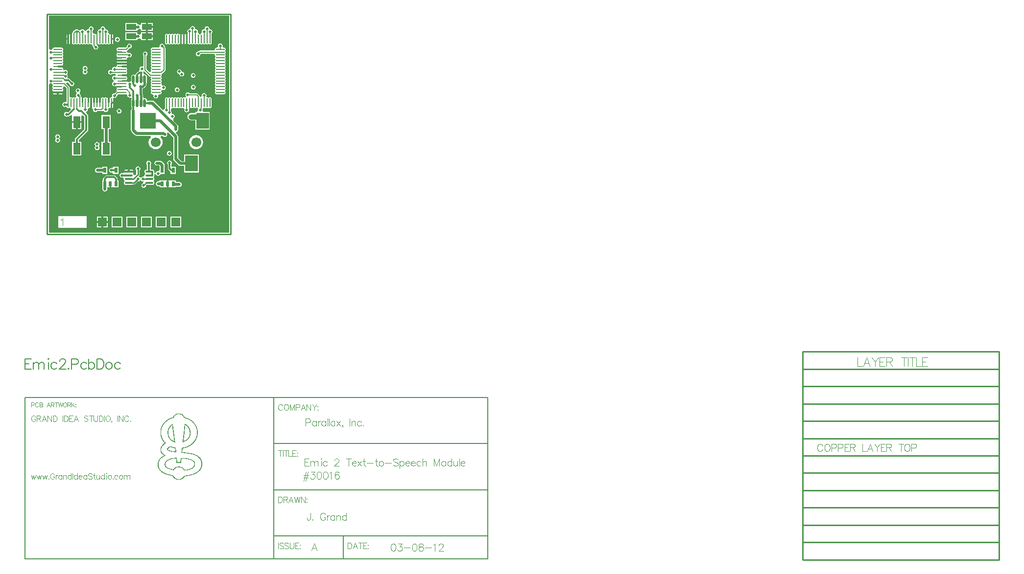
<source format=gtl>
G04 This is an RS-274x file exported by *
G04 gerbv version 2.10.0 *
G04 More information is available about gerbv at *
G04 https://gerbv.github.io/ *
G04 --End of header info--*
%MOIN*%
%FSLAX36Y36*%
%IPPOS*%
G04 --Define apertures--*
%ADD10O,0.0177X0.0551*%
%ADD11R,0.0512X0.0827*%
%ADD12O,0.0098X0.0610*%
%ADD13O,0.0610X0.0098*%
%ADD14R,0.0866X0.1102*%
%ADD15R,0.1102X0.1102*%
%ADD16R,0.0236X0.0374*%
%ADD17O,0.0551X0.0138*%
%ADD18R,0.0669X0.0413*%
%ADD19C,0.0350*%
%ADD20C,0.0200*%
%ADD21C,0.0120*%
%ADD22C,0.0080*%
%ADD23C,0.0150*%
%ADD24C,0.0140*%
%ADD25C,0.0100*%
%ADD26C,0.0049*%
%ADD27C,0.0079*%
%ADD28C,0.0669*%
%ADD29R,0.0620X0.0620*%
%ADD30C,0.0200*%
%ADD31C,0.0098*%
%ADD32C,0.0010*%
%ADD33C,0.0039*%
G04 --Start main section--*
G36*
G01X1238780Y0011220D02*
G01X0011220Y0011220D01*
G01X0011220Y1018640D01*
G01X0018470Y1029500D01*
G01X0018950Y1029890D01*
G01X0025000Y1028690D01*
G01X0025000Y1028690D01*
G01X0025000Y1028690D01*
G01X0031630Y1026670D01*
G01X0036100Y1023680D01*
G01X0036600Y1021160D01*
G01X0039020Y1017540D01*
G01X0039020Y1013610D01*
G01X0036600Y1009990D01*
G01X0035750Y1005730D01*
G01X0036600Y1001470D01*
G01X0039020Y0997860D01*
G01X0039020Y0993920D01*
G01X0036600Y0990310D01*
G01X0035750Y0986050D01*
G01X0036600Y0981790D01*
G01X0039020Y0978170D01*
G01X0039020Y0974240D01*
G01X0037760Y0972360D01*
G01X0107200Y0972360D01*
G01X0105940Y0974240D01*
G01X0105940Y0978170D01*
G01X0108360Y0981790D01*
G01X0109210Y0986050D01*
G01X0108360Y0990310D01*
G01X0105940Y0993920D01*
G01X0105940Y0997860D01*
G01X0108360Y1001470D01*
G01X0109210Y1005730D01*
G01X0119750Y1007830D01*
G01X0132170Y0995410D01*
G01X0132170Y0926470D01*
G01X0132070Y0926330D01*
G01X0131230Y0922070D01*
G01X0131230Y0908030D01*
G01X0127880Y0903010D01*
G01X0123500Y0899420D01*
G01X0119000Y0900310D01*
G01X0112760Y0899070D01*
G01X0107460Y0895530D01*
G01X0103930Y0890240D01*
G01X0102690Y0884000D01*
G01X0103930Y0877760D01*
G01X0107460Y0872470D01*
G01X0112760Y0868930D01*
G01X0119000Y0867690D01*
G01X0125240Y0868930D01*
G01X0132070Y0866630D01*
G01X0132070Y0866630D01*
G01X0132070Y0866630D01*
G01X0134490Y0863020D01*
G01X0138100Y0860600D01*
G01X0142360Y0859750D01*
G01X0146620Y0860600D01*
G01X0149320Y0862400D01*
G01X0158730Y0859030D01*
G01X0161190Y0850930D01*
G01X0141510Y0831260D01*
G01X0139960Y0831260D01*
G01X0137240Y0833070D01*
G01X0131000Y0834310D01*
G01X0124760Y0833070D01*
G01X0119470Y0829540D01*
G01X0115930Y0824240D01*
G01X0114690Y0818000D01*
G01X0115930Y0811760D01*
G01X0119470Y0806470D01*
G01X0124760Y0802930D01*
G01X0131000Y0801690D01*
G01X0137240Y0802930D01*
G01X0139960Y0804750D01*
G01X0147000Y0804750D01*
G01X0152070Y0805750D01*
G01X0156370Y0808630D01*
G01X0161170Y0813430D01*
G01X0170410Y0809600D01*
G01X0170410Y0771000D01*
G01X0233590Y0771000D01*
G01X0233590Y0807600D01*
G01X0242830Y0811430D01*
G01X0251740Y0802510D01*
G01X0251740Y0716490D01*
G01X0192630Y0657370D01*
G01X0189750Y0653070D01*
G01X0188750Y0648000D01*
G01X0188750Y0631240D01*
G01X0170410Y0631240D01*
G01X0170410Y0536560D01*
G01X0233590Y0536560D01*
G01X0233590Y0631240D01*
G01X0215260Y0631240D01*
G01X0215260Y0642510D01*
G01X0274370Y0701630D01*
G01X0277250Y0705930D01*
G01X0278250Y0711000D01*
G01X0278250Y0711000D01*
G01X0278250Y0711000D01*
G01X0278250Y0711000D01*
G01X0278250Y0808000D01*
G01X0277250Y0813070D01*
G01X0274370Y0817370D01*
G01X0268580Y0823160D01*
G01X0266810Y0832090D01*
G01X0267150Y0835530D01*
G01X0271540Y0838460D01*
G01X0275070Y0843760D01*
G01X0276310Y0850000D01*
G01X0275970Y0851710D01*
G01X0281530Y0860030D01*
G01X0284420Y0860600D01*
G01X0288030Y0863020D01*
G01X0291970Y0863020D01*
G01X0293840Y0861760D01*
G01X0293840Y0896480D01*
G01X0293840Y0931200D01*
G01X0291970Y0929940D01*
G01X0288030Y0929940D01*
G01X0286160Y0931200D01*
G01X0286160Y0896480D01*
G01X0274160Y0896480D01*
G01X0274160Y0931200D01*
G01X0272280Y0929940D01*
G01X0268350Y0929940D01*
G01X0264730Y0932360D01*
G01X0260470Y0933210D01*
G01X0256210Y0932360D01*
G01X0252600Y0929940D01*
G01X0248660Y0929940D01*
G01X0246790Y0931200D01*
G01X0246790Y0896480D01*
G01X0234790Y0896480D01*
G01X0234790Y0933870D01*
G01X0231300Y0936900D01*
G01X0230520Y0940800D01*
G01X0228310Y0944110D01*
G01X0227000Y0945420D01*
G01X0227310Y0947000D01*
G01X0226070Y0953240D01*
G01X0222540Y0958540D01*
G01X0221210Y0967050D01*
G01X0221530Y0967460D01*
G01X0221540Y0967460D01*
G01X0221540Y0967460D01*
G01X0225070Y0972760D01*
G01X0226310Y0979000D01*
G01X0225070Y0985240D01*
G01X0221530Y0990540D01*
G01X0216240Y0994070D01*
G01X0210000Y0995310D01*
G01X0203760Y0994070D01*
G01X0198470Y0990540D01*
G01X0194930Y0985240D01*
G01X0193690Y0979000D01*
G01X0194930Y0972760D01*
G01X0198470Y0967460D01*
G01X0203760Y0963930D01*
G01X0203760Y0963930D01*
G01X0199470Y0958540D01*
G01X0199460Y0958540D01*
G01X0199460Y0958540D01*
G01X0195930Y0953240D01*
G01X0194690Y0947000D01*
G01X0195930Y0940760D01*
G01X0197260Y0938760D01*
G01X0192550Y0929940D01*
G01X0189610Y0929940D01*
G01X0185990Y0932360D01*
G01X0181730Y0933210D01*
G01X0177470Y0932360D01*
G01X0173860Y0929940D01*
G01X0169920Y0929940D01*
G01X0166310Y0932360D01*
G01X0162050Y0933210D01*
G01X0160290Y0932860D01*
G01X0154010Y0938000D01*
G01X0152560Y0940180D01*
G01X0152560Y0999640D01*
G01X0151780Y1003540D01*
G01X0149570Y1006850D01*
G01X0129200Y1027220D01*
G01X0131270Y1032230D01*
G01X0141080Y1034180D01*
G01X0152290Y1022960D01*
G01X0152930Y1019760D01*
G01X0156460Y1014460D01*
G01X0161760Y1010930D01*
G01X0168000Y1009690D01*
G01X0174240Y1010930D01*
G01X0179540Y1014460D01*
G01X0183070Y1019760D01*
G01X0184310Y1026000D01*
G01X0183070Y1032240D01*
G01X0179540Y1037530D01*
G01X0174240Y1041070D01*
G01X0171040Y1041710D01*
G01X0153660Y1059090D01*
G01X0149360Y1061960D01*
G01X0144280Y1062970D01*
G01X0136290Y1062970D01*
G01X0139070Y1070760D01*
G01X0139070Y1070760D01*
G01X0139070Y1070760D01*
G01X0139070Y1070760D01*
G01X0139070Y1070760D01*
G01X0139070Y1070760D01*
G01X0140310Y1077000D01*
G01X0139070Y1083240D01*
G01X0135540Y1088530D01*
G01X0135540Y1092470D01*
G01X0139070Y1097760D01*
G01X0140310Y1104000D01*
G01X0139070Y1110240D01*
G01X0135540Y1115540D01*
G01X0130240Y1119070D01*
G01X0124000Y1120310D01*
G01X0117760Y1119070D01*
G01X0112470Y1115540D01*
G01X0112470Y1115540D01*
G01X0109210Y1123840D01*
G01X0109210Y1123840D01*
G01X0109210Y1123840D01*
G01X0109210Y1123840D01*
G01X0108360Y1128100D01*
G01X0107540Y1129320D01*
G01X0107540Y1129320D01*
G01X0106520Y1130850D01*
G01X0105940Y1131720D01*
G01X0105940Y1135650D01*
G01X0107200Y1137530D01*
G01X0072480Y1137530D01*
G01X0072480Y1149530D01*
G01X0107200Y1149530D01*
G01X0105940Y1151400D01*
G01X0105940Y1155340D01*
G01X0108360Y1158950D01*
G01X0109210Y1163210D01*
G01X0108360Y1167470D01*
G01X0105940Y1171090D01*
G01X0105940Y1175020D01*
G01X0108360Y1178640D01*
G01X0109210Y1182900D01*
G01X0108360Y1187160D01*
G01X0105940Y1190770D01*
G01X0105940Y1194710D01*
G01X0108360Y1198320D01*
G01X0109210Y1202580D01*
G01X0108360Y1206840D01*
G01X0105940Y1210460D01*
G01X0105940Y1214390D01*
G01X0108360Y1218010D01*
G01X0109210Y1222270D01*
G01X0108360Y1226530D01*
G01X0105940Y1230140D01*
G01X0105940Y1234080D01*
G01X0108360Y1237690D01*
G01X0109210Y1241950D01*
G01X0108360Y1246210D01*
G01X0105940Y1249830D01*
G01X0105940Y1253760D01*
G01X0108360Y1257380D01*
G01X0109210Y1261640D01*
G01X0108360Y1265900D01*
G01X0105940Y1269510D01*
G01X0102330Y1271930D01*
G01X0098070Y1272770D01*
G01X0046890Y1272770D01*
G01X0042630Y1271930D01*
G01X0039020Y1269510D01*
G01X0036600Y1265900D01*
G01X0036090Y1263320D01*
G01X0027770Y1257760D01*
G01X0025000Y1258310D01*
G01X0018950Y1257110D01*
G01X0018470Y1257500D01*
G01X0011220Y1268360D01*
G01X0011220Y1488780D01*
G01X1238780Y1488780D01*
G01X1238780Y0011220D01*
G37*
G36*
G01X1238780Y0011220D02*
G37*
%LPC*%
G36*
G01X0575290Y0440530D02*
G01X0560630Y0440530D01*
G01X0560630Y0433390D01*
G01X0586790Y0433390D01*
G01X0584590Y0436680D01*
G01X0580330Y0439530D01*
G01X0575290Y0440530D01*
G37*
G36*
G01X0575290Y0440530D02*
G37*
G36*
G01X0832000Y0567310D02*
G01X0825760Y0566070D01*
G01X0820470Y0562530D01*
G01X0816930Y0557240D01*
G01X0815690Y0551000D01*
G01X0816930Y0544760D01*
G01X0820470Y0539470D01*
G01X0825760Y0535930D01*
G01X0832000Y0534690D01*
G01X0838240Y0535930D01*
G01X0843540Y0539470D01*
G01X0847070Y0544760D01*
G01X0848310Y0551000D01*
G01X0847070Y0557240D01*
G01X0843540Y0562530D01*
G01X0838240Y0566070D01*
G01X0832000Y0567310D01*
G37*
G36*
G01X0832000Y0567310D02*
G37*
G36*
G01X0433590Y0812340D02*
G01X0370410Y0812340D01*
G01X0370410Y0717660D01*
G01X0385690Y0717660D01*
G01X0385690Y0707000D01*
G01X0385690Y0641000D01*
G01X0385690Y0631240D01*
G01X0370410Y0631240D01*
G01X0370410Y0536560D01*
G01X0433590Y0536560D01*
G01X0433590Y0631240D01*
G01X0418310Y0631240D01*
G01X0418310Y0641000D01*
G01X0418310Y0707000D01*
G01X0418310Y0717660D01*
G01X0433590Y0717660D01*
G01X0433590Y0812340D01*
G37*
G36*
G01X0433590Y0812340D02*
G37*
G36*
G01X0769000Y0501310D02*
G01X0746000Y0501310D01*
G01X0739760Y0500070D01*
G01X0734470Y0496540D01*
G01X0730930Y0491240D01*
G01X0729690Y0485000D01*
G01X0730930Y0478760D01*
G01X0734470Y0473460D01*
G01X0739760Y0469930D01*
G01X0746000Y0468690D01*
G01X0762240Y0468690D01*
G01X0766280Y0464640D01*
G01X0766280Y0460960D01*
G01X0764790Y0460960D01*
G01X0764790Y0436250D01*
G01X0757060Y0429900D01*
G01X0755000Y0430310D01*
G01X0748760Y0429070D01*
G01X0743470Y0425530D01*
G01X0739930Y0420240D01*
G01X0739190Y0416520D01*
G01X0739190Y0416520D01*
G01X0729230Y0417500D01*
G01X0729230Y0427000D01*
G01X0729170Y0427320D01*
G01X0729190Y0427390D01*
G01X0728180Y0432420D01*
G01X0725340Y0436680D01*
G01X0721070Y0439530D01*
G01X0716040Y0440530D01*
G01X0704240Y0440530D01*
G01X0704240Y0473510D01*
G01X0707070Y0477760D01*
G01X0708310Y0484000D01*
G01X0707070Y0490240D01*
G01X0703540Y0495530D01*
G01X0698240Y0499070D01*
G01X0692000Y0500310D01*
G01X0685760Y0499070D01*
G01X0680460Y0495530D01*
G01X0676930Y0490240D01*
G01X0675690Y0484000D01*
G01X0676930Y0477760D01*
G01X0679760Y0473510D01*
G01X0679760Y0440530D01*
G01X0674710Y0440530D01*
G01X0669670Y0439530D01*
G01X0665410Y0436680D01*
G01X0662560Y0432420D01*
G01X0661560Y0427390D01*
G01X0662560Y0422360D01*
G01X0665410Y0418090D01*
G01X0665410Y0418090D01*
G01X0669670Y0415240D01*
G01X0665410Y0411090D01*
G01X0665410Y0411090D01*
G01X0665410Y0411090D01*
G01X0662560Y0406830D01*
G01X0661560Y0401800D01*
G01X0662090Y0399150D01*
G01X0655020Y0392080D01*
G01X0652800Y0392520D01*
G01X0646550Y0391280D01*
G01X0641260Y0387740D01*
G01X0640330Y0386350D01*
G01X0631180Y0386350D01*
G01X0624890Y0394110D01*
G01X0625930Y0399070D01*
G01X0625930Y0399070D01*
G01X0625930Y0399070D01*
G01X0628360Y0402710D01*
G01X0629220Y0407000D01*
G01X0629220Y0434250D01*
G01X0629540Y0434460D01*
G01X0633070Y0439760D01*
G01X0634310Y0446000D01*
G01X0633070Y0452240D01*
G01X0629540Y0457530D01*
G01X0624240Y0461070D01*
G01X0618000Y0462310D01*
G01X0611760Y0461070D01*
G01X0606460Y0457530D01*
G01X0602930Y0452240D01*
G01X0601690Y0446000D01*
G01X0602930Y0439760D01*
G01X0606460Y0434460D01*
G01X0606780Y0434250D01*
G01X0606780Y0411650D01*
G01X0597350Y0402210D01*
G01X0587780Y0405110D01*
G01X0587440Y0406830D01*
G01X0584590Y0411090D01*
G01X0584000Y0417520D01*
G01X0584590Y0418090D01*
G01X0584590Y0418090D01*
G01X0584590Y0418090D01*
G01X0586790Y0421390D01*
G01X0518490Y0421390D01*
G01X0514350Y0417250D01*
G01X0509000Y0418310D01*
G01X0502760Y0417070D01*
G01X0497470Y0413530D01*
G01X0494780Y0409520D01*
G01X0494450Y0409620D01*
G01X0494450Y0409620D01*
G01X0485450Y0412350D01*
G01X0485450Y0412350D01*
G01X0485450Y0412350D01*
G01X0485210Y0412420D01*
G01X0485210Y0460960D01*
G01X0449590Y0460960D01*
G01X0449590Y0460570D01*
G01X0445330Y0454190D01*
G01X0441860Y0451350D01*
G01X0437000Y0452310D01*
G01X0430760Y0451070D01*
G01X0425460Y0447540D01*
G01X0421930Y0442240D01*
G01X0420690Y0436000D01*
G01X0421930Y0429760D01*
G01X0425460Y0424470D01*
G01X0430760Y0420930D01*
G01X0437000Y0419690D01*
G01X0441860Y0420650D01*
G01X0449590Y0414310D01*
G01X0449590Y0411560D01*
G01X0484950Y0411560D01*
G01X0484950Y0411560D01*
G01X0485210Y0411560D01*
G01X0485210Y0411560D01*
G01X0485210Y0411560D01*
G01X0485210Y0411560D01*
G01X0485210Y0411560D01*
G01X0485210Y0411560D01*
G01X0493930Y0408240D01*
G01X0492690Y0402000D01*
G01X0493930Y0395760D01*
G01X0497470Y0390460D01*
G01X0502760Y0386930D01*
G01X0509000Y0385690D01*
G01X0514440Y0386770D01*
G01X0521510Y0379700D01*
G01X0520810Y0376200D01*
G01X0521820Y0371170D01*
G01X0524660Y0366910D01*
G01X0524660Y0366910D01*
G01X0528930Y0364060D01*
G01X0524660Y0359910D01*
G01X0524660Y0359910D01*
G01X0524660Y0359910D01*
G01X0521820Y0355640D01*
G01X0520810Y0350610D01*
G01X0521820Y0345580D01*
G01X0524660Y0341320D01*
G01X0528930Y0338470D01*
G01X0533960Y0337470D01*
G01X0575290Y0337470D01*
G01X0580330Y0338470D01*
G01X0581710Y0339400D01*
G01X0592610Y0339400D01*
G01X0592610Y0339400D01*
G01X0596910Y0340250D01*
G01X0600540Y0342680D01*
G01X0617620Y0359760D01*
G01X0618000Y0359690D01*
G01X0624240Y0360930D01*
G01X0629540Y0364460D01*
G01X0630470Y0365860D01*
G01X0640470Y0365860D01*
G01X0641260Y0364670D01*
G01X0646550Y0361130D01*
G01X0652800Y0359890D01*
G01X0654920Y0360310D01*
G01X0656480Y0357400D01*
G01X0652200Y0348360D01*
G01X0650760Y0348070D01*
G01X0645470Y0344530D01*
G01X0641930Y0339240D01*
G01X0640690Y0333000D01*
G01X0641930Y0326760D01*
G01X0645470Y0321460D01*
G01X0650760Y0317930D01*
G01X0657000Y0316690D01*
G01X0663240Y0317930D01*
G01X0668530Y0321460D01*
G01X0672070Y0326760D01*
G01X0673310Y0333000D01*
G01X0673240Y0333380D01*
G01X0677330Y0337470D01*
G01X0716040Y0337470D01*
G01X0721070Y0338470D01*
G01X0725340Y0341320D01*
G01X0728180Y0345580D01*
G01X0729190Y0350610D01*
G01X0728180Y0355640D01*
G01X0725340Y0359910D01*
G01X0724740Y0366340D01*
G01X0725340Y0366910D01*
G01X0725340Y0366910D01*
G01X0725340Y0366910D01*
G01X0728180Y0371170D01*
G01X0729190Y0376200D01*
G01X0728180Y0381230D01*
G01X0725340Y0385500D01*
G01X0724740Y0391930D01*
G01X0725340Y0392500D01*
G01X0725340Y0392500D01*
G01X0725340Y0392500D01*
G01X0725390Y0392580D01*
G01X0725650Y0392760D01*
G01X0728300Y0396730D01*
G01X0729230Y0401410D01*
G01X0729230Y0410500D01*
G01X0730590Y0410640D01*
G01X0739190Y0411480D01*
G01X0739930Y0407760D01*
G01X0743470Y0402460D01*
G01X0748760Y0398930D01*
G01X0755000Y0397690D01*
G01X0761240Y0398930D01*
G01X0766530Y0402460D01*
G01X0770070Y0407760D01*
G01X0770830Y0411560D01*
G01X0800410Y0411560D01*
G01X0800410Y0460960D01*
G01X0798910Y0460960D01*
G01X0798910Y0471400D01*
G01X0797670Y0477650D01*
G01X0794130Y0482940D01*
G01X0780530Y0496540D01*
G01X0775240Y0500070D01*
G01X0769000Y0501310D01*
G37*
G36*
G01X0769000Y0501310D02*
G37*
G36*
G01X0548630Y0440530D02*
G01X0533960Y0440530D01*
G01X0528930Y0439530D01*
G01X0524660Y0436680D01*
G01X0522460Y0433390D01*
G01X0548630Y0433390D01*
G01X0548630Y0440530D01*
G37*
G36*
G01X0548630Y0440530D02*
G37*
G36*
G01X0833000Y0502310D02*
G01X0826760Y0501070D01*
G01X0821470Y0497530D01*
G01X0817930Y0492240D01*
G01X0816690Y0486000D01*
G01X0817930Y0479760D01*
G01X0820770Y0475510D01*
G01X0820770Y0448000D01*
G01X0820770Y0448000D01*
G01X0820770Y0448000D01*
G01X0821700Y0443320D01*
G01X0824350Y0439350D01*
G01X0836090Y0427610D01*
G01X0836090Y0427610D01*
G01X0836090Y0427610D01*
G01X0836090Y0427610D01*
G01X0836090Y0427610D01*
G01X0836090Y0427610D01*
G01X0836090Y0427610D01*
G01X0836090Y0427610D01*
G01X0836090Y0427610D01*
G01X0836090Y0427610D01*
G01X0836090Y0427610D01*
G01X0836090Y0427610D01*
G01X0839590Y0425270D01*
G01X0839590Y0411560D01*
G01X0875210Y0411560D01*
G01X0875210Y0460960D01*
G01X0845230Y0460960D01*
G01X0845230Y0475510D01*
G01X0848070Y0479760D01*
G01X0849310Y0486000D01*
G01X0848070Y0492240D01*
G01X0844530Y0497530D01*
G01X0839240Y0501070D01*
G01X0833000Y0502310D01*
G37*
G36*
G01X0833000Y0502310D02*
G37*
G36*
G01X0339000Y0629310D02*
G01X0332760Y0628070D01*
G01X0327460Y0624540D01*
G01X0323930Y0619240D01*
G01X0322690Y0613000D01*
G01X0323930Y0606760D01*
G01X0327440Y0601500D01*
G01X0323930Y0596240D01*
G01X0322690Y0590000D01*
G01X0323930Y0583760D01*
G01X0327460Y0578460D01*
G01X0332760Y0574930D01*
G01X0339000Y0573690D01*
G01X0345240Y0574930D01*
G01X0350540Y0578460D01*
G01X0354070Y0583760D01*
G01X0355310Y0590000D01*
G01X0354070Y0596240D01*
G01X0350560Y0601500D01*
G01X0354070Y0606760D01*
G01X0355310Y0613000D01*
G01X0354070Y0619240D01*
G01X0350540Y0624540D01*
G01X0345240Y0628070D01*
G01X0339000Y0629310D01*
G37*
G36*
G01X0339000Y0629310D02*
G37*
G36*
G01X0233590Y0759000D02*
G01X0208000Y0759000D01*
G01X0208000Y0717660D01*
G01X0233590Y0717660D01*
G01X0233590Y0759000D01*
G37*
G36*
G01X0233590Y0759000D02*
G37*
G36*
G01X0490000Y0856310D02*
G01X0483760Y0855070D01*
G01X0478460Y0851540D01*
G01X0474930Y0846240D01*
G01X0473690Y0840000D01*
G01X0474930Y0833760D01*
G01X0478460Y0828460D01*
G01X0483760Y0824930D01*
G01X0490000Y0823690D01*
G01X0496240Y0824930D01*
G01X0501530Y0828460D01*
G01X0505070Y0833760D01*
G01X0506310Y0840000D01*
G01X0505070Y0846240D01*
G01X0501530Y0851540D01*
G01X0496240Y0855070D01*
G01X0490000Y0856310D01*
G37*
G36*
G01X0490000Y0856310D02*
G37*
G36*
G01X0448770Y0890480D02*
G01X0443640Y0890480D01*
G01X0443640Y0861760D01*
G01X0445510Y0863020D01*
G01X0447930Y0866630D01*
G01X0448770Y0870890D01*
G01X0448770Y0890480D01*
G37*
G36*
G01X0448770Y0890480D02*
G37*
G36*
G01X1014000Y0675910D02*
G01X1001600Y0674280D01*
G01X0990050Y0669490D01*
G01X0980120Y0661880D01*
G01X0972510Y0651960D01*
G01X0967720Y0640400D01*
G01X0966090Y0628000D01*
G01X0967720Y0615600D01*
G01X0972510Y0604040D01*
G01X0980120Y0594120D01*
G01X0990050Y0586510D01*
G01X1001600Y0581720D01*
G01X1014000Y0580090D01*
G01X1026400Y0581720D01*
G01X1037960Y0586510D01*
G01X1047880Y0594120D01*
G01X1055490Y0604040D01*
G01X1060280Y0615600D01*
G01X1061910Y0628000D01*
G01X1060280Y0640400D01*
G01X1055490Y0651960D01*
G01X1047880Y0661880D01*
G01X1037960Y0669490D01*
G01X1026400Y0674280D01*
G01X1014000Y0675910D01*
G37*
G36*
G01X1014000Y0675910D02*
G37*
G36*
G01X0072000Y0681310D02*
G01X0065760Y0680070D01*
G01X0060470Y0676540D01*
G01X0056930Y0671240D01*
G01X0055690Y0665000D01*
G01X0056930Y0658760D01*
G01X0060470Y0653460D01*
G01X0060470Y0652540D01*
G01X0056930Y0647240D01*
G01X0055690Y0641000D01*
G01X0056930Y0634760D01*
G01X0060470Y0629460D01*
G01X0065760Y0625930D01*
G01X0072000Y0624690D01*
G01X0078240Y0625930D01*
G01X0083540Y0629460D01*
G01X0087070Y0634760D01*
G01X0088310Y0641000D01*
G01X0087070Y0647240D01*
G01X0083540Y0652540D01*
G01X0083540Y0653460D01*
G01X0087070Y0658760D01*
G01X0088310Y0665000D01*
G01X0087070Y0671240D01*
G01X0083540Y0676540D01*
G01X0078240Y0680070D01*
G01X0072000Y0681310D01*
G37*
G36*
G01X0072000Y0681310D02*
G37*
G36*
G01X0196000Y0759000D02*
G01X0170410Y0759000D01*
G01X0170410Y0717660D01*
G01X0196000Y0717660D01*
G01X0196000Y0759000D01*
G37*
G36*
G01X0196000Y0759000D02*
G37*
G36*
G01X0612000Y0121000D02*
G01X0538000Y0121000D01*
G01X0538000Y0047000D01*
G01X0612000Y0047000D01*
G01X0612000Y0121000D01*
G37*
G36*
G01X0612000Y0121000D02*
G37*
G36*
G01X0712000Y0121000D02*
G01X0638000Y0121000D01*
G01X0638000Y0047000D01*
G01X0712000Y0047000D01*
G01X0712000Y0121000D01*
G37*
G36*
G01X0712000Y0121000D02*
G37*
G36*
G01X0812000Y0121000D02*
G01X0738000Y0121000D01*
G01X0738000Y0047000D01*
G01X0812000Y0047000D01*
G01X0812000Y0121000D01*
G37*
G36*
G01X0812000Y0121000D02*
G37*
G36*
G01X0512000Y0121000D02*
G01X0438000Y0121000D01*
G01X0438000Y0047000D01*
G01X0512000Y0047000D01*
G01X0512000Y0121000D01*
G37*
G36*
G01X0512000Y0121000D02*
G37*
G36*
G01X0268000Y0123000D02*
G01X0076000Y0123000D01*
G01X0076000Y0043000D01*
G01X0268000Y0043000D01*
G01X0268000Y0123000D01*
G37*
G36*
G01X0268000Y0123000D02*
G37*
G36*
G01X0369000Y0078000D02*
G01X0338000Y0078000D01*
G01X0338000Y0047000D01*
G01X0369000Y0047000D01*
G01X0369000Y0078000D01*
G37*
G36*
G01X0369000Y0078000D02*
G37*
G36*
G01X0412000Y0078000D02*
G01X0381000Y0078000D01*
G01X0381000Y0047000D01*
G01X0412000Y0047000D01*
G01X0412000Y0078000D01*
G37*
G36*
G01X0412000Y0078000D02*
G37*
G36*
G01X0807480Y0368440D02*
G01X0807480Y0368440D01*
G01X0802190Y0368440D01*
G01X0801300Y0368440D01*
G01X0800410Y0368440D01*
G01X0795120Y0368440D01*
G01X0795120Y0368440D01*
G01X0795120Y0368440D01*
G01X0764790Y0368440D01*
G01X0764790Y0366450D01*
G01X0757060Y0360100D01*
G01X0756000Y0360310D01*
G01X0749760Y0359070D01*
G01X0744460Y0355540D01*
G01X0740930Y0350240D01*
G01X0739690Y0344000D01*
G01X0740930Y0337760D01*
G01X0744460Y0332460D01*
G01X0744620Y0332360D01*
G01X0744720Y0332200D01*
G01X0750020Y0328670D01*
G01X0756260Y0327430D01*
G01X0764790Y0327430D01*
G01X0764790Y0319040D01*
G01X0795120Y0319040D01*
G01X0795120Y0319040D01*
G01X0795120Y0319040D01*
G01X0800410Y0319040D01*
G01X0801300Y0319040D01*
G01X0802190Y0319040D01*
G01X0807480Y0319040D01*
G01X0807480Y0319040D01*
G01X0807480Y0319040D01*
G01X0814000Y0319040D01*
G01X0814000Y0343740D01*
G01X0814000Y0368440D01*
G01X0807480Y0368440D01*
G01X0807480Y0368440D01*
G37*
G36*
G01X0807480Y0368440D02*
G37*
G36*
G01X0844880Y0368440D02*
G01X0844880Y0368440D01*
G01X0839590Y0368440D01*
G01X0838700Y0368440D01*
G01X0837810Y0368440D01*
G01X0832520Y0368440D01*
G01X0832520Y0368440D01*
G01X0832520Y0368440D01*
G01X0826000Y0368440D01*
G01X0826000Y0343740D01*
G01X0826000Y0319040D01*
G01X0832520Y0319040D01*
G01X0832520Y0319040D01*
G01X0832520Y0319040D01*
G01X0837810Y0319040D01*
G01X0838700Y0319040D01*
G01X0839590Y0319040D01*
G01X0844880Y0319040D01*
G01X0844880Y0319040D01*
G01X0844880Y0319040D01*
G01X0875210Y0319040D01*
G01X0875210Y0323690D01*
G01X0900000Y0323690D01*
G01X0906240Y0324930D01*
G01X0911540Y0328470D01*
G01X0915070Y0333760D01*
G01X0916310Y0340000D01*
G01X0915070Y0346240D01*
G01X0911540Y0351530D01*
G01X0906240Y0355070D01*
G01X0900000Y0356310D01*
G01X0875210Y0356310D01*
G01X0875210Y0368440D01*
G01X0844880Y0368440D01*
G01X0844880Y0368440D01*
G37*
G36*
G01X0844880Y0368440D02*
G37*
G36*
G01X0410410Y0460960D02*
G01X0374790Y0460960D01*
G01X0374790Y0452310D01*
G01X0341000Y0452310D01*
G01X0334760Y0451070D01*
G01X0329460Y0447540D01*
G01X0325930Y0442240D01*
G01X0324690Y0436000D01*
G01X0325930Y0429760D01*
G01X0329460Y0424470D01*
G01X0334760Y0420930D01*
G01X0341000Y0419690D01*
G01X0374790Y0419690D01*
G01X0374790Y0411560D01*
G01X0410410Y0411560D01*
G01X0410410Y0460960D01*
G37*
G36*
G01X0410410Y0460960D02*
G37*
G36*
G01X0457000Y0401240D02*
G01X0403000Y0401240D01*
G01X0398320Y0400300D01*
G01X0394350Y0397650D01*
G01X0383950Y0387250D01*
G01X0381290Y0383280D01*
G01X0380360Y0378600D01*
G01X0380360Y0368440D01*
G01X0374790Y0368440D01*
G01X0374790Y0319040D01*
G01X0376690Y0319040D01*
G01X0376690Y0308000D01*
G01X0376690Y0308000D01*
G01X0376690Y0308000D01*
G01X0377930Y0301760D01*
G01X0381460Y0296470D01*
G01X0386760Y0292930D01*
G01X0393000Y0291690D01*
G01X0399240Y0292930D01*
G01X0404530Y0296470D01*
G01X0408070Y0301760D01*
G01X0409310Y0308000D01*
G01X0409310Y0319040D01*
G01X0410410Y0319040D01*
G01X0410410Y0319040D01*
G01X0410410Y0319040D01*
G01X0410410Y0319040D01*
G01X0410410Y0319040D01*
G01X0412190Y0319040D01*
G01X0417480Y0319040D01*
G01X0417480Y0319040D01*
G01X0417480Y0319040D01*
G01X0424000Y0319040D01*
G01X0424000Y0343740D01*
G01X0436000Y0343740D01*
G01X0436000Y0319040D01*
G01X0442520Y0319040D01*
G01X0442520Y0319040D01*
G01X0442520Y0319040D01*
G01X0447810Y0319040D01*
G01X0448700Y0319040D01*
G01X0449590Y0319040D01*
G01X0454880Y0319040D01*
G01X0454880Y0319040D01*
G01X0454880Y0319040D01*
G01X0485210Y0319040D01*
G01X0485210Y0368440D01*
G01X0479640Y0368440D01*
G01X0479640Y0378600D01*
G01X0478710Y0383280D01*
G01X0476050Y0387250D01*
G01X0465650Y0397650D01*
G01X0461680Y0400300D01*
G01X0457000Y0401240D01*
G37*
G36*
G01X0457000Y0401240D02*
G37*
G36*
G01X0912000Y0121000D02*
G01X0838000Y0121000D01*
G01X0838000Y0047000D01*
G01X0912000Y0047000D01*
G01X0912000Y0121000D01*
G37*
G36*
G01X0912000Y0121000D02*
G37*
G36*
G01X0369000Y0121000D02*
G01X0338000Y0121000D01*
G01X0338000Y0090000D01*
G01X0369000Y0090000D01*
G01X0369000Y0121000D01*
G37*
G36*
G01X0369000Y0121000D02*
G37*
G36*
G01X0412000Y0121000D02*
G01X0381000Y0121000D01*
G01X0381000Y0090000D01*
G01X0412000Y0090000D01*
G01X0412000Y0121000D01*
G37*
G36*
G01X0412000Y0121000D02*
G37*
G36*
G01X0066480Y0960360D02*
G01X0037760Y0960360D01*
G01X0039020Y0958490D01*
G01X0042630Y0956070D01*
G01X0046890Y0955230D01*
G01X0066480Y0955230D01*
G01X0066480Y0960360D01*
G37*
G36*
G01X0066480Y0960360D02*
G37*
G36*
G01X0672150Y1376190D02*
G01X0638690Y1376190D01*
G01X0638690Y1366360D01*
G01X0629870Y1361650D01*
G01X0626240Y1364070D01*
G01X0620000Y1365310D01*
G01X0619050Y1365120D01*
G01X0611310Y1371470D01*
G01X0611310Y1376190D01*
G01X0532380Y1376190D01*
G01X0532380Y1322850D01*
G01X0611310Y1322850D01*
G01X0611310Y1326530D01*
G01X0619050Y1332880D01*
G01X0620000Y1332690D01*
G01X0626240Y1333930D01*
G01X0629870Y1336350D01*
G01X0638690Y1331630D01*
G01X0638690Y1322850D01*
G01X0672150Y1322850D01*
G01X0672150Y1349520D01*
G01X0672150Y1376190D01*
G37*
G36*
G01X0672150Y1376190D02*
G37*
G36*
G01X0156050Y1366240D02*
G01X0154170Y1364980D01*
G01X0150240Y1364980D01*
G01X0148360Y1366240D01*
G01X0148360Y1331520D01*
G01X0148360Y1296800D01*
G01X0150240Y1298060D01*
G01X0154170Y1298060D01*
G01X0156050Y1296800D01*
G01X0156050Y1331520D01*
G01X0156050Y1366240D01*
G37*
G36*
G01X0156050Y1366240D02*
G37*
G36*
G01X0379000Y1418310D02*
G01X0372760Y1417070D01*
G01X0367460Y1413530D01*
G01X0363930Y1408240D01*
G01X0362690Y1402000D01*
G01X0359000Y1398310D01*
G01X0352760Y1397070D01*
G01X0347470Y1393540D01*
G01X0343930Y1388240D01*
G01X0342690Y1382000D01*
G01X0343810Y1376370D01*
G01X0338250Y1368050D01*
G01X0334950Y1367400D01*
G01X0331340Y1364980D01*
G01X0327400Y1364980D01*
G01X0323790Y1367400D01*
G01X0319530Y1368250D01*
G01X0317930Y1367930D01*
G01X0311260Y1373400D01*
G01X0310200Y1374990D01*
G01X0310200Y1390240D01*
G01X0310540Y1390470D01*
G01X0314070Y1395760D01*
G01X0315310Y1402000D01*
G01X0314070Y1408240D01*
G01X0310540Y1413530D01*
G01X0305240Y1417070D01*
G01X0299000Y1418310D01*
G01X0292760Y1417070D01*
G01X0287470Y1413530D01*
G01X0283930Y1408240D01*
G01X0282690Y1402000D01*
G01X0282850Y1401170D01*
G01X0280000Y1398310D01*
G01X0273760Y1397070D01*
G01X0268470Y1393540D01*
G01X0265000Y1388350D01*
G01X0255000Y1388350D01*
G01X0251530Y1393540D01*
G01X0246240Y1397070D01*
G01X0240000Y1398310D01*
G01X0233760Y1397070D01*
G01X0228470Y1393540D01*
G01X0227580Y1392210D01*
G01X0217770Y1390260D01*
G01X0215630Y1391690D01*
G01X0214640Y1391890D01*
G01X0213530Y1393540D01*
G01X0208240Y1397070D01*
G01X0202000Y1398310D01*
G01X0195760Y1397070D01*
G01X0190470Y1393540D01*
G01X0189350Y1391870D01*
G01X0187100Y1391420D01*
G01X0183790Y1389210D01*
G01X0174520Y1379940D01*
G01X0172310Y1376630D01*
G01X0171540Y1372730D01*
G01X0168050Y1369170D01*
G01X0168050Y1331520D01*
G01X0168050Y1296800D01*
G01X0169920Y1298060D01*
G01X0173860Y1298060D01*
G01X0177470Y1295640D01*
G01X0181730Y1294790D01*
G01X0185990Y1295640D01*
G01X0189610Y1298060D01*
G01X0193540Y1298060D01*
G01X0197160Y1295640D01*
G01X0201420Y1294790D01*
G01X0205680Y1295640D01*
G01X0209290Y1298060D01*
G01X0213230Y1298060D01*
G01X0216840Y1295640D01*
G01X0221100Y1294790D01*
G01X0225360Y1295640D01*
G01X0228980Y1298060D01*
G01X0232910Y1298060D01*
G01X0236530Y1295640D01*
G01X0240790Y1294790D01*
G01X0245050Y1295640D01*
G01X0248660Y1298060D01*
G01X0252600Y1298060D01*
G01X0256210Y1295640D01*
G01X0260470Y1294790D01*
G01X0264730Y1295640D01*
G01X0268350Y1298060D01*
G01X0272280Y1298060D01*
G01X0275900Y1295640D01*
G01X0280160Y1294790D01*
G01X0284420Y1295640D01*
G01X0288030Y1298060D01*
G01X0291970Y1298060D01*
G01X0295580Y1295640D01*
G01X0299840Y1294790D01*
G01X0301600Y1295140D01*
G01X0307880Y1289990D01*
G01X0309330Y1287820D01*
G01X0309330Y1287470D01*
G01X0309330Y1287470D01*
G01X0309330Y1287470D01*
G01X0310110Y1283570D01*
G01X0312320Y1280260D01*
G01X0316000Y1276580D01*
G01X0315690Y1275000D01*
G01X0316930Y1268760D01*
G01X0320460Y1263470D01*
G01X0325760Y1259930D01*
G01X0332000Y1258690D01*
G01X0338240Y1259930D01*
G01X0343540Y1263470D01*
G01X0347070Y1268760D01*
G01X0348310Y1275000D01*
G01X0347070Y1281240D01*
G01X0343540Y1286540D01*
G01X0343500Y1290960D01*
G01X0346720Y1294200D01*
G01X0352300Y1297200D01*
G01X0354640Y1295640D01*
G01X0358900Y1294790D01*
G01X0363160Y1295640D01*
G01X0366770Y1298060D01*
G01X0370710Y1298060D01*
G01X0374320Y1295640D01*
G01X0378580Y1294790D01*
G01X0382840Y1295640D01*
G01X0386460Y1298060D01*
G01X0390390Y1298060D01*
G01X0394010Y1295640D01*
G01X0398270Y1294790D01*
G01X0402530Y1295640D01*
G01X0406140Y1298060D01*
G01X0410080Y1298060D01*
G01X0413690Y1295640D01*
G01X0417950Y1294790D01*
G01X0422210Y1295640D01*
G01X0425830Y1298060D01*
G01X0429760Y1298060D01*
G01X0431640Y1296800D01*
G01X0431640Y1331520D01*
G01X0431640Y1366240D01*
G01X0429760Y1364980D01*
G01X0425830Y1364980D01*
G01X0422210Y1367400D01*
G01X0419910Y1367860D01*
G01X0414350Y1376170D01*
G01X0415310Y1381000D01*
G01X0414070Y1387240D01*
G01X0410540Y1392530D01*
G01X0405240Y1396070D01*
G01X0399000Y1397310D01*
G01X0395150Y1401170D01*
G01X0395310Y1402000D01*
G01X0394070Y1408240D01*
G01X0390530Y1413530D01*
G01X0385240Y1417070D01*
G01X0379000Y1418310D01*
G37*
G36*
G01X0379000Y1418310D02*
G37*
G36*
G01X0136360Y1366240D02*
G01X0134490Y1364980D01*
G01X0132070Y1361370D01*
G01X0131230Y1357110D01*
G01X0131230Y1337520D01*
G01X0136360Y1337520D01*
G01X0136360Y1366240D01*
G37*
G36*
G01X0136360Y1366240D02*
G37*
G36*
G01X0443640Y1366240D02*
G01X0443640Y1337520D01*
G01X0448770Y1337520D01*
G01X0448770Y1357110D01*
G01X0447930Y1361370D01*
G01X0445510Y1364980D01*
G01X0443640Y1366240D01*
G37*
G36*
G01X0443640Y1366240D02*
G37*
G36*
G01X0717620Y1376190D02*
G01X0684150Y1376190D01*
G01X0684150Y1355520D01*
G01X0717620Y1355520D01*
G01X0717620Y1376190D01*
G37*
G36*
G01X0717620Y1376190D02*
G37*
G36*
G01X0891100Y1368250D02*
G01X0886840Y1367400D01*
G01X0883230Y1364980D01*
G01X0879290Y1364980D01*
G01X0875680Y1367400D01*
G01X0871420Y1368250D01*
G01X0867160Y1367400D01*
G01X0863540Y1364980D01*
G01X0859610Y1364980D01*
G01X0855990Y1367400D01*
G01X0851730Y1368250D01*
G01X0847470Y1367400D01*
G01X0843860Y1364980D01*
G01X0839920Y1364980D01*
G01X0836310Y1367400D01*
G01X0832050Y1368250D01*
G01X0827790Y1367400D01*
G01X0824170Y1364980D01*
G01X0820240Y1364980D01*
G01X0816620Y1367400D01*
G01X0812360Y1368250D01*
G01X0808100Y1367400D01*
G01X0804490Y1364980D01*
G01X0802070Y1361370D01*
G01X0801230Y1357110D01*
G01X0801230Y1305930D01*
G01X0802070Y1301670D01*
G01X0804490Y1298060D01*
G01X0808100Y1295640D01*
G01X0812360Y1294790D01*
G01X0816620Y1295640D01*
G01X0820240Y1298060D01*
G01X0824170Y1298060D01*
G01X0827790Y1295640D01*
G01X0832050Y1294790D01*
G01X0836310Y1295640D01*
G01X0839920Y1298060D01*
G01X0843860Y1298060D01*
G01X0847470Y1295640D01*
G01X0851730Y1294790D01*
G01X0855990Y1295640D01*
G01X0859610Y1298060D01*
G01X0863540Y1298060D01*
G01X0867160Y1295640D01*
G01X0871420Y1294790D01*
G01X0875680Y1295640D01*
G01X0879290Y1298060D01*
G01X0883230Y1298060D01*
G01X0886840Y1295640D01*
G01X0891100Y1294790D01*
G01X0895360Y1295640D01*
G01X0898980Y1298060D01*
G01X0902910Y1298060D01*
G01X0904790Y1296800D01*
G01X0904790Y1331520D01*
G01X0904790Y1366240D01*
G01X0902910Y1364980D01*
G01X0898980Y1364980D01*
G01X0895360Y1367400D01*
G01X0891100Y1368250D01*
G37*
G36*
G01X0891100Y1368250D02*
G37*
G36*
G01X0717620Y1408480D02*
G01X0684150Y1408480D01*
G01X0684150Y1387810D01*
G01X0717620Y1387810D01*
G01X0717620Y1408480D01*
G37*
G36*
G01X0717620Y1408480D02*
G37*
G36*
G01X0717620Y1441150D02*
G01X0684150Y1441150D01*
G01X0684150Y1420480D01*
G01X0717620Y1420480D01*
G01X0717620Y1441150D01*
G37*
G36*
G01X0717620Y1441150D02*
G37*
G36*
G01X0672150Y1441150D02*
G01X0638690Y1441150D01*
G01X0638690Y1431370D01*
G01X0629870Y1426650D01*
G01X0626240Y1429070D01*
G01X0620000Y1430310D01*
G01X0619050Y1430120D01*
G01X0611310Y1436470D01*
G01X0611310Y1441150D01*
G01X0532380Y1441150D01*
G01X0532380Y1387810D01*
G01X0611310Y1387810D01*
G01X0611310Y1391530D01*
G01X0619050Y1397880D01*
G01X0620000Y1397690D01*
G01X0626240Y1398930D01*
G01X0629870Y1401350D01*
G01X0638690Y1396640D01*
G01X0638690Y1387810D01*
G01X0672150Y1387810D01*
G01X0672150Y1414480D01*
G01X0672150Y1441150D01*
G37*
G36*
G01X0672150Y1441150D02*
G37*
G36*
G01X0924470Y1366240D02*
G01X0922600Y1364980D01*
G01X0918660Y1364980D01*
G01X0916790Y1366240D01*
G01X0916790Y1331520D01*
G01X0916790Y1296800D01*
G01X0918660Y1298060D01*
G01X0922600Y1298060D01*
G01X0924470Y1296800D01*
G01X0924470Y1331520D01*
G01X0924470Y1366240D01*
G37*
G36*
G01X0924470Y1366240D02*
G37*
G36*
G01X0944160Y1366240D02*
G01X0942280Y1364980D01*
G01X0938350Y1364980D01*
G01X0936470Y1366240D01*
G01X0936470Y1331520D01*
G01X0936470Y1296800D01*
G01X0938350Y1298060D01*
G01X0942280Y1298060D01*
G01X0944160Y1296800D01*
G01X0944160Y1331520D01*
G01X0944160Y1366240D01*
G37*
G36*
G01X0944160Y1366240D02*
G37*
G36*
G01X0990000Y1419310D02*
G01X0983760Y1418070D01*
G01X0978470Y1414540D01*
G01X0974930Y1409240D01*
G01X0973690Y1403000D01*
G01X0970000Y1399310D01*
G01X0963760Y1398070D01*
G01X0958460Y1394530D01*
G01X0954930Y1389240D01*
G01X0953690Y1383000D01*
G01X0954930Y1376760D01*
G01X0954930Y1376760D01*
G01X0958460Y1371460D01*
G01X0956160Y1370570D01*
G01X0956160Y1331520D01*
G01X0956160Y1296800D01*
G01X0958030Y1298060D01*
G01X0961970Y1298060D01*
G01X0965580Y1295640D01*
G01X0969840Y1294790D01*
G01X0974100Y1295640D01*
G01X0977720Y1298060D01*
G01X0981650Y1298060D01*
G01X0985270Y1295640D01*
G01X0989530Y1294790D01*
G01X0993790Y1295640D01*
G01X0997400Y1298060D01*
G01X1001340Y1298060D01*
G01X1004950Y1295640D01*
G01X1009210Y1294790D01*
G01X1013470Y1295640D01*
G01X1017090Y1298060D01*
G01X1021020Y1298060D01*
G01X1024640Y1295640D01*
G01X1028900Y1294790D01*
G01X1033160Y1295640D01*
G01X1036770Y1298060D01*
G01X1040710Y1298060D01*
G01X1044320Y1295640D01*
G01X1048580Y1294790D01*
G01X1052840Y1295640D01*
G01X1056460Y1298060D01*
G01X1060390Y1298060D01*
G01X1064010Y1295640D01*
G01X1068270Y1294790D01*
G01X1072530Y1295640D01*
G01X1076140Y1298060D01*
G01X1080080Y1298060D01*
G01X1083690Y1295640D01*
G01X1087950Y1294790D01*
G01X1092210Y1295640D01*
G01X1095830Y1298060D01*
G01X1099760Y1298060D01*
G01X1103380Y1295640D01*
G01X1107640Y1294790D01*
G01X1111900Y1295640D01*
G01X1115510Y1298060D01*
G01X1117930Y1301670D01*
G01X1118770Y1305930D01*
G01X1118770Y1357110D01*
G01X1118200Y1360010D01*
G01X1118200Y1368570D01*
G01X1119530Y1369460D01*
G01X1123070Y1374760D01*
G01X1124310Y1381000D01*
G01X1123070Y1387240D01*
G01X1119530Y1392530D01*
G01X1114240Y1396070D01*
G01X1108000Y1397310D01*
G01X1104150Y1401170D01*
G01X1104310Y1402000D01*
G01X1103070Y1408240D01*
G01X1099530Y1413530D01*
G01X1094240Y1417070D01*
G01X1088000Y1418310D01*
G01X1081760Y1417070D01*
G01X1076470Y1413530D01*
G01X1072930Y1408240D01*
G01X1071690Y1402000D01*
G01X1068000Y1398310D01*
G01X1061760Y1397070D01*
G01X1056470Y1393540D01*
G01X1052930Y1388240D01*
G01X1051690Y1382000D01*
G01X1052820Y1376300D01*
G01X1047270Y1367980D01*
G01X1044320Y1367400D01*
G01X1040710Y1364980D01*
G01X1036770Y1364980D01*
G01X1033160Y1367400D01*
G01X1030710Y1367880D01*
G01X1025160Y1376200D01*
G01X1026310Y1382000D01*
G01X1025070Y1388240D01*
G01X1021540Y1393540D01*
G01X1016240Y1397070D01*
G01X1010000Y1398310D01*
G01X1006150Y1402170D01*
G01X1006310Y1403000D01*
G01X1005070Y1409240D01*
G01X1001540Y1414540D01*
G01X0996240Y1418070D01*
G01X0990000Y1419310D01*
G37*
G36*
G01X0990000Y1419310D02*
G37*
G36*
G01X0717620Y1343520D02*
G01X0684150Y1343520D01*
G01X0684150Y1322850D01*
G01X0717620Y1322850D01*
G01X0717620Y1343520D01*
G37*
G36*
G01X0717620Y1343520D02*
G37*
G36*
G01X0994000Y1099310D02*
G01X0987760Y1098070D01*
G01X0982470Y1094530D01*
G01X0978930Y1089240D01*
G01X0977690Y1083000D01*
G01X0978930Y1076760D01*
G01X0982470Y1071470D01*
G01X0987760Y1067930D01*
G01X0994000Y1066690D01*
G01X1000240Y1067930D01*
G01X1005540Y1071470D01*
G01X1009070Y1076760D01*
G01X1010310Y1083000D01*
G01X1009070Y1089240D01*
G01X1005540Y1094530D01*
G01X1000240Y1098070D01*
G01X0994000Y1099310D01*
G37*
G36*
G01X0994000Y1099310D02*
G37*
G36*
G01X0899000Y1125310D02*
G01X0892760Y1124070D01*
G01X0887470Y1120540D01*
G01X0883930Y1115240D01*
G01X0882690Y1109000D01*
G01X0883930Y1102760D01*
G01X0887470Y1097470D01*
G01X0892760Y1093930D01*
G01X0899000Y1092690D01*
G01X0899690Y1092000D01*
G01X0900930Y1085760D01*
G01X0904470Y1080460D01*
G01X0909760Y1076930D01*
G01X0916000Y1075690D01*
G01X0922240Y1076930D01*
G01X0927530Y1080460D01*
G01X0931070Y1085760D01*
G01X0932310Y1092000D01*
G01X0931070Y1098240D01*
G01X0927530Y1103540D01*
G01X0922240Y1107070D01*
G01X0916000Y1108310D01*
G01X0915310Y1109000D01*
G01X0914070Y1115240D01*
G01X0910530Y1120540D01*
G01X0905240Y1124070D01*
G01X0899000Y1125310D01*
G37*
G36*
G01X0899000Y1125310D02*
G37*
G36*
G01X0258000Y1147310D02*
G01X0251760Y1146070D01*
G01X0246460Y1142530D01*
G01X0242930Y1137240D01*
G01X0241690Y1131000D01*
G01X0242930Y1124760D01*
G01X0246460Y1119460D01*
G01X0246460Y1118540D01*
G01X0242930Y1113240D01*
G01X0241690Y1107000D01*
G01X0242930Y1100760D01*
G01X0246460Y1095460D01*
G01X0251760Y1091930D01*
G01X0258000Y1090690D01*
G01X0264240Y1091930D01*
G01X0269540Y1095460D01*
G01X0273070Y1100760D01*
G01X0274310Y1107000D01*
G01X0273070Y1113240D01*
G01X0269540Y1118540D01*
G01X0269540Y1119460D01*
G01X0273070Y1124760D01*
G01X0274310Y1131000D01*
G01X0273070Y1137240D01*
G01X0269540Y1142530D01*
G01X0264240Y1146070D01*
G01X0258000Y1147310D01*
G37*
G36*
G01X0258000Y1147310D02*
G37*
G36*
G01X0107200Y0960360D02*
G01X0078480Y0960360D01*
G01X0078480Y0955230D01*
G01X0098070Y0955230D01*
G01X0102330Y0956070D01*
G01X0105940Y0958490D01*
G01X0107200Y0960360D01*
G37*
G36*
G01X0107200Y0960360D02*
G37*
G36*
G01X0885000Y1001310D02*
G01X0878760Y1000070D01*
G01X0873470Y0996540D01*
G01X0869930Y0991240D01*
G01X0868690Y0985000D01*
G01X0869930Y0978760D01*
G01X0873470Y0973470D01*
G01X0878760Y0969930D01*
G01X0885000Y0968690D01*
G01X0891240Y0969930D01*
G01X0896530Y0973470D01*
G01X0900070Y0978760D01*
G01X0901310Y0985000D01*
G01X0900070Y0991240D01*
G01X0896530Y0996540D01*
G01X0891240Y1000070D01*
G01X0885000Y1001310D01*
G37*
G36*
G01X0885000Y1001310D02*
G37*
G36*
G01X0995000Y1019310D02*
G01X0988760Y1018070D01*
G01X0983470Y1014530D01*
G01X0979930Y1009240D01*
G01X0978690Y1003000D01*
G01X0979930Y0996760D01*
G01X0983470Y0991460D01*
G01X0988760Y0987930D01*
G01X0995000Y0986690D01*
G01X1001240Y0987930D01*
G01X1006540Y0991460D01*
G01X1010070Y0996760D01*
G01X1011310Y1003000D01*
G01X1010070Y1009240D01*
G01X1006540Y1014530D01*
G01X1001240Y1018070D01*
G01X0995000Y1019310D01*
G37*
G36*
G01X0995000Y1019310D02*
G37*
G36*
G01X0781000Y1299310D02*
G01X0774760Y1298070D01*
G01X0769470Y1294540D01*
G01X0765930Y1289240D01*
G01X0764690Y1283000D01*
G01X0765180Y1280500D01*
G01X0758840Y1272770D01*
G01X0716890Y1272770D01*
G01X0712630Y1271930D01*
G01X0709020Y1269510D01*
G01X0706600Y1265900D01*
G01X0705750Y1261640D01*
G01X0706600Y1257380D01*
G01X0709020Y1253760D01*
G01X0709020Y1249830D01*
G01X0706600Y1246210D01*
G01X0705750Y1241950D01*
G01X0706600Y1237690D01*
G01X0709020Y1234080D01*
G01X0709020Y1230140D01*
G01X0706600Y1226530D01*
G01X0705750Y1222270D01*
G01X0706600Y1218010D01*
G01X0709020Y1214390D01*
G01X0709020Y1210460D01*
G01X0706600Y1206840D01*
G01X0705750Y1202580D01*
G01X0706600Y1198320D01*
G01X0709020Y1194710D01*
G01X0709020Y1190770D01*
G01X0706600Y1187160D01*
G01X0705750Y1182900D01*
G01X0706600Y1178640D01*
G01X0709020Y1175020D01*
G01X0709020Y1171090D01*
G01X0706600Y1167470D01*
G01X0705750Y1163210D01*
G01X0706600Y1158950D01*
G01X0709020Y1155340D01*
G01X0709020Y1151400D01*
G01X0706600Y1147790D01*
G01X0705750Y1143530D01*
G01X0706600Y1139270D01*
G01X0709020Y1135650D01*
G01X0709020Y1131720D01*
G01X0706600Y1128100D01*
G01X0705750Y1123840D01*
G01X0706600Y1119580D01*
G01X0708200Y1117200D01*
G01X0704830Y1107780D01*
G01X0697010Y1105410D01*
G01X0677200Y1125220D01*
G01X0677200Y1217570D01*
G01X0678530Y1218460D01*
G01X0682070Y1223760D01*
G01X0683310Y1230000D01*
G01X0682070Y1236240D01*
G01X0678530Y1241530D01*
G01X0673240Y1245070D01*
G01X0667000Y1246310D01*
G01X0660760Y1245070D01*
G01X0655470Y1241530D01*
G01X0651930Y1236240D01*
G01X0650690Y1230000D01*
G01X0651930Y1223760D01*
G01X0655470Y1218460D01*
G01X0656800Y1217570D01*
G01X0656800Y1151390D01*
G01X0654510Y1147970D01*
G01X0649070Y1143500D01*
G01X0645000Y1144310D01*
G01X0638760Y1143070D01*
G01X0633460Y1139530D01*
G01X0629930Y1134240D01*
G01X0628690Y1128000D01*
G01X0629930Y1121760D01*
G01X0629930Y1121760D01*
G01X0630430Y1119970D01*
G01X0625150Y1112060D01*
G01X0621320Y1111300D01*
G01X0617350Y1108650D01*
G01X0603550Y1094850D01*
G01X0600900Y1090890D01*
G01X0600900Y1090890D01*
G01X0600900Y1090890D01*
G01X0597330Y1085120D01*
G01X0592410Y1088410D01*
G01X0592410Y1088410D01*
G01X0586610Y1089560D01*
G01X0580820Y1088410D01*
G01X0575900Y1085120D01*
G01X0572620Y1080210D01*
G01X0571470Y1074410D01*
G01X0571470Y1045310D01*
G01X0563740Y1038970D01*
G01X0562000Y1039310D01*
G01X0555760Y1038070D01*
G01X0551730Y1035380D01*
G01X0546170Y1039100D01*
G01X0507520Y1039100D01*
G01X0507520Y1051100D01*
G01X0542240Y1051100D01*
G01X0540980Y1052980D01*
G01X0540980Y1056910D01*
G01X0543400Y1060530D01*
G01X0544250Y1064790D01*
G01X0543400Y1069050D01*
G01X0540980Y1072660D01*
G01X0540980Y1076600D01*
G01X0542240Y1078470D01*
G01X0507520Y1078470D01*
G01X0507520Y1090470D01*
G01X0542240Y1090470D01*
G01X0540980Y1092350D01*
G01X0540980Y1096280D01*
G01X0543400Y1099900D01*
G01X0544250Y1104160D01*
G01X0543400Y1108420D01*
G01X0540980Y1112030D01*
G01X0540980Y1115970D01*
G01X0543400Y1119580D01*
G01X0544250Y1123840D01*
G01X0543400Y1128100D01*
G01X0540980Y1131720D01*
G01X0540980Y1135650D01*
G01X0542240Y1137530D01*
G01X0507520Y1137530D01*
G01X0507520Y1149530D01*
G01X0542240Y1149530D01*
G01X0540980Y1151400D01*
G01X0540980Y1155340D01*
G01X0542240Y1157210D01*
G01X0472800Y1157210D01*
G01X0474060Y1155340D01*
G01X0474060Y1151400D01*
G01X0471640Y1147790D01*
G01X0471070Y1144920D01*
G01X0462760Y1139370D01*
G01X0458000Y1140310D01*
G01X0451760Y1139070D01*
G01X0446460Y1135540D01*
G01X0442930Y1130240D01*
G01X0441690Y1124000D01*
G01X0438240Y1119070D01*
G01X0438240Y1119070D01*
G01X0438240Y1119070D01*
G01X0432000Y1120310D01*
G01X0425760Y1119070D01*
G01X0420460Y1115540D01*
G01X0416930Y1110240D01*
G01X0415690Y1104000D01*
G01X0416930Y1097760D01*
G01X0420460Y1092470D01*
G01X0425760Y1088930D01*
G01X0432000Y1087690D01*
G01X0438240Y1088930D01*
G01X0443540Y1092470D01*
G01X0444430Y1093800D01*
G01X0464050Y1093800D01*
G01X0465640Y1092740D01*
G01X0466460Y1091740D01*
G01X0464990Y1081850D01*
G01X0462770Y1080360D01*
G01X0458000Y1081310D01*
G01X0451760Y1080070D01*
G01X0446460Y1076530D01*
G01X0442930Y1071240D01*
G01X0441690Y1065000D01*
G01X0442930Y1058760D01*
G01X0446460Y1053470D01*
G01X0451650Y1050000D01*
G01X0451650Y1040000D01*
G01X0446460Y1036540D01*
G01X0442930Y1031240D01*
G01X0441690Y1025000D01*
G01X0442930Y1018760D01*
G01X0446460Y1013470D01*
G01X0451760Y1009930D01*
G01X0458000Y1008690D01*
G01X0462810Y1009640D01*
G01X0471120Y1004090D01*
G01X0471640Y1001470D01*
G01X0474060Y0997860D01*
G01X0474060Y0993920D01*
G01X0471640Y0990310D01*
G01X0470790Y0986050D01*
G01X0471640Y0981790D01*
G01X0474060Y0978170D01*
G01X0474050Y0978170D01*
G01X0474050Y0978170D01*
G01X0474050Y0978170D01*
G01X0474050Y0978170D01*
G01X0472150Y0973570D01*
G01X0459580Y0961000D01*
G01X0458000Y0961310D01*
G01X0451760Y0960070D01*
G01X0446460Y0956530D01*
G01X0442930Y0951240D01*
G01X0441690Y0945000D01*
G01X0442410Y0941370D01*
G01X0436850Y0933050D01*
G01X0433380Y0932360D01*
G01X0429760Y0929940D01*
G01X0425830Y0929940D01*
G01X0423950Y0931200D01*
G01X0423950Y0896480D01*
G01X0411950Y0896480D01*
G01X0411950Y0931200D01*
G01X0410080Y0929940D01*
G01X0406140Y0929940D01*
G01X0402530Y0932360D01*
G01X0398270Y0933210D01*
G01X0394010Y0932360D01*
G01X0390390Y0929940D01*
G01X0386460Y0929940D01*
G01X0382840Y0932360D01*
G01X0378580Y0933210D01*
G01X0374320Y0932360D01*
G01X0370710Y0929940D01*
G01X0366770Y0929940D01*
G01X0364900Y0931200D01*
G01X0364900Y0896480D01*
G01X0352900Y0896480D01*
G01X0352900Y0931200D01*
G01X0351020Y0929940D01*
G01X0347090Y0929940D01*
G01X0345210Y0931200D01*
G01X0345210Y0896480D01*
G01X0333210Y0896480D01*
G01X0333210Y0931200D01*
G01X0331340Y0929940D01*
G01X0327400Y0929940D01*
G01X0325530Y0931200D01*
G01X0325530Y0896480D01*
G01X0313530Y0896480D01*
G01X0313530Y0931200D01*
G01X0311650Y0929940D01*
G01X0307720Y0929940D01*
G01X0305840Y0931200D01*
G01X0305840Y0896480D01*
G01X0305840Y0859860D01*
G01X0312730Y0855260D01*
G01X0311690Y0850000D01*
G01X0312930Y0843760D01*
G01X0316460Y0838460D01*
G01X0321760Y0834930D01*
G01X0328000Y0833690D01*
G01X0334240Y0834930D01*
G01X0339530Y0838460D01*
G01X0340430Y0839800D01*
G01X0370000Y0839800D01*
G01X0373900Y0840580D01*
G01X0375960Y0841960D01*
G01X0385770Y0840000D01*
G01X0387470Y0837460D01*
G01X0392760Y0833930D01*
G01X0399000Y0832690D01*
G01X0405240Y0833930D01*
G01X0410540Y0837460D01*
G01X0414070Y0842760D01*
G01X0415310Y0849000D01*
G01X0414740Y0851900D01*
G01X0420290Y0860220D01*
G01X0422210Y0860600D01*
G01X0425830Y0863020D01*
G01X0429760Y0863020D01*
G01X0431640Y0861760D01*
G01X0431640Y0896480D01*
G01X0437640Y0896480D01*
G01X0437640Y0902480D01*
G01X0448770Y0902480D01*
G01X0448770Y0922070D01*
G01X0451760Y0929930D01*
G01X0451760Y0929930D01*
G01X0451760Y0929930D01*
G01X0458000Y0928690D01*
G01X0464240Y0929930D01*
G01X0469530Y0933470D01*
G01X0473070Y0938760D01*
G01X0474310Y0945000D01*
G01X0474000Y0946580D01*
G01X0482650Y0955230D01*
G01X0533110Y0955230D01*
G01X0537370Y0956070D01*
G01X0537950Y0956460D01*
G01X0546260Y0950910D01*
G01X0545690Y0948000D01*
G01X0546930Y0941760D01*
G01X0550460Y0936470D01*
G01X0555760Y0932930D01*
G01X0562000Y0931690D01*
G01X0566650Y0932610D01*
G01X0570650Y0929330D01*
G01X0574380Y0923740D01*
G01X0574380Y0921430D01*
G01X0572620Y0918790D01*
G01X0571470Y0912990D01*
G01X0571470Y0875590D01*
G01X0572620Y0869790D01*
G01X0574380Y0867160D01*
G01X0574380Y0855100D01*
G01X0571540Y0850860D01*
G01X0570300Y0844610D01*
G01X0570300Y0709390D01*
G01X0570300Y0709390D01*
G01X0570300Y0709390D01*
G01X0571540Y0703140D01*
G01X0575080Y0697850D01*
G01X0596460Y0676460D01*
G01X0601760Y0672930D01*
G01X0608000Y0671690D01*
G01X0701760Y0671690D01*
G01X0704980Y0662220D01*
G01X0704530Y0661880D01*
G01X0696920Y0651960D01*
G01X0692130Y0640400D01*
G01X0690500Y0628000D01*
G01X0692130Y0615600D01*
G01X0696920Y0604040D01*
G01X0704530Y0594120D01*
G01X0714460Y0586510D01*
G01X0726010Y0581720D01*
G01X0738410Y0580090D01*
G01X0750810Y0581720D01*
G01X0762360Y0586510D01*
G01X0772290Y0594120D01*
G01X0779900Y0604040D01*
G01X0784690Y0615600D01*
G01X0786320Y0628000D01*
G01X0784690Y0640400D01*
G01X0779900Y0651960D01*
G01X0772290Y0661880D01*
G01X0771840Y0662220D01*
G01X0775060Y0671690D01*
G01X0786240Y0671690D01*
G01X0790460Y0667460D01*
G01X0795760Y0663930D01*
G01X0802000Y0662690D01*
G01X0808240Y0663930D01*
G01X0813530Y0667460D01*
G01X0817070Y0672760D01*
G01X0818310Y0679000D01*
G01X0817070Y0685240D01*
G01X0813970Y0689890D01*
G01X0821700Y0696230D01*
G01X0858690Y0659240D01*
G01X0858690Y0610000D01*
G01X0858690Y0514000D01*
G01X0858690Y0514000D01*
G01X0858690Y0514000D01*
G01X0859930Y0507760D01*
G01X0863470Y0502470D01*
G01X0895130Y0470800D01*
G01X0895130Y0470800D01*
G01X0895130Y0470800D01*
G01X0895130Y0470790D01*
G01X0895130Y0470800D01*
G01X0900430Y0467260D01*
G01X0906670Y0466020D01*
G01X0933200Y0466020D01*
G01X0933200Y0421210D01*
G01X1031810Y0421210D01*
G01X1031810Y0543450D01*
G01X0933200Y0543450D01*
G01X0933200Y0498640D01*
G01X0913430Y0498640D01*
G01X0891310Y0520760D01*
G01X0891310Y0610000D01*
G01X0891310Y0666000D01*
G01X0890070Y0672240D01*
G01X0886530Y0677530D01*
G01X0875310Y0688760D01*
G01X0878220Y0698330D01*
G01X0881240Y0698930D01*
G01X0886530Y0702460D01*
G01X0890070Y0707760D01*
G01X0891310Y0714000D01*
G01X0891310Y0736000D01*
G01X0890070Y0742240D01*
G01X0886530Y0747530D01*
G01X0860250Y0773820D01*
G01X0857240Y0788930D01*
G01X0862530Y0792460D01*
G01X0866070Y0797760D01*
G01X0867310Y0804000D01*
G01X0866070Y0810240D01*
G01X0862530Y0815540D01*
G01X0857240Y0819070D01*
G01X0851000Y0820310D01*
G01X0851000Y0820310D01*
G01X0851000Y0820310D01*
G01X0847070Y0822760D01*
G01X0847070Y0822760D01*
G01X0848310Y0829000D01*
G01X0847070Y0835240D01*
G01X0843540Y0840530D01*
G01X0842240Y0841400D01*
G01X0842240Y0852780D01*
G01X0843690Y0854950D01*
G01X0849970Y0860100D01*
G01X0851730Y0859750D01*
G01X0855990Y0860600D01*
G01X0859610Y0863020D01*
G01X0863540Y0863020D01*
G01X0867160Y0860600D01*
G01X0871420Y0859750D01*
G01X0875680Y0860600D01*
G01X0879290Y0863020D01*
G01X0883230Y0863020D01*
G01X0886840Y0860600D01*
G01X0891100Y0859750D01*
G01X0895360Y0860600D01*
G01X0898980Y0863020D01*
G01X0902910Y0863020D01*
G01X0906530Y0860600D01*
G01X0910790Y0859750D01*
G01X0915050Y0860600D01*
G01X0918660Y0863020D01*
G01X0922600Y0863020D01*
G01X0926210Y0860600D01*
G01X0928880Y0860070D01*
G01X0934430Y0851760D01*
G01X0933690Y0848000D01*
G01X0934930Y0841760D01*
G01X0938460Y0836470D01*
G01X0943760Y0832930D01*
G01X0950000Y0831690D01*
G01X0956240Y0832930D01*
G01X0961530Y0836470D01*
G01X0965070Y0841760D01*
G01X0966310Y0848000D01*
G01X0965580Y0851700D01*
G01X0971130Y0860010D01*
G01X0974100Y0860600D01*
G01X0977720Y0863020D01*
G01X0981650Y0863020D01*
G01X0985270Y0860600D01*
G01X0989530Y0859750D01*
G01X0993790Y0860600D01*
G01X0997400Y0863020D01*
G01X1001340Y0863020D01*
G01X1004950Y0860600D01*
G01X1009210Y0859750D01*
G01X1013470Y0860600D01*
G01X1017090Y0863020D01*
G01X1021020Y0863020D01*
G01X1024640Y0860600D01*
G01X1024640Y0860600D01*
G01X1024640Y0860600D01*
G01X1024640Y0860600D01*
G01X1024640Y0860600D01*
G01X1024640Y0860600D01*
G01X1029060Y0858930D01*
G01X1025930Y0854240D01*
G01X1024690Y0848000D01*
G01X1025780Y0842520D01*
G01X1024210Y0840610D01*
G01X1015500Y0834790D01*
G01X1008000Y0834790D01*
G01X1008000Y0825960D01*
G01X0979000Y0825960D01*
G01X0969830Y0824140D01*
G01X0962060Y0818940D01*
G01X0956860Y0811170D01*
G01X0955040Y0802000D01*
G01X0956860Y0792830D01*
G01X0962060Y0785060D01*
G01X0969830Y0779860D01*
G01X0979000Y0778040D01*
G01X1008000Y0778040D01*
G01X1008000Y0712550D01*
G01X1106610Y0712550D01*
G01X1106610Y0834790D01*
G01X1066500Y0834790D01*
G01X1057790Y0840610D01*
G01X1056220Y0842520D01*
G01X1057310Y0848000D01*
G01X1056910Y0850040D01*
G01X1058000Y0851680D01*
G01X1058780Y0855580D01*
G01X1064010Y0860600D01*
G01X1064010Y0860600D01*
G01X1064010Y0860600D01*
G01X1064010Y0860600D01*
G01X1064010Y0860600D01*
G01X1068270Y0859750D01*
G01X1072530Y0860600D01*
G01X1076140Y0863020D01*
G01X1080080Y0863020D01*
G01X1083690Y0860600D01*
G01X1087950Y0859750D01*
G01X1092210Y0860600D01*
G01X1095830Y0863020D01*
G01X1099760Y0863020D01*
G01X1103380Y0860600D01*
G01X1107640Y0859750D01*
G01X1111900Y0860600D01*
G01X1115510Y0863020D01*
G01X1117930Y0866630D01*
G01X1118770Y0870890D01*
G01X1118770Y0922070D01*
G01X1117930Y0926330D01*
G01X1115510Y0929940D01*
G01X1111900Y0932360D01*
G01X1107640Y0933210D01*
G01X1103380Y0932360D01*
G01X1099760Y0929940D01*
G01X1095830Y0929940D01*
G01X1092210Y0932360D01*
G01X1088940Y0933010D01*
G01X1083380Y0941320D01*
G01X1084310Y0946000D01*
G01X1083070Y0952240D01*
G01X1079540Y0957540D01*
G01X1074240Y0961070D01*
G01X1068000Y0962310D01*
G01X1061760Y0961070D01*
G01X1056470Y0957540D01*
G01X1052930Y0952240D01*
G01X1051690Y0946000D01*
G01X1052640Y0941220D01*
G01X1051100Y0938930D01*
G01X1041210Y0937460D01*
G01X1039090Y0939200D01*
G01X1039090Y0940100D01*
G01X1038320Y0944000D01*
G01X1036110Y0947310D01*
G01X1025210Y0958210D01*
G01X1021900Y0960420D01*
G01X1018000Y0961200D01*
G01X0969430Y0961200D01*
G01X0968540Y0962540D01*
G01X0963240Y0966070D01*
G01X0957000Y0967310D01*
G01X0950760Y0966070D01*
G01X0945470Y0962540D01*
G01X0941930Y0957240D01*
G01X0940690Y0951000D01*
G01X0941930Y0944760D01*
G01X0945470Y0939460D01*
G01X0945600Y0937230D01*
G01X0942610Y0934040D01*
G01X0937010Y0930830D01*
G01X0934730Y0932360D01*
G01X0930470Y0933210D01*
G01X0926210Y0932360D01*
G01X0922600Y0929940D01*
G01X0918660Y0929940D01*
G01X0915050Y0932360D01*
G01X0910790Y0933210D01*
G01X0906530Y0932360D01*
G01X0902910Y0929940D01*
G01X0898980Y0929940D01*
G01X0895360Y0932360D01*
G01X0891100Y0933210D01*
G01X0886840Y0932360D01*
G01X0883230Y0929940D01*
G01X0879290Y0929940D01*
G01X0875680Y0932360D01*
G01X0871420Y0933210D01*
G01X0867160Y0932360D01*
G01X0863540Y0929940D01*
G01X0859610Y0929940D01*
G01X0855990Y0932360D01*
G01X0851730Y0933210D01*
G01X0847470Y0932360D01*
G01X0843860Y0929940D01*
G01X0839920Y0929940D01*
G01X0836310Y0932360D01*
G01X0832050Y0933210D01*
G01X0827790Y0932360D01*
G01X0824170Y0929940D01*
G01X0820240Y0929940D01*
G01X0816620Y0932360D01*
G01X0812360Y0933210D01*
G01X0808100Y0932360D01*
G01X0804490Y0929940D01*
G01X0802070Y0926330D01*
G01X0801230Y0922070D01*
G01X0801230Y0870890D01*
G01X0802070Y0866630D01*
G01X0802170Y0866490D01*
G01X0802170Y0858670D01*
G01X0800460Y0857540D01*
G01X0796930Y0852240D01*
G01X0796490Y0850050D01*
G01X0786920Y0847150D01*
G01X0728240Y0905830D01*
G01X0722950Y0909360D01*
G01X0716710Y0910610D01*
G01X0692710Y0910610D01*
G01X0686470Y0909360D01*
G01X0679690Y0910960D01*
G01X0678530Y0912990D01*
G01X0677380Y0918790D01*
G01X0674100Y0923700D01*
G01X0669180Y0926990D01*
G01X0663390Y0928140D01*
G01X0659490Y0927370D01*
G01X0654710Y0931290D01*
G01X0651760Y0935710D01*
G01X0651760Y0950000D01*
G01X0651760Y0950000D01*
G01X0651760Y0950000D01*
G01X0650720Y0955270D01*
G01X0649710Y0956780D01*
G01X0649710Y0956780D01*
G01X0649520Y0957060D01*
G01X0649520Y0957060D01*
G01X0649520Y0957060D01*
G01X0649520Y0957060D01*
G01X0649520Y0957060D01*
G01X0649520Y0957060D01*
G01X0649260Y0957440D01*
G01X0649260Y0992490D01*
G01X0653270Y0993280D01*
G01X0657730Y0996270D01*
G01X0673120Y1011650D01*
G01X0676100Y1016120D01*
G01X0677150Y1021390D01*
G01X0677150Y1030860D01*
G01X0677380Y1031210D01*
G01X0678530Y1037010D01*
G01X0678530Y1074410D01*
G01X0677380Y1080210D01*
G01X0674100Y1085120D01*
G01X0669180Y1088410D01*
G01X0663390Y1089560D01*
G01X0660600Y1089000D01*
G01X0653530Y1096080D01*
G01X0654310Y1100000D01*
G01X0653070Y1106240D01*
G01X0652680Y1106820D01*
G01X0660410Y1113170D01*
G01X0696320Y1077260D01*
G01X0696320Y1077260D01*
G01X0696320Y1077260D01*
G01X0696320Y1077260D01*
G01X0696320Y1077260D01*
G01X0699630Y1075050D01*
G01X0703530Y1074280D01*
G01X0708530Y1074280D01*
G01X0706600Y1069050D01*
G01X0706600Y1069050D01*
G01X0706600Y1069050D01*
G01X0706600Y1069050D01*
G01X0706600Y1069050D01*
G01X0706600Y1069050D01*
G01X0705750Y1064790D01*
G01X0706600Y1060530D01*
G01X0709020Y1056910D01*
G01X0709020Y1052980D01*
G01X0706600Y1049360D01*
G01X0705750Y1045100D01*
G01X0706600Y1040840D01*
G01X0709020Y1037230D01*
G01X0709020Y1033290D01*
G01X0706600Y1029680D01*
G01X0705750Y1025420D01*
G01X0706600Y1021160D01*
G01X0709020Y1017540D01*
G01X0709020Y1013610D01*
G01X0706600Y1009990D01*
G01X0705750Y1005730D01*
G01X0706600Y1001470D01*
G01X0709020Y0997860D01*
G01X0709020Y0993920D01*
G01X0706600Y0990310D01*
G01X0705750Y0986050D01*
G01X0706600Y0981790D01*
G01X0709020Y0978170D01*
G01X0709020Y0974240D01*
G01X0706600Y0970620D01*
G01X0705750Y0966360D01*
G01X0706600Y0962100D01*
G01X0709020Y0958490D01*
G01X0712630Y0956070D01*
G01X0716890Y0955230D01*
G01X0718440Y0955230D01*
G01X0724780Y0947500D01*
G01X0723690Y0942000D01*
G01X0724930Y0935760D01*
G01X0728470Y0930460D01*
G01X0733760Y0926930D01*
G01X0740000Y0925690D01*
G01X0746240Y0926930D01*
G01X0751530Y0930460D01*
G01X0755070Y0935760D01*
G01X0756310Y0942000D01*
G01X0755220Y0947500D01*
G01X0756760Y0949370D01*
G01X0765520Y0955230D01*
G01X0768070Y0955230D01*
G01X0772330Y0956070D01*
G01X0775940Y0958490D01*
G01X0778360Y0962100D01*
G01X0779210Y0966360D01*
G01X0778360Y0970620D01*
G01X0775940Y0974240D01*
G01X0775940Y0978170D01*
G01X0778360Y0981790D01*
G01X0778360Y0981790D01*
G01X0778360Y0981790D01*
G01X0778360Y0981790D01*
G01X0778360Y0981790D01*
G01X0778360Y0981790D01*
G01X0781810Y0986570D01*
G01X0781810Y0986570D01*
G01X0785760Y0983930D01*
G01X0792000Y0982690D01*
G01X0798240Y0983930D01*
G01X0803530Y0987470D01*
G01X0807070Y0992760D01*
G01X0808310Y0999000D01*
G01X0807070Y1005240D01*
G01X0803530Y1010540D01*
G01X0798240Y1014070D01*
G01X0792000Y1015310D01*
G01X0785760Y1014070D01*
G01X0785150Y1013660D01*
G01X0778080Y1020740D01*
G01X0778360Y1021160D01*
G01X0779210Y1025420D01*
G01X0778360Y1029680D01*
G01X0775940Y1033290D01*
G01X0775940Y1037230D01*
G01X0778360Y1040840D01*
G01X0779210Y1045100D01*
G01X0778360Y1049360D01*
G01X0775940Y1052980D01*
G01X0775940Y1056910D01*
G01X0778360Y1060530D01*
G01X0779210Y1064790D01*
G01X0778360Y1069050D01*
G01X0775940Y1072660D01*
G01X0775940Y1076600D01*
G01X0778360Y1080210D01*
G01X0779210Y1084470D01*
G01X0778360Y1088730D01*
G01X0778360Y1088730D01*
G01X0778360Y1088730D01*
G01X0777350Y1093110D01*
G01X0781060Y1094740D01*
G01X0781060Y1094740D01*
G01X0784370Y1096950D01*
G01X0784370Y1096950D01*
G01X0784370Y1096950D01*
G01X0784370Y1096950D01*
G01X0784370Y1096950D01*
G01X0784370Y1096950D01*
G01X0801210Y1113790D01*
G01X0803420Y1117100D01*
G01X0804200Y1121000D01*
G01X0804200Y1121000D01*
G01X0804200Y1121000D01*
G01X0804200Y1121000D01*
G01X0804200Y1270000D01*
G01X0803420Y1273900D01*
G01X0801210Y1277210D01*
G01X0797000Y1281420D01*
G01X0797310Y1283000D01*
G01X0796070Y1289240D01*
G01X0792540Y1294540D01*
G01X0787240Y1298070D01*
G01X0781000Y1299310D01*
G37*
G36*
G01X0781000Y1299310D02*
G37*
G36*
G01X0136360Y1325520D02*
G01X0131230Y1325520D01*
G01X0131230Y1305930D01*
G01X0132070Y1301670D01*
G01X0134490Y1298060D01*
G01X0136360Y1296800D01*
G01X0136360Y1325520D01*
G37*
G36*
G01X0136360Y1325520D02*
G37*
G36*
G01X0448770Y1325520D02*
G01X0443640Y1325520D01*
G01X0443640Y1296800D01*
G01X0445510Y1298060D01*
G01X0447930Y1301670D01*
G01X0448770Y1305930D01*
G01X0448770Y1325520D01*
G37*
G36*
G01X0448770Y1325520D02*
G37*
G36*
G01X0478000Y1344310D02*
G01X0471760Y1343070D01*
G01X0466460Y1339530D01*
G01X0462930Y1334240D01*
G01X0461690Y1328000D01*
G01X0462930Y1321760D01*
G01X0466460Y1316470D01*
G01X0471760Y1312930D01*
G01X0478000Y1311690D01*
G01X0484240Y1312930D01*
G01X0489540Y1316470D01*
G01X0493070Y1321760D01*
G01X0494310Y1328000D01*
G01X0493070Y1334240D01*
G01X0489540Y1339530D01*
G01X0484240Y1343070D01*
G01X0478000Y1344310D01*
G37*
G36*
G01X0478000Y1344310D02*
G37*
G36*
G01X0542240Y1176900D02*
G01X0472800Y1176900D01*
G01X0474060Y1175020D01*
G01X0474060Y1171090D01*
G01X0472800Y1169210D01*
G01X0542240Y1169210D01*
G01X0540980Y1171090D01*
G01X0540980Y1175020D01*
G01X0542240Y1176900D01*
G37*
G36*
G01X0542240Y1176900D02*
G37*
G36*
G01X1178000Y1300310D02*
G01X1171760Y1299070D01*
G01X1166470Y1295530D01*
G01X1162930Y1290240D01*
G01X1161690Y1284000D01*
G01X1162380Y1280500D01*
G01X1156040Y1272770D01*
G01X1151930Y1272770D01*
G01X1147670Y1271930D01*
G01X1144060Y1269510D01*
G01X1141640Y1265900D01*
G01X1140790Y1261640D01*
G01X1141140Y1259880D01*
G01X1136000Y1253600D01*
G01X1133820Y1252150D01*
G01X1039950Y1252150D01*
G01X1036050Y1251370D01*
G01X1032740Y1249160D01*
G01X1029580Y1246000D01*
G01X1028000Y1246310D01*
G01X1021760Y1245070D01*
G01X1016460Y1241530D01*
G01X1012930Y1236240D01*
G01X1011690Y1230000D01*
G01X1012930Y1223760D01*
G01X1016460Y1218460D01*
G01X1021760Y1214930D01*
G01X1028000Y1213690D01*
G01X1034240Y1214930D01*
G01X1039540Y1218460D01*
G01X1043070Y1223760D01*
G01X1044310Y1230000D01*
G01X1053140Y1231760D01*
G01X1133820Y1231760D01*
G01X1135990Y1230300D01*
G01X1141140Y1224030D01*
G01X1140790Y1222270D01*
G01X1141640Y1218010D01*
G01X1144060Y1214390D01*
G01X1144060Y1210460D01*
G01X1141640Y1206840D01*
G01X1140790Y1202580D01*
G01X1141640Y1198320D01*
G01X1144060Y1194710D01*
G01X1144060Y1190770D01*
G01X1141640Y1187160D01*
G01X1140790Y1182900D01*
G01X1141640Y1178640D01*
G01X1144060Y1175020D01*
G01X1144060Y1171090D01*
G01X1141640Y1167470D01*
G01X1140790Y1163210D01*
G01X1141640Y1158950D01*
G01X1144060Y1155340D01*
G01X1144060Y1151400D01*
G01X1141640Y1147790D01*
G01X1140790Y1143530D01*
G01X1141640Y1139270D01*
G01X1144060Y1135650D01*
G01X1144060Y1131720D01*
G01X1141640Y1128100D01*
G01X1140790Y1123840D01*
G01X1141640Y1119580D01*
G01X1144060Y1115970D01*
G01X1144060Y1112030D01*
G01X1141640Y1108420D01*
G01X1140790Y1104160D01*
G01X1141640Y1099900D01*
G01X1144060Y1096280D01*
G01X1144060Y1092350D01*
G01X1141640Y1088730D01*
G01X1140790Y1084470D01*
G01X1141640Y1080210D01*
G01X1144060Y1076600D01*
G01X1144060Y1072660D01*
G01X1141640Y1069050D01*
G01X1140790Y1064790D01*
G01X1141640Y1060530D01*
G01X1144060Y1056910D01*
G01X1144060Y1052980D01*
G01X1141640Y1049360D01*
G01X1140790Y1045100D01*
G01X1141640Y1040840D01*
G01X1144060Y1037230D01*
G01X1144060Y1033290D01*
G01X1141640Y1029680D01*
G01X1140790Y1025420D01*
G01X1141640Y1021160D01*
G01X1144060Y1017540D01*
G01X1144060Y1013610D01*
G01X1141640Y1009990D01*
G01X1140790Y1005730D01*
G01X1141640Y1001470D01*
G01X1144060Y0997860D01*
G01X1144060Y0993920D01*
G01X1141640Y0990310D01*
G01X1140790Y0986050D01*
G01X1141640Y0981790D01*
G01X1144060Y0978170D01*
G01X1144060Y0974240D01*
G01X1141640Y0970620D01*
G01X1140790Y0966360D01*
G01X1141640Y0962100D01*
G01X1144060Y0958490D01*
G01X1147670Y0956070D01*
G01X1151930Y0955230D01*
G01X1203110Y0955230D01*
G01X1207370Y0956070D01*
G01X1210980Y0958490D01*
G01X1213400Y0962100D01*
G01X1214250Y0966360D01*
G01X1213400Y0970620D01*
G01X1210980Y0974240D01*
G01X1210980Y0978170D01*
G01X1213400Y0981790D01*
G01X1214250Y0986050D01*
G01X1213400Y0990310D01*
G01X1210980Y0993920D01*
G01X1210980Y0997860D01*
G01X1213400Y1001470D01*
G01X1214250Y1005730D01*
G01X1213400Y1009990D01*
G01X1210980Y1013610D01*
G01X1210980Y1017540D01*
G01X1213400Y1021160D01*
G01X1214250Y1025420D01*
G01X1213400Y1029680D01*
G01X1210980Y1033290D01*
G01X1210980Y1037230D01*
G01X1213400Y1040840D01*
G01X1214250Y1045100D01*
G01X1213400Y1049360D01*
G01X1210980Y1052980D01*
G01X1210980Y1056910D01*
G01X1213400Y1060530D01*
G01X1214250Y1064790D01*
G01X1213400Y1069050D01*
G01X1210980Y1072660D01*
G01X1210980Y1076600D01*
G01X1213400Y1080210D01*
G01X1214250Y1084470D01*
G01X1213400Y1088730D01*
G01X1210980Y1092350D01*
G01X1210980Y1096280D01*
G01X1213400Y1099900D01*
G01X1214250Y1104160D01*
G01X1213400Y1108420D01*
G01X1210980Y1112030D01*
G01X1210980Y1115970D01*
G01X1213400Y1119580D01*
G01X1214250Y1123840D01*
G01X1213400Y1128100D01*
G01X1210980Y1131720D01*
G01X1210980Y1135650D01*
G01X1213400Y1139270D01*
G01X1214250Y1143530D01*
G01X1213400Y1147790D01*
G01X1210980Y1151400D01*
G01X1210980Y1155340D01*
G01X1213400Y1158950D01*
G01X1214250Y1163210D01*
G01X1213400Y1167470D01*
G01X1210980Y1171090D01*
G01X1210980Y1175020D01*
G01X1213400Y1178640D01*
G01X1214250Y1182900D01*
G01X1213400Y1187160D01*
G01X1210980Y1190770D01*
G01X1210980Y1194710D01*
G01X1213400Y1198320D01*
G01X1214250Y1202580D01*
G01X1213400Y1206840D01*
G01X1210980Y1210460D01*
G01X1210980Y1214390D01*
G01X1213400Y1218010D01*
G01X1214250Y1222270D01*
G01X1213400Y1226530D01*
G01X1210980Y1230140D01*
G01X1210980Y1234080D01*
G01X1213400Y1237690D01*
G01X1214250Y1241950D01*
G01X1213400Y1246210D01*
G01X1210980Y1249830D01*
G01X1210980Y1253760D01*
G01X1213400Y1257380D01*
G01X1214250Y1261640D01*
G01X1213400Y1265900D01*
G01X1210980Y1269510D01*
G01X1207370Y1271930D01*
G01X1203110Y1272770D01*
G01X1199960Y1272770D01*
G01X1193620Y1280500D01*
G01X1194310Y1284000D01*
G01X1193070Y1290240D01*
G01X1189540Y1295530D01*
G01X1184240Y1299070D01*
G01X1178000Y1300310D01*
G37*
G36*
G01X1178000Y1300310D02*
G37*
G36*
G01X0559000Y1299310D02*
G01X0552760Y1298070D01*
G01X0547470Y1294540D01*
G01X0543930Y1289240D01*
G01X0542690Y1283000D01*
G01X0543000Y1281420D01*
G01X0534150Y1272570D01*
G01X0533110Y1272770D01*
G01X0481930Y1272770D01*
G01X0477670Y1271930D01*
G01X0474060Y1269510D01*
G01X0471640Y1265900D01*
G01X0470790Y1261640D01*
G01X0471640Y1257380D01*
G01X0474060Y1253760D01*
G01X0474060Y1249830D01*
G01X0472800Y1247950D01*
G01X0507520Y1247950D01*
G01X0507520Y1235950D01*
G01X0472800Y1235950D01*
G01X0474060Y1234080D01*
G01X0474060Y1230140D01*
G01X0471640Y1226530D01*
G01X0470790Y1222270D01*
G01X0471640Y1218010D01*
G01X0474060Y1214390D01*
G01X0474060Y1210460D01*
G01X0472800Y1208580D01*
G01X0507520Y1208580D01*
G01X0507520Y1196580D01*
G01X0472800Y1196580D01*
G01X0474060Y1194710D01*
G01X0474060Y1190770D01*
G01X0472800Y1188900D01*
G01X0542240Y1188900D01*
G01X0540980Y1190770D01*
G01X0540980Y1194710D01*
G01X0543400Y1198320D01*
G01X0544250Y1202580D01*
G01X0544250Y1202580D01*
G01X0544250Y1202580D01*
G01X0545060Y1204570D01*
G01X0552760Y1206930D01*
G01X0559000Y1205690D01*
G01X0565240Y1206930D01*
G01X0570540Y1210460D01*
G01X0574070Y1215760D01*
G01X0575310Y1222000D01*
G01X0574070Y1228240D01*
G01X0570540Y1233540D01*
G01X0565240Y1237070D01*
G01X0559000Y1238310D01*
G01X0552760Y1237070D01*
G01X0552760Y1237070D01*
G01X0546730Y1235470D01*
G01X0544250Y1241950D01*
G01X0544250Y1241950D01*
G01X0544250Y1241950D01*
G01X0544250Y1241950D01*
G01X0543400Y1246210D01*
G01X0542580Y1247430D01*
G01X0542580Y1247430D01*
G01X0540980Y1249830D01*
G01X0544850Y1254430D01*
G01X0544850Y1254430D01*
G01X0544850Y1254430D01*
G01X0557420Y1267000D01*
G01X0559000Y1266690D01*
G01X0565240Y1267930D01*
G01X0570540Y1271460D01*
G01X0574070Y1276760D01*
G01X0575310Y1283000D01*
G01X0574070Y1289240D01*
G01X0570540Y1294540D01*
G01X0565240Y1298070D01*
G01X0559000Y1299310D01*
G37*
G36*
G01X0559000Y1299310D02*
G37*
%LPD*%
G54D10*
G01X0663390Y1055710D03*
G01X0637800Y1055710D03*
G01X0612200Y1055710D03*
G01X0586610Y1055710D03*
G01X0663390Y0894290D03*
G01X0637800Y0894290D03*
G01X0612200Y0894290D03*
G01X0586610Y0894290D03*
G54D11*
G01X0202000Y0583900D03*
G01X0402000Y0583900D03*
G01X0202000Y0765000D03*
G01X0402000Y0765000D03*
G54D12*
G01X0437640Y1331520D03*
G01X0417950Y1331520D03*
G01X0398270Y1331520D03*
G01X0378580Y1331520D03*
G01X0358900Y1331520D03*
G01X0339210Y1331520D03*
G01X0319530Y1331520D03*
G01X0299840Y1331520D03*
G01X0280160Y1331520D03*
G01X0260470Y1331520D03*
G01X0240790Y1331520D03*
G01X0221100Y1331520D03*
G01X0201420Y1331520D03*
G01X0181730Y1331520D03*
G01X0162050Y1331520D03*
G01X0142360Y1331520D03*
G01X0142360Y0896480D03*
G01X0162050Y0896480D03*
G01X0181730Y0896480D03*
G01X0201420Y0896480D03*
G01X0221100Y0896480D03*
G01X0240790Y0896480D03*
G01X0260470Y0896480D03*
G01X0280160Y0896480D03*
G01X0299840Y0896480D03*
G01X0319530Y0896480D03*
G01X0339210Y0896480D03*
G01X0358900Y0896480D03*
G01X0378580Y0896480D03*
G01X0398270Y0896480D03*
G01X0417950Y0896480D03*
G01X0437640Y0896480D03*
G01X1107640Y1331520D03*
G01X1087950Y1331520D03*
G01X1068270Y1331520D03*
G01X1048580Y1331520D03*
G01X1028900Y1331520D03*
G01X1009210Y1331520D03*
G01X0989530Y1331520D03*
G01X0969840Y1331520D03*
G01X0950160Y1331520D03*
G01X0930470Y1331520D03*
G01X0910790Y1331520D03*
G01X0891100Y1331520D03*
G01X0871420Y1331520D03*
G01X0851730Y1331520D03*
G01X0832050Y1331520D03*
G01X0812360Y1331520D03*
G01X0812360Y0896480D03*
G01X0832050Y0896480D03*
G01X0851730Y0896480D03*
G01X0871420Y0896480D03*
G01X0891100Y0896480D03*
G01X0910790Y0896480D03*
G01X0930470Y0896480D03*
G01X0950160Y0896480D03*
G01X0969840Y0896480D03*
G01X0989530Y0896480D03*
G01X1009210Y0896480D03*
G01X1028900Y0896480D03*
G01X1048580Y0896480D03*
G01X1068270Y0896480D03*
G01X1087950Y0896480D03*
G01X1107640Y0896480D03*
G54D13*
G01X0072480Y1261640D03*
G01X0072480Y1241950D03*
G01X0072480Y1222270D03*
G01X0072480Y1202580D03*
G01X0072480Y1182900D03*
G01X0072480Y1163210D03*
G01X0072480Y1143530D03*
G01X0072480Y1123840D03*
G01X0072480Y1104160D03*
G01X0072480Y1084470D03*
G01X0072480Y1064790D03*
G01X0072480Y1045100D03*
G01X0072480Y1025420D03*
G01X0072480Y1005730D03*
G01X0072480Y0986050D03*
G01X0072480Y0966360D03*
G01X0507520Y0966360D03*
G01X0507520Y0986050D03*
G01X0507520Y1005730D03*
G01X0507520Y1025420D03*
G01X0507520Y1045100D03*
G01X0507520Y1064790D03*
G01X0507520Y1084470D03*
G01X0507520Y1104160D03*
G01X0507520Y1123840D03*
G01X0507520Y1143530D03*
G01X0507520Y1163210D03*
G01X0507520Y1182900D03*
G01X0507520Y1202580D03*
G01X0507520Y1222270D03*
G01X0507520Y1241950D03*
G01X0507520Y1261640D03*
G01X0742480Y1261640D03*
G01X0742480Y1241950D03*
G01X0742480Y1222270D03*
G01X0742480Y1202580D03*
G01X0742480Y1182900D03*
G01X0742480Y1163210D03*
G01X0742480Y1143530D03*
G01X0742480Y1123840D03*
G01X0742480Y1104160D03*
G01X0742480Y1084470D03*
G01X0742480Y1064790D03*
G01X0742480Y1045100D03*
G01X0742480Y1025420D03*
G01X0742480Y1005730D03*
G01X0742480Y0986050D03*
G01X0742480Y0966360D03*
G01X1177520Y0966360D03*
G01X1177520Y0986050D03*
G01X1177520Y1005730D03*
G01X1177520Y1025420D03*
G01X1177520Y1045100D03*
G01X1177520Y1064790D03*
G01X1177520Y1084470D03*
G01X1177520Y1104160D03*
G01X1177520Y1123840D03*
G01X1177520Y1143530D03*
G01X1177520Y1163210D03*
G01X1177520Y1182900D03*
G01X1177520Y1202580D03*
G01X1177520Y1222270D03*
G01X1177520Y1241950D03*
G01X1177520Y1261640D03*
G54D14*
G01X1057310Y0773670D03*
G01X0982500Y0482330D03*
G54D15*
G01X0687230Y0773670D03*
G54D16*
G01X0467400Y0436260D03*
G01X0392600Y0436260D03*
G01X0430000Y0343740D03*
G01X0392600Y0343740D03*
G01X0467400Y0343740D03*
G01X0857400Y0436260D03*
G01X0782600Y0436260D03*
G01X0820000Y0343740D03*
G01X0782600Y0343740D03*
G01X0857400Y0343740D03*
G54D17*
G01X0695370Y0350610D03*
G01X0695370Y0376200D03*
G01X0695370Y0401800D03*
G01X0695370Y0427390D03*
G01X0554630Y0350610D03*
G01X0554630Y0376200D03*
G01X0554630Y0401800D03*
G01X0554630Y0427390D03*
G54D18*
G01X0678150Y1414480D03*
G01X0571850Y1414480D03*
G01X0678150Y1349520D03*
G01X0571850Y1349520D03*
G54D19*
G01X1001000Y0802000D02*
G01X1062310Y0802000D01*
G01X0979000Y0802000D02*
G01X1001000Y0802000D01*
G54D20*
G01X0875000Y0714000D02*
G01X0875000Y0736000D01*
G01X0716710Y0894290D02*
G01X0875000Y0736000D01*
G01X0875000Y0514000D02*
G01X0906670Y0482330D01*
G01X0875000Y0514000D02*
G01X0875000Y0610000D01*
G01X0875000Y0610000D02*
G01X0875000Y0666000D01*
G01X0793000Y0688000D02*
G01X0802000Y0679000D01*
G01X0608000Y0688000D02*
G01X0793000Y0688000D01*
G01X0906670Y0482330D02*
G01X0982500Y0482330D01*
G01X0767330Y0773670D02*
G01X0875000Y0666000D01*
G01X0692710Y0894290D02*
G01X0716710Y0894290D01*
G01X0586610Y0709390D02*
G01X0586610Y0844610D01*
G01X0586610Y0709390D02*
G01X0608000Y0688000D01*
G01X0746000Y0485000D02*
G01X0769000Y0485000D01*
G01X0364000Y0436000D02*
G01X0392340Y0436000D01*
G01X0341000Y0436000D02*
G01X0364000Y0436000D01*
G01X0769000Y0485000D02*
G01X0782600Y0471400D01*
G01X0782600Y0436260D02*
G01X0782600Y0471400D01*
G01X0756260Y0343740D02*
G01X0782600Y0343740D01*
G01X0687230Y0773670D02*
G01X0767330Y0773670D01*
G01X0402000Y0707000D02*
G01X0402000Y0765000D01*
G01X0402000Y0641000D02*
G01X0402000Y0707000D01*
G01X0402000Y0583900D02*
G01X0402000Y0641000D01*
G01X0393000Y0308000D02*
G01X0393000Y0343340D01*
G01X0861140Y0340000D02*
G01X0900000Y0340000D01*
G54D21*
G01X0844740Y0436260D02*
G01X0857400Y0436260D01*
G01X0833000Y0448000D02*
G01X0844740Y0436260D01*
G01X0833000Y0448000D02*
G01X0833000Y0486000D01*
G01X0509200Y0401800D02*
G01X0554630Y0401800D01*
G01X0562000Y1000000D02*
G01X0562000Y1023000D01*
G01X0562000Y1000000D02*
G01X0586610Y0975390D01*
G01X0586610Y0894290D02*
G01X0586610Y0975390D01*
G01X0663390Y0894290D02*
G01X0692710Y0894290D01*
G01X0586610Y0844610D02*
G01X0586610Y0894290D01*
G01X0437260Y0436260D02*
G01X0467400Y0436260D01*
G01X0467400Y0343740D02*
G01X0467400Y0378600D01*
G01X0457000Y0389000D02*
G01X0467400Y0378600D01*
G01X0403000Y0389000D02*
G01X0457000Y0389000D01*
G01X0392600Y0378600D02*
G01X0403000Y0389000D01*
G01X0392600Y0343740D02*
G01X0392600Y0378600D01*
G01X0717000Y0401410D02*
G01X0717000Y0427000D01*
G01X0692000Y0430760D02*
G01X0692000Y0484000D01*
G01X0626000Y1100000D02*
G01X0638000Y1100000D01*
G01X0612200Y1086200D02*
G01X0626000Y1100000D01*
G01X0612200Y1055710D02*
G01X0612200Y1086200D01*
G01X0637800Y1055710D02*
G01X0637800Y1099800D01*
G01X0586610Y1023390D02*
G01X0597000Y1013000D01*
G01X0586610Y1023390D02*
G01X0586610Y1055710D01*
G54D22*
G01X1067900Y1331520D02*
G01X1067900Y1381900D01*
G01X0467000Y1005000D02*
G01X0467730Y1005730D01*
G01X0464000Y1002000D02*
G01X0467000Y1005000D01*
G01X0467000Y1005000D02*
G01X0506790Y1005000D01*
G01X0454000Y1005000D02*
G01X0467000Y1005000D01*
G01X0452000Y1003000D02*
G01X0454000Y1005000D01*
G01X0506790Y1005000D02*
G01X0507520Y1005730D01*
G01X0467730Y1005730D02*
G01X0507520Y1005730D01*
G01X0489000Y0406000D02*
G01X0489000Y0410280D01*
G01X0489000Y0410280D02*
G01X0491000Y0412280D01*
G01X0491000Y0412280D02*
G01X0491000Y0416000D01*
G01X0333000Y1382000D02*
G01X0339000Y1376000D01*
G01X0339000Y1331730D02*
G01X0339000Y1376000D01*
G01X0339000Y1331730D02*
G01X0339210Y1331520D01*
G01X0339210Y1296070D02*
G01X0350410Y1284880D01*
G01X0339210Y1296070D02*
G01X0339210Y1331520D01*
G01X0970000Y0849680D02*
G01X0978840Y0840840D01*
G01X0970000Y0849680D02*
G01X0970000Y0896320D01*
G01X0969840Y0896480D02*
G01X0970000Y0896320D01*
G01X0950160Y0848160D02*
G01X0950160Y0896480D01*
G01X1010000Y1333250D02*
G01X1010000Y1382000D01*
G01X0990000Y1332940D02*
G01X0990000Y1403000D01*
G01X0969900Y1332520D02*
G01X0969900Y1382900D01*
G01X0432000Y1104000D02*
G01X0507360Y1104000D01*
G01X0507360Y1104000D02*
G01X0507520Y1104160D01*
G01X0562000Y0948000D02*
G01X0562000Y0965000D01*
G01X0540950Y0986050D02*
G01X0562000Y0965000D01*
G01X0507520Y0986050D02*
G01X0540950Y0986050D01*
G01X0458420Y1025420D02*
G01X0507520Y1025420D01*
G01X0025100Y1045100D02*
G01X0072480Y1045100D01*
G01X0211730Y1382270D02*
G01X0221000Y1373000D01*
G01X0200730Y1382270D02*
G01X0211730Y1382270D01*
G01X0221000Y1331790D02*
G01X0221000Y1373000D01*
G01X0181730Y1331520D02*
G01X0181730Y1372730D01*
G01X0191000Y1382000D02*
G01X0202000Y1382000D01*
G01X0181730Y1372730D02*
G01X0191000Y1382000D01*
G01X0201420Y1381420D02*
G01X0202000Y1382000D01*
G01X0201420Y1331520D02*
G01X0201420Y1381420D01*
G01X0211000Y0947000D02*
G01X0221100Y0936900D01*
G01X0221100Y0896480D02*
G01X0221100Y0936900D01*
G01X0328000Y0850000D02*
G01X0370000Y0850000D01*
G01X0370000Y0850000D02*
G01X0378580Y0858580D01*
G01X0378580Y0858580D02*
G01X0378580Y0896480D01*
G01X0260470Y0850470D02*
G01X0260470Y0896480D01*
G01X0398270Y0849730D02*
G01X0398270Y0896480D01*
G01X0458000Y0945000D02*
G01X0479360Y0966360D01*
G01X0479360Y0966360D02*
G01X0507520Y0966360D01*
G01X0458160Y1123840D02*
G01X0507520Y1123840D01*
G01X0537640Y1261640D02*
G01X0559000Y1283000D01*
G01X0507520Y1261640D02*
G01X0537640Y1261640D01*
G01X0300000Y1331680D02*
G01X0300000Y1401000D01*
G01X0299840Y1331520D02*
G01X0300000Y1331680D01*
G01X0240790Y1331520D02*
G01X0240790Y1381210D01*
G01X0025160Y1123840D02*
G01X0072480Y1123840D01*
G01X0025580Y1202580D02*
G01X0072480Y1202580D01*
G01X0025050Y1241950D02*
G01X0072480Y1241950D01*
G01X0142360Y0896480D02*
G01X0142360Y0999640D01*
G01X0116580Y1025420D02*
G01X0142360Y0999640D01*
G01X0072480Y1025420D02*
G01X0116580Y1025420D01*
G01X0107930Y1064790D02*
G01X0123000Y1049720D01*
G01X1028000Y1230000D02*
G01X1039950Y1241950D01*
G01X1039950Y1241950D02*
G01X1177520Y1241950D01*
G01X0832050Y0829050D02*
G01X0832050Y0896480D01*
G01X0812360Y0846360D02*
G01X0812360Y0896480D01*
G01X0201730Y0852730D02*
G01X0201730Y0896480D01*
G01X0181730Y0852730D02*
G01X0181730Y0896480D01*
G01X0319530Y1287470D02*
G01X0332000Y1275000D01*
G01X0319530Y1287470D02*
G01X0319530Y1331520D01*
G01X0280160Y1331520D02*
G01X0280160Y1381840D01*
G01X0458210Y1064790D02*
G01X0507520Y1064790D01*
G01X0957000Y0951000D02*
G01X1018000Y0951000D01*
G01X1018000Y0951000D02*
G01X1028900Y0940100D01*
G01X1028900Y0896480D02*
G01X1028900Y0940100D01*
G01X1041000Y0848000D02*
G01X1048580Y0855580D01*
G01X1048580Y0855580D02*
G01X1048580Y0896480D01*
G01X1068270Y0896480D02*
G01X1068270Y0945730D01*
G01X0072480Y1064790D02*
G01X0107930Y1064790D01*
G01X0117000Y1084000D02*
G01X0124000Y1077000D01*
G01X0072950Y1084000D02*
G01X0117000Y1084000D01*
G01X0072480Y1084470D02*
G01X0072950Y1084000D01*
G01X0072480Y1104160D02*
G01X0123840Y1104160D01*
G01X1088000Y1331940D02*
G01X1088000Y1402000D01*
G01X1108000Y1332250D02*
G01X1108000Y1381000D01*
G01X0399000Y1332250D02*
G01X0399000Y1381000D01*
G01X0379000Y1331940D02*
G01X0379000Y1402000D01*
G01X0378580Y1331520D02*
G01X0379000Y1331940D01*
G01X0358900Y1331520D02*
G01X0358900Y1381900D01*
G01X0781000Y1283000D02*
G01X0794000Y1270000D01*
G01X0794000Y1121000D02*
G01X0794000Y1270000D01*
G01X0777160Y1104160D02*
G01X0794000Y1121000D01*
G01X0742480Y1104160D02*
G01X0777160Y1104160D01*
G01X0667000Y1121000D02*
G01X0667000Y1230000D01*
G01X0667000Y1121000D02*
G01X0703530Y1084470D01*
G01X0703530Y1084470D02*
G01X0742480Y1084470D01*
G01X1177520Y1261640D02*
G01X1177520Y1283520D01*
G01X0507520Y1222270D02*
G01X0558730Y1222270D01*
G01X-106820Y-849900D02*
G01X-150140Y-849900D01*
G01X-150140Y-849900D02*
G01X-150140Y-919880D01*
G01X-150140Y-919880D02*
G01X-106820Y-919880D01*
G01X-150140Y-883220D02*
G01X-123480Y-883220D01*
G01X-095150Y-873220D02*
G01X-095150Y-919880D01*
G01X-095150Y-886560D02*
G01X-085160Y-876560D01*
G01X-085160Y-876560D02*
G01X-078490Y-873220D01*
G01X-078490Y-873220D02*
G01X-068490Y-873220D01*
G01X-068490Y-873220D02*
G01X-061830Y-876560D01*
G01X-061830Y-876560D02*
G01X-058500Y-886560D01*
G01X-058500Y-886560D02*
G01X-058500Y-919880D01*
G01X-058500Y-886560D02*
G01X-048500Y-876560D01*
G01X-048500Y-876560D02*
G01X-041830Y-873220D01*
G01X-041830Y-873220D02*
G01X-031830Y-873220D01*
G01X-031830Y-873220D02*
G01X-025170Y-876560D01*
G01X-025170Y-876560D02*
G01X-021840Y-886560D01*
G01X-021840Y-886560D02*
G01X-021840Y-919880D01*
G01X0006830Y-849900D02*
G01X0010160Y-853230D01*
G01X0010160Y-853230D02*
G01X0013490Y-849900D01*
G01X0013490Y-849900D02*
G01X0010160Y-846560D01*
G01X0010160Y-846560D02*
G01X0006830Y-849900D01*
G01X0010160Y-873220D02*
G01X0010160Y-919880D01*
G01X0065810Y-883220D02*
G01X0059150Y-876560D01*
G01X0059150Y-876560D02*
G01X0052480Y-873220D01*
G01X0052480Y-873220D02*
G01X0042480Y-873220D01*
G01X0042480Y-873220D02*
G01X0035820Y-876560D01*
G01X0035820Y-876560D02*
G01X0029150Y-883220D01*
G01X0029150Y-883220D02*
G01X0025820Y-893220D01*
G01X0025820Y-893220D02*
G01X0025820Y-899890D01*
G01X0025820Y-899890D02*
G01X0029150Y-909880D01*
G01X0029150Y-909880D02*
G01X0035820Y-916550D01*
G01X0035820Y-916550D02*
G01X0042480Y-919880D01*
G01X0042480Y-919880D02*
G01X0052480Y-919880D01*
G01X0052480Y-919880D02*
G01X0059150Y-916550D01*
G01X0059150Y-916550D02*
G01X0065810Y-909880D01*
G01X0084140Y-866560D02*
G01X0084140Y-863230D01*
G01X0084140Y-863230D02*
G01X0087470Y-856560D01*
G01X0087470Y-856560D02*
G01X0090810Y-853230D01*
G01X0090810Y-853230D02*
G01X0097470Y-849900D01*
G01X0097470Y-849900D02*
G01X0110800Y-849900D01*
G01X0110800Y-849900D02*
G01X0117470Y-853230D01*
G01X0117470Y-853230D02*
G01X0120800Y-856560D01*
G01X0120800Y-856560D02*
G01X0124130Y-863230D01*
G01X0124130Y-863230D02*
G01X0124130Y-869890D01*
G01X0124130Y-869890D02*
G01X0120800Y-876560D01*
G01X0120800Y-876560D02*
G01X0114130Y-886560D01*
G01X0114130Y-886560D02*
G01X0080810Y-919880D01*
G01X0080810Y-919880D02*
G01X0127470Y-919880D01*
G01X0146460Y-913220D02*
G01X0143130Y-916550D01*
G01X0143130Y-916550D02*
G01X0146460Y-919880D01*
G01X0146460Y-919880D02*
G01X0149790Y-916550D01*
G01X0149790Y-916550D02*
G01X0146460Y-913220D01*
G01X0165120Y-886560D02*
G01X0195120Y-886560D01*
G01X0195120Y-886560D02*
G01X0205120Y-883220D01*
G01X0205120Y-883220D02*
G01X0208450Y-879890D01*
G01X0208450Y-879890D02*
G01X0211780Y-873220D01*
G01X0211780Y-873220D02*
G01X0211780Y-863230D01*
G01X0211780Y-863230D02*
G01X0208450Y-856560D01*
G01X0208450Y-856560D02*
G01X0205120Y-853230D01*
G01X0205120Y-853230D02*
G01X0195120Y-849900D01*
G01X0195120Y-849900D02*
G01X0165120Y-849900D01*
G01X0165120Y-849900D02*
G01X0165120Y-919880D01*
G01X0267440Y-883220D02*
G01X0260770Y-876560D01*
G01X0260770Y-876560D02*
G01X0254110Y-873220D01*
G01X0254110Y-873220D02*
G01X0244110Y-873220D01*
G01X0244110Y-873220D02*
G01X0237440Y-876560D01*
G01X0237440Y-876560D02*
G01X0230780Y-883220D01*
G01X0230780Y-883220D02*
G01X0227440Y-893220D01*
G01X0227440Y-893220D02*
G01X0227440Y-899890D01*
G01X0227440Y-899890D02*
G01X0230780Y-909880D01*
G01X0230780Y-909880D02*
G01X0237440Y-916550D01*
G01X0237440Y-916550D02*
G01X0244110Y-919880D01*
G01X0244110Y-919880D02*
G01X0254110Y-919880D01*
G01X0254110Y-919880D02*
G01X0260770Y-916550D01*
G01X0260770Y-916550D02*
G01X0267440Y-909880D01*
G01X0282430Y-849900D02*
G01X0282430Y-919880D01*
G01X0282430Y-883220D02*
G01X0289100Y-876560D01*
G01X0289100Y-876560D02*
G01X0295760Y-873220D01*
G01X0295760Y-873220D02*
G01X0305760Y-873220D01*
G01X0305760Y-873220D02*
G01X0312430Y-876560D01*
G01X0312430Y-876560D02*
G01X0319090Y-883220D01*
G01X0319090Y-883220D02*
G01X0322420Y-893220D01*
G01X0322420Y-893220D02*
G01X0322420Y-899890D01*
G01X0322420Y-899890D02*
G01X0319090Y-909880D01*
G01X0319090Y-909880D02*
G01X0312430Y-916550D01*
G01X0312430Y-916550D02*
G01X0305760Y-919880D01*
G01X0305760Y-919880D02*
G01X0295760Y-919880D01*
G01X0295760Y-919880D02*
G01X0289100Y-916550D01*
G01X0289100Y-916550D02*
G01X0282430Y-909880D01*
G01X0337420Y-849900D02*
G01X0337420Y-919880D01*
G01X0337420Y-849900D02*
G01X0360750Y-849900D01*
G01X0360750Y-849900D02*
G01X0370750Y-853230D01*
G01X0370750Y-853230D02*
G01X0377410Y-859890D01*
G01X0377410Y-859890D02*
G01X0380740Y-866560D01*
G01X0380740Y-866560D02*
G01X0384080Y-876560D01*
G01X0384080Y-876560D02*
G01X0384080Y-893220D01*
G01X0384080Y-893220D02*
G01X0380740Y-903220D01*
G01X0380740Y-903220D02*
G01X0377410Y-909880D01*
G01X0377410Y-909880D02*
G01X0370750Y-916550D01*
G01X0370750Y-916550D02*
G01X0360750Y-919880D01*
G01X0360750Y-919880D02*
G01X0337420Y-919880D01*
G01X0416400Y-873220D02*
G01X0409740Y-876560D01*
G01X0409740Y-876560D02*
G01X0403070Y-883220D01*
G01X0403070Y-883220D02*
G01X0399740Y-893220D01*
G01X0399740Y-893220D02*
G01X0399740Y-899890D01*
G01X0399740Y-899890D02*
G01X0403070Y-909880D01*
G01X0403070Y-909880D02*
G01X0409740Y-916550D01*
G01X0409740Y-916550D02*
G01X0416400Y-919880D01*
G01X0416400Y-919880D02*
G01X0426400Y-919880D01*
G01X0426400Y-919880D02*
G01X0433070Y-916550D01*
G01X0433070Y-916550D02*
G01X0439730Y-909880D01*
G01X0439730Y-909880D02*
G01X0443060Y-899890D01*
G01X0443060Y-899890D02*
G01X0443060Y-893220D01*
G01X0443060Y-893220D02*
G01X0439730Y-883220D01*
G01X0439730Y-883220D02*
G01X0433070Y-876560D01*
G01X0433070Y-876560D02*
G01X0426400Y-873220D01*
G01X0426400Y-873220D02*
G01X0416400Y-873220D01*
G01X0498390Y-883220D02*
G01X0491720Y-876560D01*
G01X0491720Y-876560D02*
G01X0485060Y-873220D01*
G01X0485060Y-873220D02*
G01X0475060Y-873220D01*
G01X0475060Y-873220D02*
G01X0468390Y-876560D01*
G01X0468390Y-876560D02*
G01X0461730Y-883220D01*
G01X0461730Y-883220D02*
G01X0458400Y-893220D01*
G01X0458400Y-893220D02*
G01X0458400Y-899890D01*
G01X0458400Y-899890D02*
G01X0461730Y-909880D01*
G01X0461730Y-909880D02*
G01X0468390Y-916550D01*
G01X0468390Y-916550D02*
G01X0475060Y-919880D01*
G01X0475060Y-919880D02*
G01X0485060Y-919880D01*
G01X0485060Y-919880D02*
G01X0491720Y-916550D01*
G01X0491720Y-916550D02*
G01X0498390Y-909880D01*
G54D23*
G01X0637800Y0894290D02*
G01X0638000Y0894500D01*
G01X0638000Y0894500D02*
G01X0638000Y0950000D01*
G01X0635500Y0952500D02*
G01X0638000Y0950000D01*
G01X0635500Y0952500D02*
G01X0635500Y1005500D01*
G01X0635000Y1006000D02*
G01X0635500Y1005500D01*
G01X0635000Y1006000D02*
G01X0648000Y1006000D01*
G01X0648000Y1006000D02*
G01X0663390Y1021390D01*
G01X0663390Y1021390D02*
G01X0663390Y1055710D01*
G01X0612200Y0894290D02*
G01X0612200Y0947800D01*
G01X0572370Y1349000D02*
G01X0620000Y1349000D01*
G01X0571850Y1414480D02*
G01X0619520Y1414480D01*
G54D24*
G01X0119000Y0884000D02*
G01X0139000Y0884000D01*
G01X0123000Y1049720D02*
G01X0144280Y1049720D01*
G01X0144280Y1049720D02*
G01X0168000Y1026000D01*
G01X0214000Y0840000D02*
G01X0233000Y0840000D01*
G01X0201730Y0852730D02*
G01X0214000Y0840000D01*
G01X0233000Y0840000D02*
G01X0265000Y0808000D01*
G01X0265000Y0711000D02*
G01X0265000Y0808000D01*
G01X0202000Y0648000D02*
G01X0265000Y0711000D01*
G01X0202000Y0583900D02*
G01X0202000Y0648000D01*
G01X0131000Y0818000D02*
G01X0147000Y0818000D01*
G01X0147000Y0818000D02*
G01X0181730Y0852730D01*
G54D25*
G01X0618000Y0407000D02*
G01X0618000Y0446000D01*
G01X0587200Y0376200D02*
G01X0618000Y0407000D01*
G01X0554630Y0376200D02*
G01X0587200Y0376200D01*
G01X0592610Y0350610D02*
G01X0618000Y0376000D01*
G01X0554630Y0350610D02*
G01X0592610Y0350610D01*
G01X0657000Y0333000D02*
G01X0674610Y0350610D01*
G01X0674610Y0350610D02*
G01X0695370Y0350610D01*
G01X0652800Y0376200D02*
G01X0695370Y0376200D01*
G01X0000000Y0000000D02*
G01X1250000Y0000000D01*
G01X0000000Y1500000D02*
G01X1250000Y1500000D01*
G01X0000000Y0000000D02*
G01X0000000Y1500000D01*
G01X1250000Y0000000D02*
G01X1250000Y1500000D01*
G54D26*
G01X0093560Y0098520D02*
G01X0098250Y0100870D01*
G01X0098250Y0100870D02*
G01X0105270Y0107900D01*
G01X0105270Y0107900D02*
G01X0105270Y0058690D01*
G01X5277180Y-1441480D02*
G01X5274840Y-1436790D01*
G01X5274840Y-1436790D02*
G01X5270150Y-1432110D01*
G01X5270150Y-1432110D02*
G01X5265470Y-1429770D01*
G01X5265470Y-1429770D02*
G01X5256100Y-1429770D01*
G01X5256100Y-1429770D02*
G01X5251410Y-1432110D01*
G01X5251410Y-1432110D02*
G01X5246730Y-1436790D01*
G01X5246730Y-1436790D02*
G01X5244380Y-1441480D01*
G01X5244380Y-1441480D02*
G01X5242040Y-1448510D01*
G01X5242040Y-1448510D02*
G01X5242040Y-1460220D01*
G01X5242040Y-1460220D02*
G01X5244380Y-1467250D01*
G01X5244380Y-1467250D02*
G01X5246730Y-1471940D01*
G01X5246730Y-1471940D02*
G01X5251410Y-1476630D01*
G01X5251410Y-1476630D02*
G01X5256100Y-1478970D01*
G01X5256100Y-1478970D02*
G01X5265470Y-1478970D01*
G01X5265470Y-1478970D02*
G01X5270150Y-1476630D01*
G01X5270150Y-1476630D02*
G01X5274840Y-1471940D01*
G01X5274840Y-1471940D02*
G01X5277180Y-1467250D01*
G01X5305070Y-1429770D02*
G01X5300380Y-1432110D01*
G01X5300380Y-1432110D02*
G01X5295690Y-1436790D01*
G01X5295690Y-1436790D02*
G01X5293350Y-1441480D01*
G01X5293350Y-1441480D02*
G01X5291010Y-1448510D01*
G01X5291010Y-1448510D02*
G01X5291010Y-1460220D01*
G01X5291010Y-1460220D02*
G01X5293350Y-1467250D01*
G01X5293350Y-1467250D02*
G01X5295690Y-1471940D01*
G01X5295690Y-1471940D02*
G01X5300380Y-1476630D01*
G01X5300380Y-1476630D02*
G01X5305070Y-1478970D01*
G01X5305070Y-1478970D02*
G01X5314440Y-1478970D01*
G01X5314440Y-1478970D02*
G01X5319120Y-1476630D01*
G01X5319120Y-1476630D02*
G01X5323810Y-1471940D01*
G01X5323810Y-1471940D02*
G01X5326150Y-1467250D01*
G01X5326150Y-1467250D02*
G01X5328490Y-1460220D01*
G01X5328490Y-1460220D02*
G01X5328490Y-1448510D01*
G01X5328490Y-1448510D02*
G01X5326150Y-1441480D01*
G01X5326150Y-1441480D02*
G01X5323810Y-1436790D01*
G01X5323810Y-1436790D02*
G01X5319120Y-1432110D01*
G01X5319120Y-1432110D02*
G01X5314440Y-1429770D01*
G01X5314440Y-1429770D02*
G01X5305070Y-1429770D01*
G01X5339970Y-1455540D02*
G01X5361060Y-1455540D01*
G01X5361060Y-1455540D02*
G01X5368090Y-1453200D01*
G01X5368090Y-1453200D02*
G01X5370430Y-1450850D01*
G01X5370430Y-1450850D02*
G01X5372780Y-1446170D01*
G01X5372780Y-1446170D02*
G01X5372780Y-1439140D01*
G01X5372780Y-1439140D02*
G01X5370430Y-1434450D01*
G01X5370430Y-1434450D02*
G01X5368090Y-1432110D01*
G01X5368090Y-1432110D02*
G01X5361060Y-1429770D01*
G01X5361060Y-1429770D02*
G01X5339970Y-1429770D01*
G01X5339970Y-1429770D02*
G01X5339970Y-1478970D01*
G01X5383790Y-1455540D02*
G01X5404870Y-1455540D01*
G01X5404870Y-1455540D02*
G01X5411900Y-1453200D01*
G01X5411900Y-1453200D02*
G01X5414250Y-1450850D01*
G01X5414250Y-1450850D02*
G01X5416590Y-1446170D01*
G01X5416590Y-1446170D02*
G01X5416590Y-1439140D01*
G01X5416590Y-1439140D02*
G01X5414250Y-1434450D01*
G01X5414250Y-1434450D02*
G01X5411900Y-1432110D01*
G01X5411900Y-1432110D02*
G01X5404870Y-1429770D01*
G01X5404870Y-1429770D02*
G01X5383790Y-1429770D01*
G01X5383790Y-1429770D02*
G01X5383790Y-1478970D01*
G01X5458060Y-1429770D02*
G01X5427600Y-1429770D01*
G01X5427600Y-1429770D02*
G01X5427600Y-1478970D01*
G01X5427600Y-1478970D02*
G01X5458060Y-1478970D01*
G01X5427600Y-1453200D02*
G01X5446340Y-1453200D01*
G01X5466260Y-1429770D02*
G01X5466260Y-1478970D01*
G01X5466260Y-1429770D02*
G01X5487350Y-1429770D01*
G01X5487350Y-1429770D02*
G01X5494380Y-1432110D01*
G01X5494380Y-1432110D02*
G01X5496720Y-1434450D01*
G01X5496720Y-1434450D02*
G01X5499060Y-1439140D01*
G01X5499060Y-1439140D02*
G01X5499060Y-1443820D01*
G01X5499060Y-1443820D02*
G01X5496720Y-1448510D01*
G01X5496720Y-1448510D02*
G01X5494380Y-1450850D01*
G01X5494380Y-1450850D02*
G01X5487350Y-1453200D01*
G01X5487350Y-1453200D02*
G01X5466260Y-1453200D01*
G01X5482660Y-1453200D02*
G01X5499060Y-1478970D01*
G01X5548730Y-1429770D02*
G01X5548730Y-1478970D01*
G01X5548730Y-1478970D02*
G01X5576850Y-1478970D01*
G01X5619720Y-1478970D02*
G01X5600980Y-1429770D01*
G01X5600980Y-1429770D02*
G01X5582240Y-1478970D01*
G01X5589270Y-1462570D02*
G01X5612700Y-1462570D01*
G01X5631200Y-1429770D02*
G01X5649950Y-1453200D01*
G01X5649950Y-1453200D02*
G01X5649950Y-1478970D01*
G01X5668690Y-1429770D02*
G01X5649950Y-1453200D01*
G01X5705480Y-1429770D02*
G01X5675020Y-1429770D01*
G01X5675020Y-1429770D02*
G01X5675020Y-1478970D01*
G01X5675020Y-1478970D02*
G01X5705480Y-1478970D01*
G01X5675020Y-1453200D02*
G01X5693760Y-1453200D01*
G01X5713680Y-1429770D02*
G01X5713680Y-1478970D01*
G01X5713680Y-1429770D02*
G01X5734760Y-1429770D01*
G01X5734760Y-1429770D02*
G01X5741790Y-1432110D01*
G01X5741790Y-1432110D02*
G01X5744130Y-1434450D01*
G01X5744130Y-1434450D02*
G01X5746480Y-1439140D01*
G01X5746480Y-1439140D02*
G01X5746480Y-1443820D01*
G01X5746480Y-1443820D02*
G01X5744130Y-1448510D01*
G01X5744130Y-1448510D02*
G01X5741790Y-1450850D01*
G01X5741790Y-1450850D02*
G01X5734760Y-1453200D01*
G01X5734760Y-1453200D02*
G01X5713680Y-1453200D01*
G01X5730080Y-1453200D02*
G01X5746480Y-1478970D01*
G01X5812550Y-1429770D02*
G01X5812550Y-1478970D01*
G01X5796150Y-1429770D02*
G01X5828950Y-1429770D01*
G01X5848870Y-1429770D02*
G01X5844180Y-1432110D01*
G01X5844180Y-1432110D02*
G01X5839490Y-1436790D01*
G01X5839490Y-1436790D02*
G01X5837150Y-1441480D01*
G01X5837150Y-1441480D02*
G01X5834810Y-1448510D01*
G01X5834810Y-1448510D02*
G01X5834810Y-1460220D01*
G01X5834810Y-1460220D02*
G01X5837150Y-1467250D01*
G01X5837150Y-1467250D02*
G01X5839490Y-1471940D01*
G01X5839490Y-1471940D02*
G01X5844180Y-1476630D01*
G01X5844180Y-1476630D02*
G01X5848870Y-1478970D01*
G01X5848870Y-1478970D02*
G01X5858240Y-1478970D01*
G01X5858240Y-1478970D02*
G01X5862920Y-1476630D01*
G01X5862920Y-1476630D02*
G01X5867610Y-1471940D01*
G01X5867610Y-1471940D02*
G01X5869950Y-1467250D01*
G01X5869950Y-1467250D02*
G01X5872290Y-1460220D01*
G01X5872290Y-1460220D02*
G01X5872290Y-1448510D01*
G01X5872290Y-1448510D02*
G01X5869950Y-1441480D01*
G01X5869950Y-1441480D02*
G01X5867610Y-1436790D01*
G01X5867610Y-1436790D02*
G01X5862920Y-1432110D01*
G01X5862920Y-1432110D02*
G01X5858240Y-1429770D01*
G01X5858240Y-1429770D02*
G01X5848870Y-1429770D01*
G01X5883780Y-1455540D02*
G01X5904860Y-1455540D01*
G01X5904860Y-1455540D02*
G01X5911890Y-1453200D01*
G01X5911890Y-1453200D02*
G01X5914230Y-1450850D01*
G01X5914230Y-1450850D02*
G01X5916580Y-1446170D01*
G01X5916580Y-1446170D02*
G01X5916580Y-1439140D01*
G01X5916580Y-1439140D02*
G01X5914230Y-1434450D01*
G01X5914230Y-1434450D02*
G01X5911890Y-1432110D01*
G01X5911890Y-1432110D02*
G01X5904860Y-1429770D01*
G01X5904860Y-1429770D02*
G01X5883780Y-1429770D01*
G01X5883780Y-1429770D02*
G01X5883780Y-1478970D01*
G01X5514630Y-840260D02*
G01X5514630Y-899310D01*
G01X5514630Y-899310D02*
G01X5548370Y-899310D01*
G01X5599820Y-899310D02*
G01X5577330Y-840260D01*
G01X5577330Y-840260D02*
G01X5554830Y-899310D01*
G01X5563270Y-879630D02*
G01X5591380Y-879630D01*
G01X5613600Y-840260D02*
G01X5636090Y-868380D01*
G01X5636090Y-868380D02*
G01X5636090Y-899310D01*
G01X5658580Y-840260D02*
G01X5636090Y-868380D01*
G01X5702720Y-840260D02*
G01X5666170Y-840260D01*
G01X5666170Y-840260D02*
G01X5666170Y-899310D01*
G01X5666170Y-899310D02*
G01X5702720Y-899310D01*
G01X5666170Y-868380D02*
G01X5688660Y-868380D01*
G01X5712560Y-840260D02*
G01X5712560Y-899310D01*
G01X5712560Y-840260D02*
G01X5737870Y-840260D01*
G01X5737870Y-840260D02*
G01X5746300Y-843080D01*
G01X5746300Y-843080D02*
G01X5749110Y-845890D01*
G01X5749110Y-845890D02*
G01X5751920Y-851510D01*
G01X5751920Y-851510D02*
G01X5751920Y-857130D01*
G01X5751920Y-857130D02*
G01X5749110Y-862760D01*
G01X5749110Y-862760D02*
G01X5746300Y-865570D01*
G01X5746300Y-865570D02*
G01X5737870Y-868380D01*
G01X5737870Y-868380D02*
G01X5712560Y-868380D01*
G01X5732240Y-868380D02*
G01X5751920Y-899310D01*
G01X5831210Y-840260D02*
G01X5831210Y-899310D01*
G01X5811530Y-840260D02*
G01X5850890Y-840260D01*
G01X5857920Y-840260D02*
G01X5857920Y-899310D01*
G01X5889970Y-840260D02*
G01X5889970Y-899310D01*
G01X5870290Y-840260D02*
G01X5909650Y-840260D01*
G01X5916680Y-840260D02*
G01X5916680Y-899310D01*
G01X5916680Y-899310D02*
G01X5950420Y-899310D01*
G01X5993440Y-840260D02*
G01X5956890Y-840260D01*
G01X5956890Y-840260D02*
G01X5956890Y-899310D01*
G01X5956890Y-899310D02*
G01X5993440Y-899310D01*
G01X5956890Y-868380D02*
G01X5979380Y-868380D01*
G54D27*
G01X1541770Y-2057020D02*
G01X2998460Y-2057020D01*
G01X1541770Y-1742060D02*
G01X2998460Y-1742060D01*
G01X1541770Y-1427090D02*
G01X2998460Y-1427090D01*
G01X-151140Y-2214500D02*
G01X-151140Y-1112130D01*
G01X-151140Y-2214500D02*
G01X2998460Y-2214500D01*
G01X2998460Y-2214500D02*
G01X2998460Y-1112130D01*
G01X-151140Y-1112130D02*
G01X2998460Y-1112130D01*
G01X2014210Y-2214500D02*
G01X2014210Y-2057020D01*
G01X1541770Y-2214500D02*
G01X1541770Y-1112130D01*
G54D28*
G01X1014000Y0628000D03*
G01X0738410Y0628000D03*
G54D29*
G01X0375000Y0084000D03*
G01X0475000Y0084000D03*
G01X0575000Y0084000D03*
G01X0675000Y0084000D03*
G01X0775000Y0084000D03*
G01X0875000Y0084000D03*
G54D30*
G01X0832000Y0551000D03*
G01X1001000Y0802000D03*
G01X0802000Y0679000D03*
G01X0875000Y0714000D03*
G01X0875000Y0610000D03*
G01X0977000Y0802000D03*
G01X0025000Y1242000D03*
G01X0072000Y0641000D03*
G01X0740000Y0942000D03*
G01X0916000Y1092000D03*
G01X0899000Y1109000D03*
G01X0072000Y0665000D03*
G01X0635000Y1006000D03*
G01X0978840Y0840840D03*
G01X0746000Y0485000D03*
G01X0364000Y0436000D03*
G01X0341000Y0436000D03*
G01X0269000Y0601000D03*
G01X0292000Y0755000D03*
G01X0292000Y0715000D03*
G01X0369000Y1211000D03*
G01X0409000Y1211000D03*
G01X0369000Y1168000D03*
G01X0409000Y1168000D03*
G01X0251000Y1168000D03*
G01X0291000Y1168000D03*
G01X0211000Y1168000D03*
G01X0251000Y1211000D03*
G01X0291000Y1211000D03*
G01X0211000Y1211000D03*
G01X0824000Y1217000D03*
G01X0944000Y1217000D03*
G01X0904000Y1217000D03*
G01X0864000Y1217000D03*
G01X0851000Y0804000D03*
G01X0339000Y0613000D03*
G01X0509000Y0402000D03*
G01X0755000Y0414000D03*
G01X0769000Y0485000D03*
G01X0995000Y1003000D03*
G01X0950000Y0848000D03*
G01X0994000Y1083000D03*
G01X1010000Y1382000D03*
G01X0970000Y1383000D03*
G01X0990000Y1403000D03*
G01X0432000Y1104000D03*
G01X0562000Y0948000D03*
G01X0458000Y1025000D03*
G01X0025000Y1045000D03*
G01X0202000Y1382000D03*
G01X0645000Y1128000D03*
G01X0210000Y0979000D03*
G01X0211000Y0947000D03*
G01X0260000Y0850000D03*
G01X0328000Y0850000D03*
G01X0399000Y0849000D03*
G01X0339000Y0590000D03*
G01X0258000Y1131000D03*
G01X0258000Y1107000D03*
G01X0458000Y0945000D03*
G01X0458000Y1124000D03*
G01X0478000Y1328000D03*
G01X0559000Y1283000D03*
G01X0299000Y1402000D03*
G01X0240000Y1382000D03*
G01X0025000Y1124000D03*
G01X0025000Y1202000D03*
G01X0885000Y0985000D03*
G01X0612000Y0948000D03*
G01X0119000Y0884000D03*
G01X0756000Y0344000D03*
G01X0562000Y1023000D03*
G01X0833000Y0486000D03*
G01X0402000Y0707000D03*
G01X0402000Y0641000D03*
G01X1028000Y1230000D03*
G01X0437000Y0436000D03*
G01X0832000Y0829000D03*
G01X0812000Y0846000D03*
G01X0618000Y0446000D03*
G01X0692000Y0484000D03*
G01X0618000Y0376000D03*
G01X0393000Y0308000D03*
G01X0900000Y0340000D03*
G01X0657000Y0333000D03*
G01X0652800Y0376200D03*
G01X0131000Y0818000D03*
G01X0280000Y1382000D03*
G01X0332000Y1275000D03*
G01X0458000Y1065000D03*
G01X0957000Y0951000D03*
G01X1041000Y0848000D03*
G01X1068000Y0946000D03*
G01X0792000Y0999000D03*
G01X0597000Y1013000D03*
G01X0638000Y1100000D03*
G01X0168000Y1026000D03*
G01X0124000Y1104000D03*
G01X0124000Y1077000D03*
G01X0490000Y0840000D03*
G01X1088000Y1402000D03*
G01X1068000Y1382000D03*
G01X1108000Y1381000D03*
G01X0399000Y1381000D03*
G01X0359000Y1382000D03*
G01X0379000Y1402000D03*
G01X0781000Y1283000D03*
G01X0667000Y1230000D03*
G01X1178000Y1284000D03*
G01X0559000Y1222000D03*
G01X0620000Y1349000D03*
G01X0620000Y1414000D03*
G54D31*
G01X5140610Y-2218200D02*
G01X6479200Y-2218200D01*
G01X5140610Y-2100090D02*
G01X6479200Y-2100090D01*
G01X5140610Y-918990D02*
G01X6479200Y-918990D01*
G01X5140610Y-2218200D02*
G01X5140610Y-800880D01*
G01X6479200Y-2218200D02*
G01X6479200Y-800880D01*
G01X5140610Y-800880D02*
G01X6479200Y-800880D01*
G01X5140610Y-1037100D02*
G01X6479200Y-1037100D01*
G01X5140610Y-1155210D02*
G01X6479200Y-1155210D01*
G01X5140610Y-1273320D02*
G01X6479200Y-1273320D01*
G01X5140610Y-1391430D02*
G01X6479200Y-1391430D01*
G01X5140610Y-1509540D02*
G01X6479200Y-1509540D01*
G01X5140610Y-1627650D02*
G01X6479200Y-1627650D01*
G01X5140610Y-1745760D02*
G01X6479200Y-1745760D01*
G01X5140610Y-1863870D02*
G01X6479200Y-1863870D01*
G01X5140610Y-1981980D02*
G01X6479200Y-1981980D01*
G54D32*
G01X0887860Y-1221880D02*
G01X0901860Y-1221880D01*
G01X0882860Y-1222880D02*
G01X0906860Y-1222880D01*
G01X0879860Y-1223880D02*
G01X0887860Y-1223880D01*
G01X0901860Y-1223880D02*
G01X0909860Y-1223880D01*
G01X0876860Y-1224880D02*
G01X0882860Y-1224880D01*
G01X0906860Y-1224880D02*
G01X0911860Y-1224880D01*
G01X0874860Y-1225880D02*
G01X0879860Y-1225880D01*
G01X0909860Y-1225880D02*
G01X0913860Y-1225880D01*
G01X0872860Y-1226880D02*
G01X0876860Y-1226880D01*
G01X0911860Y-1226880D02*
G01X0915860Y-1226880D01*
G01X0871860Y-1227880D02*
G01X0874860Y-1227880D01*
G01X0913860Y-1227880D02*
G01X0917860Y-1227880D01*
G01X0869860Y-1228880D02*
G01X0873860Y-1228880D01*
G01X0915860Y-1228880D02*
G01X0918860Y-1228880D01*
G01X0868860Y-1229880D02*
G01X0871860Y-1229880D01*
G01X0916860Y-1229880D02*
G01X0919860Y-1229880D01*
G01X0867860Y-1230880D02*
G01X0870860Y-1230880D01*
G01X0917860Y-1230880D02*
G01X0920860Y-1230880D01*
G01X0866860Y-1231880D02*
G01X0869860Y-1231880D01*
G01X0919860Y-1231880D02*
G01X0921860Y-1231880D01*
G01X0865860Y-1232880D02*
G01X0867860Y-1232880D01*
G01X0920860Y-1232880D02*
G01X0922860Y-1232880D01*
G01X0864860Y-1233880D02*
G01X0866860Y-1233880D01*
G01X0921860Y-1233880D02*
G01X0923860Y-1233880D01*
G01X0863860Y-1234880D02*
G01X0865860Y-1234880D01*
G01X0922860Y-1234880D02*
G01X0924860Y-1234880D01*
G01X0862860Y-1235880D02*
G01X0865860Y-1235880D01*
G01X0923860Y-1235880D02*
G01X0925860Y-1235880D01*
G01X0861860Y-1236880D02*
G01X0864860Y-1236880D01*
G01X0923860Y-1236880D02*
G01X0926860Y-1236880D01*
G01X0861860Y-1237880D02*
G01X0863860Y-1237880D01*
G01X0924860Y-1237880D02*
G01X0926860Y-1237880D01*
G01X0860860Y-1238880D02*
G01X0862860Y-1238880D01*
G01X0925860Y-1238880D02*
G01X0927860Y-1238880D01*
G01X0860860Y-1239880D02*
G01X0862860Y-1239880D01*
G01X0925860Y-1239880D02*
G01X0928860Y-1239880D01*
G01X0859860Y-1240880D02*
G01X0861860Y-1240880D01*
G01X0926860Y-1240880D02*
G01X0928860Y-1240880D01*
G01X0858860Y-1241880D02*
G01X0860860Y-1241880D01*
G01X0927860Y-1241880D02*
G01X0929860Y-1241880D01*
G01X0858860Y-1242880D02*
G01X0860860Y-1242880D01*
G01X0927860Y-1242880D02*
G01X0929860Y-1242880D01*
G01X0857860Y-1243880D02*
G01X0860860Y-1243880D01*
G01X0928860Y-1243880D02*
G01X0930860Y-1243880D01*
G01X0857860Y-1244880D02*
G01X0859860Y-1244880D01*
G01X0928860Y-1244880D02*
G01X0930860Y-1244880D01*
G01X0857860Y-1245880D02*
G01X0859860Y-1245880D01*
G01X0929860Y-1245880D02*
G01X0931860Y-1245880D01*
G01X0856860Y-1246880D02*
G01X0858860Y-1246880D01*
G01X0929860Y-1246880D02*
G01X0931860Y-1246880D01*
G01X0854860Y-1247880D02*
G01X0858860Y-1247880D01*
G01X0930860Y-1247880D02*
G01X0932860Y-1247880D01*
G01X0851860Y-1248880D02*
G01X0857860Y-1248880D01*
G01X0930860Y-1248880D02*
G01X0935860Y-1248880D01*
G01X0847860Y-1249880D02*
G01X0854860Y-1249880D01*
G01X0932860Y-1249880D02*
G01X0939860Y-1249880D01*
G01X0844860Y-1250880D02*
G01X0850860Y-1250880D01*
G01X0935860Y-1250880D02*
G01X0942860Y-1250880D01*
G01X0841860Y-1251880D02*
G01X0847860Y-1251880D01*
G01X0939860Y-1251880D02*
G01X0945860Y-1251880D01*
G01X0839860Y-1252880D02*
G01X0844860Y-1252880D01*
G01X0942860Y-1252880D02*
G01X0948860Y-1252880D01*
G01X0836860Y-1253880D02*
G01X0841860Y-1253880D01*
G01X0945860Y-1253880D02*
G01X0950860Y-1253880D01*
G01X0834860Y-1254880D02*
G01X0839860Y-1254880D01*
G01X0948860Y-1254880D02*
G01X0953860Y-1254880D01*
G01X0832860Y-1255880D02*
G01X0836860Y-1255880D01*
G01X0951860Y-1255880D02*
G01X0955860Y-1255880D01*
G01X0830860Y-1256880D02*
G01X0834860Y-1256880D01*
G01X0953860Y-1256880D02*
G01X0958860Y-1256880D01*
G01X0828860Y-1257880D02*
G01X0832860Y-1257880D01*
G01X0955860Y-1257880D02*
G01X0960860Y-1257880D01*
G01X0826860Y-1258880D02*
G01X0830860Y-1258880D01*
G01X0958860Y-1258880D02*
G01X0962860Y-1258880D01*
G01X0824860Y-1259880D02*
G01X0828860Y-1259880D01*
G01X0960860Y-1259880D02*
G01X0964860Y-1259880D01*
G01X0822860Y-1260880D02*
G01X0826860Y-1260880D01*
G01X0962860Y-1260880D02*
G01X0966860Y-1260880D01*
G01X0821860Y-1261880D02*
G01X0824860Y-1261880D01*
G01X0964860Y-1261880D02*
G01X0968860Y-1261880D01*
G01X0819860Y-1262880D02*
G01X0823860Y-1262880D01*
G01X0966860Y-1262880D02*
G01X0970860Y-1262880D01*
G01X0817860Y-1263880D02*
G01X0821860Y-1263880D01*
G01X0968860Y-1263880D02*
G01X0972860Y-1263880D01*
G01X0816860Y-1264880D02*
G01X0819860Y-1264880D01*
G01X0970860Y-1264880D02*
G01X0973860Y-1264880D01*
G01X0815860Y-1265880D02*
G01X0818860Y-1265880D01*
G01X0972860Y-1265880D02*
G01X0975860Y-1265880D01*
G01X0813860Y-1266880D02*
G01X0816860Y-1266880D01*
G01X0973860Y-1266880D02*
G01X0976860Y-1266880D01*
G01X0812860Y-1267880D02*
G01X0815860Y-1267880D01*
G01X0975860Y-1267880D02*
G01X0978860Y-1267880D01*
G01X0811860Y-1268880D02*
G01X0814860Y-1268880D01*
G01X0976860Y-1268880D02*
G01X0979860Y-1268880D01*
G01X0809860Y-1269880D02*
G01X0812860Y-1269880D01*
G01X0978860Y-1269880D02*
G01X0981860Y-1269880D01*
G01X0808860Y-1270880D02*
G01X0811860Y-1270880D01*
G01X0979860Y-1270880D02*
G01X0982860Y-1270880D01*
G01X0807860Y-1271880D02*
G01X0810860Y-1271880D01*
G01X0980860Y-1271880D02*
G01X0983860Y-1271880D01*
G01X0806860Y-1272880D02*
G01X0809860Y-1272880D01*
G01X0982860Y-1272880D02*
G01X0985860Y-1272880D01*
G01X0805860Y-1273880D02*
G01X0807860Y-1273880D01*
G01X0983860Y-1273880D02*
G01X0986860Y-1273880D01*
G01X0803860Y-1274880D02*
G01X0806860Y-1274880D01*
G01X0984860Y-1274880D02*
G01X0987860Y-1274880D01*
G01X0802860Y-1275880D02*
G01X0805860Y-1275880D01*
G01X0986860Y-1275880D02*
G01X0988860Y-1275880D01*
G01X0801860Y-1276880D02*
G01X0804860Y-1276880D01*
G01X0987860Y-1276880D02*
G01X0989860Y-1276880D01*
G01X0800860Y-1277880D02*
G01X0803860Y-1277880D01*
G01X0988860Y-1277880D02*
G01X0990860Y-1277880D01*
G01X0799860Y-1278880D02*
G01X0802860Y-1278880D01*
G01X0989860Y-1278880D02*
G01X0991860Y-1278880D01*
G01X0798860Y-1279880D02*
G01X0801860Y-1279880D01*
G01X0990860Y-1279880D02*
G01X0992860Y-1279880D01*
G01X0797860Y-1280880D02*
G01X0800860Y-1280880D01*
G01X0991860Y-1280880D02*
G01X0993860Y-1280880D01*
G01X0797860Y-1281880D02*
G01X0799860Y-1281880D01*
G01X0992860Y-1281880D02*
G01X0994860Y-1281880D01*
G01X0796860Y-1282880D02*
G01X0798860Y-1282880D01*
G01X0992860Y-1282880D02*
G01X0995860Y-1282880D01*
G01X0795860Y-1283880D02*
G01X0797860Y-1283880D01*
G01X0993860Y-1283880D02*
G01X0996860Y-1283880D01*
G01X0794860Y-1284880D02*
G01X0796860Y-1284880D01*
G01X0994860Y-1284880D02*
G01X0997860Y-1284880D01*
G01X0793860Y-1285880D02*
G01X0796860Y-1285880D01*
G01X0995860Y-1285880D02*
G01X0997860Y-1285880D01*
G01X0792860Y-1286880D02*
G01X0795860Y-1286880D01*
G01X0996860Y-1286880D02*
G01X0998860Y-1286880D01*
G01X0791860Y-1287880D02*
G01X0794860Y-1287880D01*
G01X0997860Y-1287880D02*
G01X0999860Y-1287880D01*
G01X0791860Y-1288880D02*
G01X0793860Y-1288880D01*
G01X0997860Y-1288880D02*
G01X1000860Y-1288880D01*
G01X0790860Y-1289880D02*
G01X0792860Y-1289880D01*
G01X0998860Y-1289880D02*
G01X1001860Y-1289880D01*
G01X0789860Y-1290880D02*
G01X0791860Y-1290880D01*
G01X0999860Y-1290880D02*
G01X1001860Y-1290880D01*
G01X0788860Y-1291880D02*
G01X0791860Y-1291880D01*
G01X1000860Y-1291880D02*
G01X1002860Y-1291880D01*
G01X0788860Y-1292880D02*
G01X0790860Y-1292880D01*
G01X0935860Y-1292880D02*
G01X0936860Y-1292880D01*
G01X1000860Y-1292880D02*
G01X1003860Y-1292880D01*
G01X0787860Y-1293880D02*
G01X0789860Y-1293880D01*
G01X0850860Y-1293880D02*
G01X0852860Y-1293880D01*
G01X0935860Y-1293880D02*
G01X0938860Y-1293880D01*
G01X1001860Y-1293880D02*
G01X1003860Y-1293880D01*
G01X0786860Y-1294880D02*
G01X0788860Y-1294880D01*
G01X0849860Y-1294880D02*
G01X0852860Y-1294880D01*
G01X0935860Y-1294880D02*
G01X0940860Y-1294880D01*
G01X1002860Y-1294880D02*
G01X1004860Y-1294880D01*
G01X0786860Y-1295880D02*
G01X0788860Y-1295880D01*
G01X0848860Y-1295880D02*
G01X0852860Y-1295880D01*
G01X0935860Y-1295880D02*
G01X0937860Y-1295880D01*
G01X0938860Y-1295880D02*
G01X0941860Y-1295880D01*
G01X1002860Y-1295880D02*
G01X1005860Y-1295880D01*
G01X0785860Y-1296880D02*
G01X0787860Y-1296880D01*
G01X0846860Y-1296880D02*
G01X0849860Y-1296880D01*
G01X0850860Y-1296880D02*
G01X0852860Y-1296880D01*
G01X0935860Y-1296880D02*
G01X0937860Y-1296880D01*
G01X0939860Y-1296880D02*
G01X0943860Y-1296880D01*
G01X1003860Y-1296880D02*
G01X1005860Y-1296880D01*
G01X0784860Y-1297880D02*
G01X0786860Y-1297880D01*
G01X0845860Y-1297880D02*
G01X0848860Y-1297880D01*
G01X0850860Y-1297880D02*
G01X0852860Y-1297880D01*
G01X0935860Y-1297880D02*
G01X0937860Y-1297880D01*
G01X0941860Y-1297880D02*
G01X0944860Y-1297880D01*
G01X1004860Y-1297880D02*
G01X1006860Y-1297880D01*
G01X0784860Y-1298880D02*
G01X0786860Y-1298880D01*
G01X0843860Y-1298880D02*
G01X0846860Y-1298880D01*
G01X0850860Y-1298880D02*
G01X0852860Y-1298880D01*
G01X0935860Y-1298880D02*
G01X0936860Y-1298880D01*
G01X0942860Y-1298880D02*
G01X0946860Y-1298880D01*
G01X1004860Y-1298880D02*
G01X1007860Y-1298880D01*
G01X0783860Y-1299880D02*
G01X0785860Y-1299880D01*
G01X0842860Y-1299880D02*
G01X0845860Y-1299880D01*
G01X0850860Y-1299880D02*
G01X0852860Y-1299880D01*
G01X0934860Y-1299880D02*
G01X0936860Y-1299880D01*
G01X0944860Y-1299880D02*
G01X0947860Y-1299880D01*
G01X1005860Y-1299880D02*
G01X1007860Y-1299880D01*
G01X0782860Y-1300880D02*
G01X0785860Y-1300880D01*
G01X0841860Y-1300880D02*
G01X0844860Y-1300880D01*
G01X0851860Y-1300880D02*
G01X0852860Y-1300880D01*
G01X0934860Y-1300880D02*
G01X0936860Y-1300880D01*
G01X0945860Y-1300880D02*
G01X0948860Y-1300880D01*
G01X1006860Y-1300880D02*
G01X1008860Y-1300880D01*
G01X0782860Y-1301880D02*
G01X0784860Y-1301880D01*
G01X0840860Y-1301880D02*
G01X0843860Y-1301880D01*
G01X0851860Y-1301880D02*
G01X0852860Y-1301880D01*
G01X0934860Y-1301880D02*
G01X0936860Y-1301880D01*
G01X0946860Y-1301880D02*
G01X0949860Y-1301880D01*
G01X1006860Y-1301880D02*
G01X1008860Y-1301880D01*
G01X0781860Y-1302880D02*
G01X0783860Y-1302880D01*
G01X0839860Y-1302880D02*
G01X0841860Y-1302880D01*
G01X0851860Y-1302880D02*
G01X0853860Y-1302880D01*
G01X0934860Y-1302880D02*
G01X0936860Y-1302880D01*
G01X0948860Y-1302880D02*
G01X0950860Y-1302880D01*
G01X1007860Y-1302880D02*
G01X1009860Y-1302880D01*
G01X0781860Y-1303880D02*
G01X0783860Y-1303880D01*
G01X0838860Y-1303880D02*
G01X0840860Y-1303880D01*
G01X0851860Y-1303880D02*
G01X0853860Y-1303880D01*
G01X0934860Y-1303880D02*
G01X0936860Y-1303880D01*
G01X0949860Y-1303880D02*
G01X0951860Y-1303880D01*
G01X1007860Y-1303880D02*
G01X1009860Y-1303880D01*
G01X0780860Y-1304880D02*
G01X0782860Y-1304880D01*
G01X0837860Y-1304880D02*
G01X0840860Y-1304880D01*
G01X0851860Y-1304880D02*
G01X0853860Y-1304880D01*
G01X0934860Y-1304880D02*
G01X0936860Y-1304880D01*
G01X0950860Y-1304880D02*
G01X0952860Y-1304880D01*
G01X1008860Y-1304880D02*
G01X1010860Y-1304880D01*
G01X0780860Y-1305880D02*
G01X0782860Y-1305880D01*
G01X0836860Y-1305880D02*
G01X0839860Y-1305880D01*
G01X0851860Y-1305880D02*
G01X0853860Y-1305880D01*
G01X0934860Y-1305880D02*
G01X0936860Y-1305880D01*
G01X0951860Y-1305880D02*
G01X0953860Y-1305880D01*
G01X1008860Y-1305880D02*
G01X1010860Y-1305880D01*
G01X0779860Y-1306880D02*
G01X0781860Y-1306880D01*
G01X0835860Y-1306880D02*
G01X0838860Y-1306880D01*
G01X0851860Y-1306880D02*
G01X0853860Y-1306880D01*
G01X0934860Y-1306880D02*
G01X0936860Y-1306880D01*
G01X0952860Y-1306880D02*
G01X0954860Y-1306880D01*
G01X1009860Y-1306880D02*
G01X1011860Y-1306880D01*
G01X0779860Y-1307880D02*
G01X0781860Y-1307880D01*
G01X0834860Y-1307880D02*
G01X0837860Y-1307880D01*
G01X0851860Y-1307880D02*
G01X0853860Y-1307880D01*
G01X0934860Y-1307880D02*
G01X0935860Y-1307880D01*
G01X0953860Y-1307880D02*
G01X0955860Y-1307880D01*
G01X1009860Y-1307880D02*
G01X1011860Y-1307880D01*
G01X0778860Y-1308880D02*
G01X0780860Y-1308880D01*
G01X0833860Y-1308880D02*
G01X0836860Y-1308880D01*
G01X0851860Y-1308880D02*
G01X0853860Y-1308880D01*
G01X0934860Y-1308880D02*
G01X0935860Y-1308880D01*
G01X0954860Y-1308880D02*
G01X0956860Y-1308880D01*
G01X1010860Y-1308880D02*
G01X1012860Y-1308880D01*
G01X0778860Y-1309880D02*
G01X0780860Y-1309880D01*
G01X0833860Y-1309880D02*
G01X0835860Y-1309880D01*
G01X0851860Y-1309880D02*
G01X0853860Y-1309880D01*
G01X0933860Y-1309880D02*
G01X0935860Y-1309880D01*
G01X0954860Y-1309880D02*
G01X0957860Y-1309880D01*
G01X1010860Y-1309880D02*
G01X1012860Y-1309880D01*
G01X0777860Y-1310880D02*
G01X0780860Y-1310880D01*
G01X0832860Y-1310880D02*
G01X0834860Y-1310880D01*
G01X0852860Y-1310880D02*
G01X0854860Y-1310880D01*
G01X0933860Y-1310880D02*
G01X0935860Y-1310880D01*
G01X0955860Y-1310880D02*
G01X0957860Y-1310880D01*
G01X1011860Y-1310880D02*
G01X1013860Y-1310880D01*
G01X0777860Y-1311880D02*
G01X0779860Y-1311880D01*
G01X0831860Y-1311880D02*
G01X0834860Y-1311880D01*
G01X0852860Y-1311880D02*
G01X0854860Y-1311880D01*
G01X0933860Y-1311880D02*
G01X0935860Y-1311880D01*
G01X0956860Y-1311880D02*
G01X0958860Y-1311880D01*
G01X1011860Y-1311880D02*
G01X1013860Y-1311880D01*
G01X0777860Y-1312880D02*
G01X0779860Y-1312880D01*
G01X0830860Y-1312880D02*
G01X0833860Y-1312880D01*
G01X0852860Y-1312880D02*
G01X0854860Y-1312880D01*
G01X0933860Y-1312880D02*
G01X0935860Y-1312880D01*
G01X0957860Y-1312880D02*
G01X0959860Y-1312880D01*
G01X1012860Y-1312880D02*
G01X1014860Y-1312880D01*
G01X0776860Y-1313880D02*
G01X0778860Y-1313880D01*
G01X0830860Y-1313880D02*
G01X0832860Y-1313880D01*
G01X0852860Y-1313880D02*
G01X0854860Y-1313880D01*
G01X0933860Y-1313880D02*
G01X0935860Y-1313880D01*
G01X0957860Y-1313880D02*
G01X0960860Y-1313880D01*
G01X1012860Y-1313880D02*
G01X1014860Y-1313880D01*
G01X0776860Y-1314880D02*
G01X0778860Y-1314880D01*
G01X0829860Y-1314880D02*
G01X0831860Y-1314880D01*
G01X0852860Y-1314880D02*
G01X0854860Y-1314880D01*
G01X0933860Y-1314880D02*
G01X0935860Y-1314880D01*
G01X0958860Y-1314880D02*
G01X0960860Y-1314880D01*
G01X1012860Y-1314880D02*
G01X1014860Y-1314880D01*
G01X0776860Y-1315880D02*
G01X0777860Y-1315880D01*
G01X0829860Y-1315880D02*
G01X0831860Y-1315880D01*
G01X0852860Y-1315880D02*
G01X0854860Y-1315880D01*
G01X0933860Y-1315880D02*
G01X0935860Y-1315880D01*
G01X0959860Y-1315880D02*
G01X0961860Y-1315880D01*
G01X1013860Y-1315880D02*
G01X1015860Y-1315880D01*
G01X0775860Y-1316880D02*
G01X0777860Y-1316880D01*
G01X0828860Y-1316880D02*
G01X0830860Y-1316880D01*
G01X0852860Y-1316880D02*
G01X0854860Y-1316880D01*
G01X0933860Y-1316880D02*
G01X0934860Y-1316880D01*
G01X0959860Y-1316880D02*
G01X0962860Y-1316880D01*
G01X1013860Y-1316880D02*
G01X1015860Y-1316880D01*
G01X0775860Y-1317880D02*
G01X0777860Y-1317880D01*
G01X0827860Y-1317880D02*
G01X0829860Y-1317880D01*
G01X0852860Y-1317880D02*
G01X0854860Y-1317880D01*
G01X0933860Y-1317880D02*
G01X0934860Y-1317880D01*
G01X0960860Y-1317880D02*
G01X0962860Y-1317880D01*
G01X1013860Y-1317880D02*
G01X1015860Y-1317880D01*
G01X0775860Y-1318880D02*
G01X0776860Y-1318880D01*
G01X0827860Y-1318880D02*
G01X0829860Y-1318880D01*
G01X0852860Y-1318880D02*
G01X0854860Y-1318880D01*
G01X0932860Y-1318880D02*
G01X0934860Y-1318880D01*
G01X0961860Y-1318880D02*
G01X0963860Y-1318880D01*
G01X1014860Y-1318880D02*
G01X1016860Y-1318880D01*
G01X0774860Y-1319880D02*
G01X0776860Y-1319880D01*
G01X0826860Y-1319880D02*
G01X0828860Y-1319880D01*
G01X0853860Y-1319880D02*
G01X0855860Y-1319880D01*
G01X0932860Y-1319880D02*
G01X0934860Y-1319880D01*
G01X0961860Y-1319880D02*
G01X0963860Y-1319880D01*
G01X1014860Y-1319880D02*
G01X1016860Y-1319880D01*
G01X0774860Y-1320880D02*
G01X0776860Y-1320880D01*
G01X0826860Y-1320880D02*
G01X0828860Y-1320880D01*
G01X0853860Y-1320880D02*
G01X0855860Y-1320880D01*
G01X0932860Y-1320880D02*
G01X0934860Y-1320880D01*
G01X0962860Y-1320880D02*
G01X0964860Y-1320880D01*
G01X1015860Y-1320880D02*
G01X1016860Y-1320880D01*
G01X0773860Y-1321880D02*
G01X0775860Y-1321880D01*
G01X0825860Y-1321880D02*
G01X0827860Y-1321880D01*
G01X0853860Y-1321880D02*
G01X0855860Y-1321880D01*
G01X0932860Y-1321880D02*
G01X0934860Y-1321880D01*
G01X0962860Y-1321880D02*
G01X0964860Y-1321880D01*
G01X1015860Y-1321880D02*
G01X1017860Y-1321880D01*
G01X0773860Y-1322880D02*
G01X0775860Y-1322880D01*
G01X0825860Y-1322880D02*
G01X0827860Y-1322880D01*
G01X0853860Y-1322880D02*
G01X0855860Y-1322880D01*
G01X0932860Y-1322880D02*
G01X0934860Y-1322880D01*
G01X0963860Y-1322880D02*
G01X0965860Y-1322880D01*
G01X1015860Y-1322880D02*
G01X1017860Y-1322880D01*
G01X0773860Y-1323880D02*
G01X0775860Y-1323880D01*
G01X0824860Y-1323880D02*
G01X0826860Y-1323880D01*
G01X0853860Y-1323880D02*
G01X0855860Y-1323880D01*
G01X0932860Y-1323880D02*
G01X0934860Y-1323880D01*
G01X0963860Y-1323880D02*
G01X0965860Y-1323880D01*
G01X1015860Y-1323880D02*
G01X1017860Y-1323880D01*
G01X0773860Y-1324880D02*
G01X0775860Y-1324880D01*
G01X0824860Y-1324880D02*
G01X0826860Y-1324880D01*
G01X0853860Y-1324880D02*
G01X0855860Y-1324880D01*
G01X0932860Y-1324880D02*
G01X0934860Y-1324880D01*
G01X0964860Y-1324880D02*
G01X0966860Y-1324880D01*
G01X1016860Y-1324880D02*
G01X1017860Y-1324880D01*
G01X0772860Y-1325880D02*
G01X0774860Y-1325880D01*
G01X0823860Y-1325880D02*
G01X0825860Y-1325880D01*
G01X0853860Y-1325880D02*
G01X0855860Y-1325880D01*
G01X0932860Y-1325880D02*
G01X0933860Y-1325880D01*
G01X0964860Y-1325880D02*
G01X0966860Y-1325880D01*
G01X1016860Y-1325880D02*
G01X1018860Y-1325880D01*
G01X0772860Y-1326880D02*
G01X0774860Y-1326880D01*
G01X0823860Y-1326880D02*
G01X0825860Y-1326880D01*
G01X0854860Y-1326880D02*
G01X0855860Y-1326880D01*
G01X0932860Y-1326880D02*
G01X0933860Y-1326880D01*
G01X0964860Y-1326880D02*
G01X0966860Y-1326880D01*
G01X1016860Y-1326880D02*
G01X1018860Y-1326880D01*
G01X0772860Y-1327880D02*
G01X0774860Y-1327880D01*
G01X0822860Y-1327880D02*
G01X0824860Y-1327880D01*
G01X0854860Y-1327880D02*
G01X0856860Y-1327880D01*
G01X0931860Y-1327880D02*
G01X0933860Y-1327880D01*
G01X0965860Y-1327880D02*
G01X0967860Y-1327880D01*
G01X1016860Y-1327880D02*
G01X1018860Y-1327880D01*
G01X0772860Y-1328880D02*
G01X0774860Y-1328880D01*
G01X0822860Y-1328880D02*
G01X0824860Y-1328880D01*
G01X0854860Y-1328880D02*
G01X0856860Y-1328880D01*
G01X0931860Y-1328880D02*
G01X0933860Y-1328880D01*
G01X0965860Y-1328880D02*
G01X0967860Y-1328880D01*
G01X1017860Y-1328880D02*
G01X1018860Y-1328880D01*
G01X0772860Y-1329880D02*
G01X0773860Y-1329880D01*
G01X0822860Y-1329880D02*
G01X0824860Y-1329880D01*
G01X0854860Y-1329880D02*
G01X0856860Y-1329880D01*
G01X0931860Y-1329880D02*
G01X0933860Y-1329880D01*
G01X0966860Y-1329880D02*
G01X0968860Y-1329880D01*
G01X1017860Y-1329880D02*
G01X1019860Y-1329880D01*
G01X0771860Y-1330880D02*
G01X0773860Y-1330880D01*
G01X0821860Y-1330880D02*
G01X0823860Y-1330880D01*
G01X0854860Y-1330880D02*
G01X0856860Y-1330880D01*
G01X0931860Y-1330880D02*
G01X0933860Y-1330880D01*
G01X0966860Y-1330880D02*
G01X0968860Y-1330880D01*
G01X1017860Y-1330880D02*
G01X1019860Y-1330880D01*
G01X0771860Y-1331880D02*
G01X0773860Y-1331880D01*
G01X0821860Y-1331880D02*
G01X0823860Y-1331880D01*
G01X0854860Y-1331880D02*
G01X0856860Y-1331880D01*
G01X0931860Y-1331880D02*
G01X0933860Y-1331880D01*
G01X0966860Y-1331880D02*
G01X0968860Y-1331880D01*
G01X1017860Y-1331880D02*
G01X1019860Y-1331880D01*
G01X0771860Y-1332880D02*
G01X0773860Y-1332880D01*
G01X0821860Y-1332880D02*
G01X0823860Y-1332880D01*
G01X0854860Y-1332880D02*
G01X0856860Y-1332880D01*
G01X0931860Y-1332880D02*
G01X0933860Y-1332880D01*
G01X0967860Y-1332880D02*
G01X0968860Y-1332880D01*
G01X1017860Y-1332880D02*
G01X1019860Y-1332880D01*
G01X0771860Y-1333880D02*
G01X0773860Y-1333880D01*
G01X0821860Y-1333880D02*
G01X0822860Y-1333880D01*
G01X0854860Y-1333880D02*
G01X0856860Y-1333880D01*
G01X0931860Y-1333880D02*
G01X0933860Y-1333880D01*
G01X0967860Y-1333880D02*
G01X0969860Y-1333880D01*
G01X1017860Y-1333880D02*
G01X1019860Y-1333880D01*
G01X0771860Y-1334880D02*
G01X0773860Y-1334880D01*
G01X0820860Y-1334880D02*
G01X0822860Y-1334880D01*
G01X0855860Y-1334880D02*
G01X0856860Y-1334880D01*
G01X0930860Y-1334880D02*
G01X0932860Y-1334880D01*
G01X0967860Y-1334880D02*
G01X0969860Y-1334880D01*
G01X1018860Y-1334880D02*
G01X1020860Y-1334880D01*
G01X0771860Y-1335880D02*
G01X0773860Y-1335880D01*
G01X0820860Y-1335880D02*
G01X0822860Y-1335880D01*
G01X0855860Y-1335880D02*
G01X0856860Y-1335880D01*
G01X0930860Y-1335880D02*
G01X0932860Y-1335880D01*
G01X0967860Y-1335880D02*
G01X0969860Y-1335880D01*
G01X1018860Y-1335880D02*
G01X1020860Y-1335880D01*
G01X0771860Y-1336880D02*
G01X0772860Y-1336880D01*
G01X0820860Y-1336880D02*
G01X0822860Y-1336880D01*
G01X0855860Y-1336880D02*
G01X0857860Y-1336880D01*
G01X0930860Y-1336880D02*
G01X0932860Y-1336880D01*
G01X0968860Y-1336880D02*
G01X0969860Y-1336880D01*
G01X1018860Y-1336880D02*
G01X1020860Y-1336880D01*
G01X0770860Y-1337880D02*
G01X0772860Y-1337880D01*
G01X0820860Y-1337880D02*
G01X0822860Y-1337880D01*
G01X0855860Y-1337880D02*
G01X0857860Y-1337880D01*
G01X0930860Y-1337880D02*
G01X0932860Y-1337880D01*
G01X0968860Y-1337880D02*
G01X0970860Y-1337880D01*
G01X1018860Y-1337880D02*
G01X1020860Y-1337880D01*
G01X0770860Y-1338880D02*
G01X0772860Y-1338880D01*
G01X0820860Y-1338880D02*
G01X0821860Y-1338880D01*
G01X0855860Y-1338880D02*
G01X0857860Y-1338880D01*
G01X0930860Y-1338880D02*
G01X0932860Y-1338880D01*
G01X0968860Y-1338880D02*
G01X0970860Y-1338880D01*
G01X1018860Y-1338880D02*
G01X1020860Y-1338880D01*
G01X0770860Y-1339880D02*
G01X0772860Y-1339880D01*
G01X0819860Y-1339880D02*
G01X0821860Y-1339880D01*
G01X0855860Y-1339880D02*
G01X0857860Y-1339880D01*
G01X0930860Y-1339880D02*
G01X0932860Y-1339880D01*
G01X0968860Y-1339880D02*
G01X0970860Y-1339880D01*
G01X1018860Y-1339880D02*
G01X1020860Y-1339880D01*
G01X0770860Y-1340880D02*
G01X0772860Y-1340880D01*
G01X0819860Y-1340880D02*
G01X0821860Y-1340880D01*
G01X0855860Y-1340880D02*
G01X0857860Y-1340880D01*
G01X0930860Y-1340880D02*
G01X0932860Y-1340880D01*
G01X0968860Y-1340880D02*
G01X0970860Y-1340880D01*
G01X1018860Y-1340880D02*
G01X1020860Y-1340880D01*
G01X0770860Y-1341880D02*
G01X0772860Y-1341880D01*
G01X0819860Y-1341880D02*
G01X0821860Y-1341880D01*
G01X0855860Y-1341880D02*
G01X0857860Y-1341880D01*
G01X0930860Y-1341880D02*
G01X0932860Y-1341880D01*
G01X0969860Y-1341880D02*
G01X0971860Y-1341880D01*
G01X1018860Y-1341880D02*
G01X1020860Y-1341880D01*
G01X0770860Y-1342880D02*
G01X0772860Y-1342880D01*
G01X0819860Y-1342880D02*
G01X0821860Y-1342880D01*
G01X0856860Y-1342880D02*
G01X0857860Y-1342880D01*
G01X0930860Y-1342880D02*
G01X0931860Y-1342880D01*
G01X0969860Y-1342880D02*
G01X0971860Y-1342880D01*
G01X1018860Y-1342880D02*
G01X1020860Y-1342880D01*
G01X0770860Y-1343880D02*
G01X0772860Y-1343880D01*
G01X0819860Y-1343880D02*
G01X0821860Y-1343880D01*
G01X0856860Y-1343880D02*
G01X0857860Y-1343880D01*
G01X0929860Y-1343880D02*
G01X0931860Y-1343880D01*
G01X0969860Y-1343880D02*
G01X0971860Y-1343880D01*
G01X1018860Y-1343880D02*
G01X1020860Y-1343880D01*
G01X0770860Y-1344880D02*
G01X0772860Y-1344880D01*
G01X0819860Y-1344880D02*
G01X0821860Y-1344880D01*
G01X0856860Y-1344880D02*
G01X0858860Y-1344880D01*
G01X0929860Y-1344880D02*
G01X0931860Y-1344880D01*
G01X0969860Y-1344880D02*
G01X0971860Y-1344880D01*
G01X1018860Y-1344880D02*
G01X1020860Y-1344880D01*
G01X0770860Y-1345880D02*
G01X0772860Y-1345880D01*
G01X0819860Y-1345880D02*
G01X0821860Y-1345880D01*
G01X0856860Y-1345880D02*
G01X0858860Y-1345880D01*
G01X0929860Y-1345880D02*
G01X0931860Y-1345880D01*
G01X0969860Y-1345880D02*
G01X0971860Y-1345880D01*
G01X1019860Y-1345880D02*
G01X1020860Y-1345880D01*
G01X0770860Y-1346880D02*
G01X0772860Y-1346880D01*
G01X0819860Y-1346880D02*
G01X0820860Y-1346880D01*
G01X0856860Y-1346880D02*
G01X0858860Y-1346880D01*
G01X0929860Y-1346880D02*
G01X0931860Y-1346880D01*
G01X0969860Y-1346880D02*
G01X0971860Y-1346880D01*
G01X1019860Y-1346880D02*
G01X1020860Y-1346880D01*
G01X0770860Y-1347880D02*
G01X0772860Y-1347880D01*
G01X0819860Y-1347880D02*
G01X0820860Y-1347880D01*
G01X0856860Y-1347880D02*
G01X0858860Y-1347880D01*
G01X0929860Y-1347880D02*
G01X0931860Y-1347880D01*
G01X0969860Y-1347880D02*
G01X0971860Y-1347880D01*
G01X1019860Y-1347880D02*
G01X1020860Y-1347880D01*
G01X0770860Y-1348880D02*
G01X0772860Y-1348880D01*
G01X0819860Y-1348880D02*
G01X0820860Y-1348880D01*
G01X0856860Y-1348880D02*
G01X0858860Y-1348880D01*
G01X0929860Y-1348880D02*
G01X0931860Y-1348880D01*
G01X0969860Y-1348880D02*
G01X0971860Y-1348880D01*
G01X1019860Y-1348880D02*
G01X1021860Y-1348880D01*
G01X0770860Y-1349880D02*
G01X0772860Y-1349880D01*
G01X0819860Y-1349880D02*
G01X0820860Y-1349880D01*
G01X0856860Y-1349880D02*
G01X0858860Y-1349880D01*
G01X0929860Y-1349880D02*
G01X0931860Y-1349880D01*
G01X0970860Y-1349880D02*
G01X0971860Y-1349880D01*
G01X1019860Y-1349880D02*
G01X1021860Y-1349880D01*
G01X0770860Y-1350880D02*
G01X0772860Y-1350880D01*
G01X0819860Y-1350880D02*
G01X0821860Y-1350880D01*
G01X0857860Y-1350880D02*
G01X0859860Y-1350880D01*
G01X0929860Y-1350880D02*
G01X0930860Y-1350880D01*
G01X0970860Y-1350880D02*
G01X0971860Y-1350880D01*
G01X1019860Y-1350880D02*
G01X1021860Y-1350880D01*
G01X0770860Y-1351880D02*
G01X0772860Y-1351880D01*
G01X0819860Y-1351880D02*
G01X0821860Y-1351880D01*
G01X0857860Y-1351880D02*
G01X0859860Y-1351880D01*
G01X0929860Y-1351880D02*
G01X0930860Y-1351880D01*
G01X0970860Y-1351880D02*
G01X0972860Y-1351880D01*
G01X1019860Y-1351880D02*
G01X1020860Y-1351880D01*
G01X0770860Y-1352880D02*
G01X0772860Y-1352880D01*
G01X0819860Y-1352880D02*
G01X0821860Y-1352880D01*
G01X0857860Y-1352880D02*
G01X0859860Y-1352880D01*
G01X0928860Y-1352880D02*
G01X0930860Y-1352880D01*
G01X0970860Y-1352880D02*
G01X0972860Y-1352880D01*
G01X1019860Y-1352880D02*
G01X1020860Y-1352880D01*
G01X0770860Y-1353880D02*
G01X0772860Y-1353880D01*
G01X0819860Y-1353880D02*
G01X0821860Y-1353880D01*
G01X0857860Y-1353880D02*
G01X0859860Y-1353880D01*
G01X0928860Y-1353880D02*
G01X0930860Y-1353880D01*
G01X0970860Y-1353880D02*
G01X0972860Y-1353880D01*
G01X1019860Y-1353880D02*
G01X1020860Y-1353880D01*
G01X0770860Y-1354880D02*
G01X0772860Y-1354880D01*
G01X0819860Y-1354880D02*
G01X0821860Y-1354880D01*
G01X0857860Y-1354880D02*
G01X0859860Y-1354880D01*
G01X0928860Y-1354880D02*
G01X0930860Y-1354880D01*
G01X0970860Y-1354880D02*
G01X0972860Y-1354880D01*
G01X1018860Y-1354880D02*
G01X1020860Y-1354880D01*
G01X0770860Y-1355880D02*
G01X0772860Y-1355880D01*
G01X0819860Y-1355880D02*
G01X0821860Y-1355880D01*
G01X0857860Y-1355880D02*
G01X0859860Y-1355880D01*
G01X0928860Y-1355880D02*
G01X0930860Y-1355880D01*
G01X0970860Y-1355880D02*
G01X0972860Y-1355880D01*
G01X1018860Y-1355880D02*
G01X1020860Y-1355880D01*
G01X0770860Y-1356880D02*
G01X0772860Y-1356880D01*
G01X0819860Y-1356880D02*
G01X0821860Y-1356880D01*
G01X0857860Y-1356880D02*
G01X0859860Y-1356880D01*
G01X0928860Y-1356880D02*
G01X0930860Y-1356880D01*
G01X0970860Y-1356880D02*
G01X0972860Y-1356880D01*
G01X1018860Y-1356880D02*
G01X1020860Y-1356880D01*
G01X0770860Y-1357880D02*
G01X0772860Y-1357880D01*
G01X0819860Y-1357880D02*
G01X0821860Y-1357880D01*
G01X0857860Y-1357880D02*
G01X0859860Y-1357880D01*
G01X0928860Y-1357880D02*
G01X0930860Y-1357880D01*
G01X0970860Y-1357880D02*
G01X0972860Y-1357880D01*
G01X1018860Y-1357880D02*
G01X1020860Y-1357880D01*
G01X0770860Y-1358880D02*
G01X0772860Y-1358880D01*
G01X0819860Y-1358880D02*
G01X0821860Y-1358880D01*
G01X0858860Y-1358880D02*
G01X0860860Y-1358880D01*
G01X0928860Y-1358880D02*
G01X0930860Y-1358880D01*
G01X0970860Y-1358880D02*
G01X0972860Y-1358880D01*
G01X1018860Y-1358880D02*
G01X1020860Y-1358880D01*
G01X0770860Y-1359880D02*
G01X0772860Y-1359880D01*
G01X0819860Y-1359880D02*
G01X0821860Y-1359880D01*
G01X0858860Y-1359880D02*
G01X0860860Y-1359880D01*
G01X0928860Y-1359880D02*
G01X0929860Y-1359880D01*
G01X0970860Y-1359880D02*
G01X0971860Y-1359880D01*
G01X1018860Y-1359880D02*
G01X1020860Y-1359880D01*
G01X0770860Y-1360880D02*
G01X0772860Y-1360880D01*
G01X0819860Y-1360880D02*
G01X0821860Y-1360880D01*
G01X0858860Y-1360880D02*
G01X0860860Y-1360880D01*
G01X0927860Y-1360880D02*
G01X0929860Y-1360880D01*
G01X0969860Y-1360880D02*
G01X0971860Y-1360880D01*
G01X1018860Y-1360880D02*
G01X1020860Y-1360880D01*
G01X0771860Y-1361880D02*
G01X0772860Y-1361880D01*
G01X0820860Y-1361880D02*
G01X0821860Y-1361880D01*
G01X0858860Y-1361880D02*
G01X0860860Y-1361880D01*
G01X0927860Y-1361880D02*
G01X0929860Y-1361880D01*
G01X0969860Y-1361880D02*
G01X0971860Y-1361880D01*
G01X1018860Y-1361880D02*
G01X1020860Y-1361880D01*
G01X0771860Y-1362880D02*
G01X0773860Y-1362880D01*
G01X0820860Y-1362880D02*
G01X0822860Y-1362880D01*
G01X0858860Y-1362880D02*
G01X0860860Y-1362880D01*
G01X0927860Y-1362880D02*
G01X0929860Y-1362880D01*
G01X0969860Y-1362880D02*
G01X0971860Y-1362880D01*
G01X1018860Y-1362880D02*
G01X1020860Y-1362880D01*
G01X0771860Y-1363880D02*
G01X0773860Y-1363880D01*
G01X0820860Y-1363880D02*
G01X0822860Y-1363880D01*
G01X0858860Y-1363880D02*
G01X0860860Y-1363880D01*
G01X0927860Y-1363880D02*
G01X0929860Y-1363880D01*
G01X0969860Y-1363880D02*
G01X0971860Y-1363880D01*
G01X1018860Y-1363880D02*
G01X1020860Y-1363880D01*
G01X0771860Y-1364880D02*
G01X0773860Y-1364880D01*
G01X0820860Y-1364880D02*
G01X0822860Y-1364880D01*
G01X0859860Y-1364880D02*
G01X0860860Y-1364880D01*
G01X0927860Y-1364880D02*
G01X0929860Y-1364880D01*
G01X0969860Y-1364880D02*
G01X0971860Y-1364880D01*
G01X1018860Y-1364880D02*
G01X1019860Y-1364880D01*
G01X0771860Y-1365880D02*
G01X0773860Y-1365880D01*
G01X0820860Y-1365880D02*
G01X0822860Y-1365880D01*
G01X0859860Y-1365880D02*
G01X0861860Y-1365880D01*
G01X0927860Y-1365880D02*
G01X0929860Y-1365880D01*
G01X0969860Y-1365880D02*
G01X0971860Y-1365880D01*
G01X1017860Y-1365880D02*
G01X1019860Y-1365880D01*
G01X0771860Y-1366880D02*
G01X0773860Y-1366880D01*
G01X0820860Y-1366880D02*
G01X0822860Y-1366880D01*
G01X0859860Y-1366880D02*
G01X0861860Y-1366880D01*
G01X0927860Y-1366880D02*
G01X0929860Y-1366880D01*
G01X0969860Y-1366880D02*
G01X0971860Y-1366880D01*
G01X1017860Y-1366880D02*
G01X1019860Y-1366880D01*
G01X0771860Y-1367880D02*
G01X0773860Y-1367880D01*
G01X0821860Y-1367880D02*
G01X0823860Y-1367880D01*
G01X0859860Y-1367880D02*
G01X0861860Y-1367880D01*
G01X0927860Y-1367880D02*
G01X0928860Y-1367880D01*
G01X0968860Y-1367880D02*
G01X0970860Y-1367880D01*
G01X1017860Y-1367880D02*
G01X1019860Y-1367880D01*
G01X0772860Y-1368880D02*
G01X0773860Y-1368880D01*
G01X0821860Y-1368880D02*
G01X0823860Y-1368880D01*
G01X0859860Y-1368880D02*
G01X0861860Y-1368880D01*
G01X0927860Y-1368880D02*
G01X0928860Y-1368880D01*
G01X0968860Y-1368880D02*
G01X0970860Y-1368880D01*
G01X1017860Y-1368880D02*
G01X1019860Y-1368880D01*
G01X0772860Y-1369880D02*
G01X0774860Y-1369880D01*
G01X0821860Y-1369880D02*
G01X0823860Y-1369880D01*
G01X0859860Y-1369880D02*
G01X0861860Y-1369880D01*
G01X0926860Y-1369880D02*
G01X0928860Y-1369880D01*
G01X0968860Y-1369880D02*
G01X0970860Y-1369880D01*
G01X1017860Y-1369880D02*
G01X1019860Y-1369880D01*
G01X0772860Y-1370880D02*
G01X0774860Y-1370880D01*
G01X0821860Y-1370880D02*
G01X0823860Y-1370880D01*
G01X0859860Y-1370880D02*
G01X0861860Y-1370880D01*
G01X0926860Y-1370880D02*
G01X0928860Y-1370880D01*
G01X0968860Y-1370880D02*
G01X0970860Y-1370880D01*
G01X1017860Y-1370880D02*
G01X1018860Y-1370880D01*
G01X0772860Y-1371880D02*
G01X0774860Y-1371880D01*
G01X0822860Y-1371880D02*
G01X0824860Y-1371880D01*
G01X0859860Y-1371880D02*
G01X0861860Y-1371880D01*
G01X0926860Y-1371880D02*
G01X0928860Y-1371880D01*
G01X0967860Y-1371880D02*
G01X0969860Y-1371880D01*
G01X1016860Y-1371880D02*
G01X1018860Y-1371880D01*
G01X0772860Y-1372880D02*
G01X0774860Y-1372880D01*
G01X0822860Y-1372880D02*
G01X0824860Y-1372880D01*
G01X0860860Y-1372880D02*
G01X0861860Y-1372880D01*
G01X0926860Y-1372880D02*
G01X0928860Y-1372880D01*
G01X0967860Y-1372880D02*
G01X0969860Y-1372880D01*
G01X1016860Y-1372880D02*
G01X1018860Y-1372880D01*
G01X0773860Y-1373880D02*
G01X0775860Y-1373880D01*
G01X0822860Y-1373880D02*
G01X0824860Y-1373880D01*
G01X0860860Y-1373880D02*
G01X0862860Y-1373880D01*
G01X0926860Y-1373880D02*
G01X0928860Y-1373880D01*
G01X0967860Y-1373880D02*
G01X0969860Y-1373880D01*
G01X1016860Y-1373880D02*
G01X1018860Y-1373880D01*
G01X0773860Y-1374880D02*
G01X0775860Y-1374880D01*
G01X0823860Y-1374880D02*
G01X0825860Y-1374880D01*
G01X0860860Y-1374880D02*
G01X0862860Y-1374880D01*
G01X0926860Y-1374880D02*
G01X0928860Y-1374880D01*
G01X0966860Y-1374880D02*
G01X0968860Y-1374880D01*
G01X1016860Y-1374880D02*
G01X1018860Y-1374880D01*
G01X0773860Y-1375880D02*
G01X0775860Y-1375880D01*
G01X0823860Y-1375880D02*
G01X0825860Y-1375880D01*
G01X0860860Y-1375880D02*
G01X0862860Y-1375880D01*
G01X0926860Y-1375880D02*
G01X0928860Y-1375880D01*
G01X0966860Y-1375880D02*
G01X0968860Y-1375880D01*
G01X1015860Y-1375880D02*
G01X1017860Y-1375880D01*
G01X0773860Y-1376880D02*
G01X0775860Y-1376880D01*
G01X0823860Y-1376880D02*
G01X0825860Y-1376880D01*
G01X0860860Y-1376880D02*
G01X0862860Y-1376880D01*
G01X0926860Y-1376880D02*
G01X0927860Y-1376880D01*
G01X0966860Y-1376880D02*
G01X0968860Y-1376880D01*
G01X1015860Y-1376880D02*
G01X1017860Y-1376880D01*
G01X0774860Y-1377880D02*
G01X0776860Y-1377880D01*
G01X0824860Y-1377880D02*
G01X0826860Y-1377880D01*
G01X0860860Y-1377880D02*
G01X0862860Y-1377880D01*
G01X0925860Y-1377880D02*
G01X0927860Y-1377880D01*
G01X0965860Y-1377880D02*
G01X0967860Y-1377880D01*
G01X1015860Y-1377880D02*
G01X1017860Y-1377880D01*
G01X0774860Y-1378880D02*
G01X0776860Y-1378880D01*
G01X0824860Y-1378880D02*
G01X0826860Y-1378880D01*
G01X0860860Y-1378880D02*
G01X0862860Y-1378880D01*
G01X0925860Y-1378880D02*
G01X0927860Y-1378880D01*
G01X0965860Y-1378880D02*
G01X0967860Y-1378880D01*
G01X1015860Y-1378880D02*
G01X1017860Y-1378880D01*
G01X0774860Y-1379880D02*
G01X0776860Y-1379880D01*
G01X0825860Y-1379880D02*
G01X0827860Y-1379880D01*
G01X0860860Y-1379880D02*
G01X0862860Y-1379880D01*
G01X0925860Y-1379880D02*
G01X0927860Y-1379880D01*
G01X0964860Y-1379880D02*
G01X0966860Y-1379880D01*
G01X1014860Y-1379880D02*
G01X1016860Y-1379880D01*
G01X0775860Y-1380880D02*
G01X0777860Y-1380880D01*
G01X0825860Y-1380880D02*
G01X0827860Y-1380880D01*
G01X0861860Y-1380880D02*
G01X0863860Y-1380880D01*
G01X0925860Y-1380880D02*
G01X0927860Y-1380880D01*
G01X0964860Y-1380880D02*
G01X0966860Y-1380880D01*
G01X1014860Y-1380880D02*
G01X1016860Y-1380880D01*
G01X0775860Y-1381880D02*
G01X0777860Y-1381880D01*
G01X0826860Y-1381880D02*
G01X0828860Y-1381880D01*
G01X0861860Y-1381880D02*
G01X0863860Y-1381880D01*
G01X0925860Y-1381880D02*
G01X0927860Y-1381880D01*
G01X0963860Y-1381880D02*
G01X0965860Y-1381880D01*
G01X1014860Y-1381880D02*
G01X1016860Y-1381880D01*
G01X0775860Y-1382880D02*
G01X0777860Y-1382880D01*
G01X0826860Y-1382880D02*
G01X0828860Y-1382880D01*
G01X0861860Y-1382880D02*
G01X0863860Y-1382880D01*
G01X0925860Y-1382880D02*
G01X0927860Y-1382880D01*
G01X0962860Y-1382880D02*
G01X0965860Y-1382880D01*
G01X1013860Y-1382880D02*
G01X1015860Y-1382880D01*
G01X0776860Y-1383880D02*
G01X0778860Y-1383880D01*
G01X0827860Y-1383880D02*
G01X0829860Y-1383880D01*
G01X0861860Y-1383880D02*
G01X0863860Y-1383880D01*
G01X0925860Y-1383880D02*
G01X0927860Y-1383880D01*
G01X0962860Y-1383880D02*
G01X0964860Y-1383880D01*
G01X1013860Y-1383880D02*
G01X1015860Y-1383880D01*
G01X0776860Y-1384880D02*
G01X0778860Y-1384880D01*
G01X0827860Y-1384880D02*
G01X0829860Y-1384880D01*
G01X0861860Y-1384880D02*
G01X0863860Y-1384880D01*
G01X0925860Y-1384880D02*
G01X0927860Y-1384880D01*
G01X0961860Y-1384880D02*
G01X0963860Y-1384880D01*
G01X1013860Y-1384880D02*
G01X1015860Y-1384880D01*
G01X0776860Y-1385880D02*
G01X0778860Y-1385880D01*
G01X0828860Y-1385880D02*
G01X0830860Y-1385880D01*
G01X0861860Y-1385880D02*
G01X0863860Y-1385880D01*
G01X0925860Y-1385880D02*
G01X0926860Y-1385880D01*
G01X0961860Y-1385880D02*
G01X0963860Y-1385880D01*
G01X1012860Y-1385880D02*
G01X1014860Y-1385880D01*
G01X0777860Y-1386880D02*
G01X0779860Y-1386880D01*
G01X0828860Y-1386880D02*
G01X0830860Y-1386880D01*
G01X0861860Y-1386880D02*
G01X0863860Y-1386880D01*
G01X0924860Y-1386880D02*
G01X0926860Y-1386880D01*
G01X0960860Y-1386880D02*
G01X0962860Y-1386880D01*
G01X1012860Y-1386880D02*
G01X1014860Y-1386880D01*
G01X0777860Y-1387880D02*
G01X0779860Y-1387880D01*
G01X0829860Y-1387880D02*
G01X0831860Y-1387880D01*
G01X0862860Y-1387880D02*
G01X0863860Y-1387880D01*
G01X0924860Y-1387880D02*
G01X0926860Y-1387880D01*
G01X0959860Y-1387880D02*
G01X0961860Y-1387880D01*
G01X1011860Y-1387880D02*
G01X1013860Y-1387880D01*
G01X0778860Y-1388880D02*
G01X0780860Y-1388880D01*
G01X0830860Y-1388880D02*
G01X0832860Y-1388880D01*
G01X0862860Y-1388880D02*
G01X0864860Y-1388880D01*
G01X0924860Y-1388880D02*
G01X0926860Y-1388880D01*
G01X0958860Y-1388880D02*
G01X0961860Y-1388880D01*
G01X1011860Y-1388880D02*
G01X1013860Y-1388880D01*
G01X0778860Y-1389880D02*
G01X0780860Y-1389880D01*
G01X0830860Y-1389880D02*
G01X0832860Y-1389880D01*
G01X0862860Y-1389880D02*
G01X0864860Y-1389880D01*
G01X0924860Y-1389880D02*
G01X0926860Y-1389880D01*
G01X0958860Y-1389880D02*
G01X0960860Y-1389880D01*
G01X1011860Y-1389880D02*
G01X1013860Y-1389880D01*
G01X0779860Y-1390880D02*
G01X0781860Y-1390880D01*
G01X0831860Y-1390880D02*
G01X0833860Y-1390880D01*
G01X0862860Y-1390880D02*
G01X0864860Y-1390880D01*
G01X0924860Y-1390880D02*
G01X0926860Y-1390880D01*
G01X0957860Y-1390880D02*
G01X0959860Y-1390880D01*
G01X1010860Y-1390880D02*
G01X1012860Y-1390880D01*
G01X0779860Y-1391880D02*
G01X0781860Y-1391880D01*
G01X0832860Y-1391880D02*
G01X0834860Y-1391880D01*
G01X0862860Y-1391880D02*
G01X0864860Y-1391880D01*
G01X0924860Y-1391880D02*
G01X0926860Y-1391880D01*
G01X0956860Y-1391880D02*
G01X0958860Y-1391880D01*
G01X1010860Y-1391880D02*
G01X1012860Y-1391880D01*
G01X0780860Y-1392880D02*
G01X0782860Y-1392880D01*
G01X0832860Y-1392880D02*
G01X0835860Y-1392880D01*
G01X0862860Y-1392880D02*
G01X0864860Y-1392880D01*
G01X0924860Y-1392880D02*
G01X0926860Y-1392880D01*
G01X0955860Y-1392880D02*
G01X0957860Y-1392880D01*
G01X1009860Y-1392880D02*
G01X1011860Y-1392880D01*
G01X0780860Y-1393880D02*
G01X0782860Y-1393880D01*
G01X0833860Y-1393880D02*
G01X0836860Y-1393880D01*
G01X0862860Y-1393880D02*
G01X0864860Y-1393880D01*
G01X0924860Y-1393880D02*
G01X0925860Y-1393880D01*
G01X0954860Y-1393880D02*
G01X0957860Y-1393880D01*
G01X1009860Y-1393880D02*
G01X1011860Y-1393880D01*
G01X0781860Y-1394880D02*
G01X0783860Y-1394880D01*
G01X0834860Y-1394880D02*
G01X0836860Y-1394880D01*
G01X0863860Y-1394880D02*
G01X0864860Y-1394880D01*
G01X0923860Y-1394880D02*
G01X0925860Y-1394880D01*
G01X0953860Y-1394880D02*
G01X0956860Y-1394880D01*
G01X1008860Y-1394880D02*
G01X1010860Y-1394880D01*
G01X0781860Y-1395880D02*
G01X0783860Y-1395880D01*
G01X0835860Y-1395880D02*
G01X0837860Y-1395880D01*
G01X0863860Y-1395880D02*
G01X0864860Y-1395880D01*
G01X0923860Y-1395880D02*
G01X0925860Y-1395880D01*
G01X0952860Y-1395880D02*
G01X0955860Y-1395880D01*
G01X1008860Y-1395880D02*
G01X1010860Y-1395880D01*
G01X0782860Y-1396880D02*
G01X0784860Y-1396880D01*
G01X0836860Y-1396880D02*
G01X0838860Y-1396880D01*
G01X0863860Y-1396880D02*
G01X0865860Y-1396880D01*
G01X0923860Y-1396880D02*
G01X0925860Y-1396880D01*
G01X0951860Y-1396880D02*
G01X0954860Y-1396880D01*
G01X1007860Y-1396880D02*
G01X1009860Y-1396880D01*
G01X0782860Y-1397880D02*
G01X0784860Y-1397880D01*
G01X0837860Y-1397880D02*
G01X0839860Y-1397880D01*
G01X0863860Y-1397880D02*
G01X0865860Y-1397880D01*
G01X0923860Y-1397880D02*
G01X0925860Y-1397880D01*
G01X0950860Y-1397880D02*
G01X0953860Y-1397880D01*
G01X1007860Y-1397880D02*
G01X1009860Y-1397880D01*
G01X0783860Y-1398880D02*
G01X0785860Y-1398880D01*
G01X0838860Y-1398880D02*
G01X0841860Y-1398880D01*
G01X0863860Y-1398880D02*
G01X0865860Y-1398880D01*
G01X0923860Y-1398880D02*
G01X0925860Y-1398880D01*
G01X0949860Y-1398880D02*
G01X0951860Y-1398880D01*
G01X1006860Y-1398880D02*
G01X1008860Y-1398880D01*
G01X0783860Y-1399880D02*
G01X0785860Y-1399880D01*
G01X0839860Y-1399880D02*
G01X0842860Y-1399880D01*
G01X0863860Y-1399880D02*
G01X0865860Y-1399880D01*
G01X0923860Y-1399880D02*
G01X0925860Y-1399880D01*
G01X0948860Y-1399880D02*
G01X0950860Y-1399880D01*
G01X1006860Y-1399880D02*
G01X1008860Y-1399880D01*
G01X0784860Y-1400880D02*
G01X0786860Y-1400880D01*
G01X0840860Y-1400880D02*
G01X0843860Y-1400880D01*
G01X0863860Y-1400880D02*
G01X0865860Y-1400880D01*
G01X0923860Y-1400880D02*
G01X0925860Y-1400880D01*
G01X0946860Y-1400880D02*
G01X0949860Y-1400880D01*
G01X1005860Y-1400880D02*
G01X1007860Y-1400880D01*
G01X0785860Y-1401880D02*
G01X0787860Y-1401880D01*
G01X0841860Y-1401880D02*
G01X0844860Y-1401880D01*
G01X0863860Y-1401880D02*
G01X0865860Y-1401880D01*
G01X0923860Y-1401880D02*
G01X0924860Y-1401880D01*
G01X0944860Y-1401880D02*
G01X0948860Y-1401880D01*
G01X1004860Y-1401880D02*
G01X1007860Y-1401880D01*
G01X0785860Y-1402880D02*
G01X0787860Y-1402880D01*
G01X0842860Y-1402880D02*
G01X0845860Y-1402880D01*
G01X0864860Y-1402880D02*
G01X0865860Y-1402880D01*
G01X0923860Y-1402880D02*
G01X0924860Y-1402880D01*
G01X0943860Y-1402880D02*
G01X0946860Y-1402880D01*
G01X1004860Y-1402880D02*
G01X1006860Y-1402880D01*
G01X0786860Y-1403880D02*
G01X0788860Y-1403880D01*
G01X0844860Y-1403880D02*
G01X0847860Y-1403880D01*
G01X0864860Y-1403880D02*
G01X0865860Y-1403880D01*
G01X0922860Y-1403880D02*
G01X0924860Y-1403880D01*
G01X0941860Y-1403880D02*
G01X0945860Y-1403880D01*
G01X1003860Y-1403880D02*
G01X1005860Y-1403880D01*
G01X0786860Y-1404880D02*
G01X0789860Y-1404880D01*
G01X0845860Y-1404880D02*
G01X0848860Y-1404880D01*
G01X0864860Y-1404880D02*
G01X0866860Y-1404880D01*
G01X0922860Y-1404880D02*
G01X0924860Y-1404880D01*
G01X0939860Y-1404880D02*
G01X0943860Y-1404880D01*
G01X1003860Y-1404880D02*
G01X1005860Y-1404880D01*
G01X0787860Y-1405880D02*
G01X0789860Y-1405880D01*
G01X0846860Y-1405880D02*
G01X0850860Y-1405880D01*
G01X0864860Y-1405880D02*
G01X0866860Y-1405880D01*
G01X0922860Y-1405880D02*
G01X0924860Y-1405880D01*
G01X0937860Y-1405880D02*
G01X0941860Y-1405880D01*
G01X1002860Y-1405880D02*
G01X1004860Y-1405880D01*
G01X0788860Y-1406880D02*
G01X0790860Y-1406880D01*
G01X0848860Y-1406880D02*
G01X0852860Y-1406880D01*
G01X0864860Y-1406880D02*
G01X0866860Y-1406880D01*
G01X0922860Y-1406880D02*
G01X0924860Y-1406880D01*
G01X0935860Y-1406880D02*
G01X0939860Y-1406880D01*
G01X1001860Y-1406880D02*
G01X1003860Y-1406880D01*
G01X0789860Y-1407880D02*
G01X0791860Y-1407880D01*
G01X0850860Y-1407880D02*
G01X0854860Y-1407880D01*
G01X0864860Y-1407880D02*
G01X0866860Y-1407880D01*
G01X0922860Y-1407880D02*
G01X0924860Y-1407880D01*
G01X0933860Y-1407880D02*
G01X0937860Y-1407880D01*
G01X1000860Y-1407880D02*
G01X1003860Y-1407880D01*
G01X0789860Y-1408880D02*
G01X0792860Y-1408880D01*
G01X0851860Y-1408880D02*
G01X0855860Y-1408880D01*
G01X0864860Y-1408880D02*
G01X0866860Y-1408880D01*
G01X0922860Y-1408880D02*
G01X0924860Y-1408880D01*
G01X0931860Y-1408880D02*
G01X0936860Y-1408880D01*
G01X1000860Y-1408880D02*
G01X1002860Y-1408880D01*
G01X0790860Y-1409880D02*
G01X0792860Y-1409880D01*
G01X0853860Y-1409880D02*
G01X0858860Y-1409880D01*
G01X0864860Y-1409880D02*
G01X0866860Y-1409880D01*
G01X0922860Y-1409880D02*
G01X0924860Y-1409880D01*
G01X0929860Y-1409880D02*
G01X0933860Y-1409880D01*
G01X0999860Y-1409880D02*
G01X1001860Y-1409880D01*
G01X0791860Y-1410880D02*
G01X0793860Y-1410880D01*
G01X0855860Y-1410880D02*
G01X0860860Y-1410880D01*
G01X0865860Y-1410880D02*
G01X0866860Y-1410880D01*
G01X0922860Y-1410880D02*
G01X0923860Y-1410880D01*
G01X0927860Y-1410880D02*
G01X0931860Y-1410880D01*
G01X0998860Y-1410880D02*
G01X1001860Y-1410880D01*
G01X0792860Y-1411880D02*
G01X0794860Y-1411880D01*
G01X0858860Y-1411880D02*
G01X0863860Y-1411880D01*
G01X0865860Y-1411880D02*
G01X0867860Y-1411880D01*
G01X0922860Y-1411880D02*
G01X0923860Y-1411880D01*
G01X0924860Y-1411880D02*
G01X0929860Y-1411880D01*
G01X0997860Y-1411880D02*
G01X1000860Y-1411880D01*
G01X0792860Y-1412880D02*
G01X0795860Y-1412880D01*
G01X0860860Y-1412880D02*
G01X0867860Y-1412880D01*
G01X0921860Y-1412880D02*
G01X0927860Y-1412880D01*
G01X0997860Y-1412880D02*
G01X0999860Y-1412880D01*
G01X0793860Y-1413880D02*
G01X0796860Y-1413880D01*
G01X0863860Y-1413880D02*
G01X0867860Y-1413880D01*
G01X0921860Y-1413880D02*
G01X0924860Y-1413880D01*
G01X0996860Y-1413880D02*
G01X0998860Y-1413880D01*
G01X0794860Y-1414880D02*
G01X0797860Y-1414880D01*
G01X0866860Y-1414880D02*
G01X0867860Y-1414880D01*
G01X0921860Y-1414880D02*
G01X0922860Y-1414880D01*
G01X0995860Y-1414880D02*
G01X0997860Y-1414880D01*
G01X0795860Y-1415880D02*
G01X0798860Y-1415880D01*
G01X0994860Y-1415880D02*
G01X0997860Y-1415880D01*
G01X0796860Y-1416880D02*
G01X0798860Y-1416880D01*
G01X0993860Y-1416880D02*
G01X0996860Y-1416880D01*
G01X0797860Y-1417880D02*
G01X0800860Y-1417880D01*
G01X0992860Y-1417880D02*
G01X0995860Y-1417880D01*
G01X0798860Y-1418880D02*
G01X0800860Y-1418880D01*
G01X0991860Y-1418880D02*
G01X0994860Y-1418880D01*
G01X0799860Y-1419880D02*
G01X0801860Y-1419880D01*
G01X0991860Y-1419880D02*
G01X0993860Y-1419880D01*
G01X0800860Y-1420880D02*
G01X0802860Y-1420880D01*
G01X0989860Y-1420880D02*
G01X0992860Y-1420880D01*
G01X0800860Y-1421880D02*
G01X0803860Y-1421880D01*
G01X0988860Y-1421880D02*
G01X0991860Y-1421880D01*
G01X0799860Y-1422880D02*
G01X0802860Y-1422880D01*
G01X0988860Y-1422880D02*
G01X0990860Y-1422880D01*
G01X0798860Y-1423880D02*
G01X0801860Y-1423880D01*
G01X0987860Y-1423880D02*
G01X0989860Y-1423880D01*
G01X0796860Y-1424880D02*
G01X0800860Y-1424880D01*
G01X0985860Y-1424880D02*
G01X0988860Y-1424880D01*
G01X0795860Y-1425880D02*
G01X0798860Y-1425880D01*
G01X0984860Y-1425880D02*
G01X0987860Y-1425880D01*
G01X0794860Y-1426880D02*
G01X0797860Y-1426880D01*
G01X0983860Y-1426880D02*
G01X0986860Y-1426880D01*
G01X0793860Y-1427880D02*
G01X0796860Y-1427880D01*
G01X0982860Y-1427880D02*
G01X0985860Y-1427880D01*
G01X0792860Y-1428880D02*
G01X0794860Y-1428880D01*
G01X0981860Y-1428880D02*
G01X0984860Y-1428880D01*
G01X0790860Y-1429880D02*
G01X0793860Y-1429880D01*
G01X0980860Y-1429880D02*
G01X0982860Y-1429880D01*
G01X0789860Y-1430880D02*
G01X0792860Y-1430880D01*
G01X0978860Y-1430880D02*
G01X0981860Y-1430880D01*
G01X0788860Y-1431880D02*
G01X0791860Y-1431880D01*
G01X0977860Y-1431880D02*
G01X0980860Y-1431880D01*
G01X0787860Y-1432880D02*
G01X0790860Y-1432880D01*
G01X0976860Y-1432880D02*
G01X0979860Y-1432880D01*
G01X0786860Y-1433880D02*
G01X0789860Y-1433880D01*
G01X0974860Y-1433880D02*
G01X0977860Y-1433880D01*
G01X0785860Y-1434880D02*
G01X0788860Y-1434880D01*
G01X0973860Y-1434880D02*
G01X0976860Y-1434880D01*
G01X0784860Y-1435880D02*
G01X0787860Y-1435880D01*
G01X0971860Y-1435880D02*
G01X0974860Y-1435880D01*
G01X0783860Y-1436880D02*
G01X0786860Y-1436880D01*
G01X0970860Y-1436880D02*
G01X0973860Y-1436880D01*
G01X0782860Y-1437880D02*
G01X0785860Y-1437880D01*
G01X0968860Y-1437880D02*
G01X0972860Y-1437880D01*
G01X0782860Y-1438880D02*
G01X0784860Y-1438880D01*
G01X0966860Y-1438880D02*
G01X0970860Y-1438880D01*
G01X0781860Y-1439880D02*
G01X0783860Y-1439880D01*
G01X0965860Y-1439880D02*
G01X0968860Y-1439880D01*
G01X0780860Y-1440880D02*
G01X0782860Y-1440880D01*
G01X0963860Y-1440880D02*
G01X0967860Y-1440880D01*
G01X0779860Y-1441880D02*
G01X0782860Y-1441880D01*
G01X0961860Y-1441880D02*
G01X0965860Y-1441880D01*
G01X0778860Y-1442880D02*
G01X0781860Y-1442880D01*
G01X0959860Y-1442880D02*
G01X0963860Y-1442880D01*
G01X0778860Y-1443880D02*
G01X0780860Y-1443880D01*
G01X0957860Y-1443880D02*
G01X0961860Y-1443880D01*
G01X0777860Y-1444880D02*
G01X0779860Y-1444880D01*
G01X0834860Y-1444880D02*
G01X0837860Y-1444880D01*
G01X0954860Y-1444880D02*
G01X0959860Y-1444880D01*
G01X0776860Y-1445880D02*
G01X0779860Y-1445880D01*
G01X0832860Y-1445880D02*
G01X0839860Y-1445880D01*
G01X0952860Y-1445880D02*
G01X0957860Y-1445880D01*
G01X0776860Y-1446880D02*
G01X0778860Y-1446880D01*
G01X0831860Y-1446880D02*
G01X0835860Y-1446880D01*
G01X0836860Y-1446880D02*
G01X0841860Y-1446880D01*
G01X0950860Y-1446880D02*
G01X0955860Y-1446880D01*
G01X0775860Y-1447880D02*
G01X0777860Y-1447880D01*
G01X0830860Y-1447880D02*
G01X0833860Y-1447880D01*
G01X0839860Y-1447880D02*
G01X0844860Y-1447880D01*
G01X0947860Y-1447880D02*
G01X0952860Y-1447880D01*
G01X0775860Y-1448880D02*
G01X0777860Y-1448880D01*
G01X0829860Y-1448880D02*
G01X0832860Y-1448880D01*
G01X0842860Y-1448880D02*
G01X0847860Y-1448880D01*
G01X0944860Y-1448880D02*
G01X0950860Y-1448880D01*
G01X0774860Y-1449880D02*
G01X0776860Y-1449880D01*
G01X0827860Y-1449880D02*
G01X0830860Y-1449880D01*
G01X0845860Y-1449880D02*
G01X0851860Y-1449880D01*
G01X0941860Y-1449880D02*
G01X0947860Y-1449880D01*
G01X0774860Y-1450880D02*
G01X0776860Y-1450880D01*
G01X0826860Y-1450880D02*
G01X0829860Y-1450880D01*
G01X0848860Y-1450880D02*
G01X0854860Y-1450880D01*
G01X0937860Y-1450880D02*
G01X0944860Y-1450880D01*
G01X0773860Y-1451880D02*
G01X0775860Y-1451880D01*
G01X0825860Y-1451880D02*
G01X0828860Y-1451880D01*
G01X0850860Y-1451880D02*
G01X0858860Y-1451880D01*
G01X0934860Y-1451880D02*
G01X0941860Y-1451880D01*
G01X0773860Y-1452880D02*
G01X0775860Y-1452880D01*
G01X0824860Y-1452880D02*
G01X0826860Y-1452880D01*
G01X0854860Y-1452880D02*
G01X0862860Y-1452880D01*
G01X0929860Y-1452880D02*
G01X0937860Y-1452880D01*
G01X0772860Y-1453880D02*
G01X0775860Y-1453880D01*
G01X0822860Y-1453880D02*
G01X0825860Y-1453880D01*
G01X0858860Y-1453880D02*
G01X0868860Y-1453880D01*
G01X0923860Y-1453880D02*
G01X0933860Y-1453880D01*
G01X0772860Y-1454880D02*
G01X0774860Y-1454880D01*
G01X0821860Y-1454880D02*
G01X0824860Y-1454880D01*
G01X0863860Y-1454880D02*
G01X0872860Y-1454880D01*
G01X0917860Y-1454880D02*
G01X0928860Y-1454880D01*
G01X0772860Y-1455880D02*
G01X0774860Y-1455880D01*
G01X0820860Y-1455880D02*
G01X0823860Y-1455880D01*
G01X0869860Y-1455880D02*
G01X0872860Y-1455880D01*
G01X0916860Y-1455880D02*
G01X0922860Y-1455880D01*
G01X0771860Y-1456880D02*
G01X0773860Y-1456880D01*
G01X0819860Y-1456880D02*
G01X0822860Y-1456880D01*
G01X0870860Y-1456880D02*
G01X0872860Y-1456880D01*
G01X0916860Y-1456880D02*
G01X0918860Y-1456880D01*
G01X0771860Y-1457880D02*
G01X0773860Y-1457880D01*
G01X0819860Y-1457880D02*
G01X0821860Y-1457880D01*
G01X0870860Y-1457880D02*
G01X0872860Y-1457880D01*
G01X0916860Y-1457880D02*
G01X0918860Y-1457880D01*
G01X0771860Y-1458880D02*
G01X0773860Y-1458880D01*
G01X0818860Y-1458880D02*
G01X0820860Y-1458880D01*
G01X0870860Y-1458880D02*
G01X0872860Y-1458880D01*
G01X0916860Y-1458880D02*
G01X0918860Y-1458880D01*
G01X0771860Y-1459880D02*
G01X0773860Y-1459880D01*
G01X0817860Y-1459880D02*
G01X0819860Y-1459880D01*
G01X0870860Y-1459880D02*
G01X0872860Y-1459880D01*
G01X0916860Y-1459880D02*
G01X0918860Y-1459880D01*
G01X0771860Y-1460880D02*
G01X0772860Y-1460880D01*
G01X0816860Y-1460880D02*
G01X0819860Y-1460880D01*
G01X0871860Y-1460880D02*
G01X0873860Y-1460880D01*
G01X0916860Y-1460880D02*
G01X0918860Y-1460880D01*
G01X0770860Y-1461880D02*
G01X0772860Y-1461880D01*
G01X0816860Y-1461880D02*
G01X0818860Y-1461880D01*
G01X0871860Y-1461880D02*
G01X0873860Y-1461880D01*
G01X0916860Y-1461880D02*
G01X0918860Y-1461880D01*
G01X0770860Y-1462880D02*
G01X0772860Y-1462880D01*
G01X0815860Y-1462880D02*
G01X0817860Y-1462880D01*
G01X0871860Y-1462880D02*
G01X0873860Y-1462880D01*
G01X0916860Y-1462880D02*
G01X0918860Y-1462880D01*
G01X0770860Y-1463880D02*
G01X0772860Y-1463880D01*
G01X0815860Y-1463880D02*
G01X0817860Y-1463880D01*
G01X0871860Y-1463880D02*
G01X0873860Y-1463880D01*
G01X0915860Y-1463880D02*
G01X0917860Y-1463880D01*
G01X0770860Y-1464880D02*
G01X0772860Y-1464880D01*
G01X0815860Y-1464880D02*
G01X0817860Y-1464880D01*
G01X0871860Y-1464880D02*
G01X0873860Y-1464880D01*
G01X0915860Y-1464880D02*
G01X0917860Y-1464880D01*
G01X0770860Y-1465880D02*
G01X0772860Y-1465880D01*
G01X0815860Y-1465880D02*
G01X0817860Y-1465880D01*
G01X0871860Y-1465880D02*
G01X0873860Y-1465880D01*
G01X0915860Y-1465880D02*
G01X0917860Y-1465880D01*
G01X0770860Y-1466880D02*
G01X0772860Y-1466880D01*
G01X0816860Y-1466880D02*
G01X0818860Y-1466880D01*
G01X0871860Y-1466880D02*
G01X0873860Y-1466880D01*
G01X0915860Y-1466880D02*
G01X0917860Y-1466880D01*
G01X0770860Y-1467880D02*
G01X0772860Y-1467880D01*
G01X0816860Y-1467880D02*
G01X0819860Y-1467880D01*
G01X0871860Y-1467880D02*
G01X0873860Y-1467880D01*
G01X0915860Y-1467880D02*
G01X0917860Y-1467880D01*
G01X0770860Y-1468880D02*
G01X0772860Y-1468880D01*
G01X0817860Y-1468880D02*
G01X0820860Y-1468880D01*
G01X0871860Y-1468880D02*
G01X0873860Y-1468880D01*
G01X0915860Y-1468880D02*
G01X0917860Y-1468880D01*
G01X0770860Y-1469880D02*
G01X0772860Y-1469880D01*
G01X0818860Y-1469880D02*
G01X0821860Y-1469880D01*
G01X0872860Y-1469880D02*
G01X0873860Y-1469880D01*
G01X0915860Y-1469880D02*
G01X0917860Y-1469880D01*
G01X0770860Y-1470880D02*
G01X0772860Y-1470880D01*
G01X0819860Y-1470880D02*
G01X0823860Y-1470880D01*
G01X0872860Y-1470880D02*
G01X0874860Y-1470880D01*
G01X0915860Y-1470880D02*
G01X0917860Y-1470880D01*
G01X0770860Y-1471880D02*
G01X0772860Y-1471880D01*
G01X0821860Y-1471880D02*
G01X0825860Y-1471880D01*
G01X0872860Y-1471880D02*
G01X0874860Y-1471880D01*
G01X0915860Y-1471880D02*
G01X0916860Y-1471880D01*
G01X0770860Y-1472880D02*
G01X0772860Y-1472880D01*
G01X0823860Y-1472880D02*
G01X0827860Y-1472880D01*
G01X0872860Y-1472880D02*
G01X0874860Y-1472880D01*
G01X0914860Y-1472880D02*
G01X0916860Y-1472880D01*
G01X0770860Y-1473880D02*
G01X0772860Y-1473880D01*
G01X0825860Y-1473880D02*
G01X0830860Y-1473880D01*
G01X0872860Y-1473880D02*
G01X0874860Y-1473880D01*
G01X0914860Y-1473880D02*
G01X0916860Y-1473880D01*
G01X0770860Y-1474880D02*
G01X0772860Y-1474880D01*
G01X0827860Y-1474880D02*
G01X0833860Y-1474880D01*
G01X0872860Y-1474880D02*
G01X0874860Y-1474880D01*
G01X0914860Y-1474880D02*
G01X0916860Y-1474880D01*
G01X0771860Y-1475880D02*
G01X0772860Y-1475880D01*
G01X0830860Y-1475880D02*
G01X0836860Y-1475880D01*
G01X0872860Y-1475880D02*
G01X0874860Y-1475880D01*
G01X0914860Y-1475880D02*
G01X0916860Y-1475880D01*
G01X0771860Y-1476880D02*
G01X0773860Y-1476880D01*
G01X0833860Y-1476880D02*
G01X0841860Y-1476880D01*
G01X0872860Y-1476880D02*
G01X0874860Y-1476880D01*
G01X0914860Y-1476880D02*
G01X0916860Y-1476880D01*
G01X0771860Y-1477880D02*
G01X0773860Y-1477880D01*
G01X0837860Y-1477880D02*
G01X0846860Y-1477880D01*
G01X0872860Y-1477880D02*
G01X0874860Y-1477880D01*
G01X0914860Y-1477880D02*
G01X0916860Y-1477880D01*
G01X0771860Y-1478880D02*
G01X0773860Y-1478880D01*
G01X0841860Y-1478880D02*
G01X0852860Y-1478880D01*
G01X0873860Y-1478880D02*
G01X0874860Y-1478880D01*
G01X0914860Y-1478880D02*
G01X0916860Y-1478880D01*
G01X0772860Y-1479880D02*
G01X0774860Y-1479880D01*
G01X0846860Y-1479880D02*
G01X0859860Y-1479880D01*
G01X0873860Y-1479880D02*
G01X0874860Y-1479880D01*
G01X0914860Y-1479880D02*
G01X0915860Y-1479880D01*
G01X0772860Y-1480880D02*
G01X0774860Y-1480880D01*
G01X0852860Y-1480880D02*
G01X0869860Y-1480880D01*
G01X0873860Y-1480880D02*
G01X0874860Y-1480880D01*
G01X0914860Y-1480880D02*
G01X0915860Y-1480880D01*
G01X0772860Y-1481880D02*
G01X0775860Y-1481880D01*
G01X0860860Y-1481880D02*
G01X0875860Y-1481880D01*
G01X0913860Y-1481880D02*
G01X0915860Y-1481880D01*
G01X0773860Y-1482880D02*
G01X0775860Y-1482880D01*
G01X0871860Y-1482880D02*
G01X0875860Y-1482880D01*
G01X0913860Y-1482880D02*
G01X0915860Y-1482880D01*
G01X0773860Y-1483880D02*
G01X0775860Y-1483880D01*
G01X0913860Y-1483880D02*
G01X0915860Y-1483880D01*
G01X0774860Y-1484880D02*
G01X0776860Y-1484880D01*
G01X0913860Y-1484880D02*
G01X0915860Y-1484880D01*
G01X0774860Y-1485880D02*
G01X0777860Y-1485880D01*
G01X0913860Y-1485880D02*
G01X0918860Y-1485880D01*
G01X0775860Y-1486880D02*
G01X0777860Y-1486880D01*
G01X0913860Y-1486880D02*
G01X0928860Y-1486880D01*
G01X0776860Y-1487880D02*
G01X0778860Y-1487880D01*
G01X0920860Y-1487880D02*
G01X0937860Y-1487880D01*
G01X0776860Y-1488880D02*
G01X0779860Y-1488880D01*
G01X0929860Y-1488880D02*
G01X0946860Y-1488880D01*
G01X0777860Y-1489880D02*
G01X0779860Y-1489880D01*
G01X0938860Y-1489880D02*
G01X0953860Y-1489880D01*
G01X0778860Y-1490880D02*
G01X0780860Y-1490880D01*
G01X0946860Y-1490880D02*
G01X0961860Y-1490880D01*
G01X0778860Y-1491880D02*
G01X0781860Y-1491880D01*
G01X0955860Y-1491880D02*
G01X0969860Y-1491880D01*
G01X0779860Y-1492880D02*
G01X0782860Y-1492880D01*
G01X0963860Y-1492880D02*
G01X0975860Y-1492880D01*
G01X0780860Y-1493880D02*
G01X0783860Y-1493880D01*
G01X0969860Y-1493880D02*
G01X0980860Y-1493880D01*
G01X0781860Y-1494880D02*
G01X0784860Y-1494880D01*
G01X0975860Y-1494880D02*
G01X0984860Y-1494880D01*
G01X0782860Y-1495880D02*
G01X0785860Y-1495880D01*
G01X0980860Y-1495880D02*
G01X0988860Y-1495880D01*
G01X0783860Y-1496880D02*
G01X0786860Y-1496880D01*
G01X0984860Y-1496880D02*
G01X0991860Y-1496880D01*
G01X0784860Y-1497880D02*
G01X0787860Y-1497880D01*
G01X0988860Y-1497880D02*
G01X0994860Y-1497880D01*
G01X0785860Y-1498880D02*
G01X0788860Y-1498880D01*
G01X0991860Y-1498880D02*
G01X0997860Y-1498880D01*
G01X0787860Y-1499880D02*
G01X0790860Y-1499880D01*
G01X0994860Y-1499880D02*
G01X1000860Y-1499880D01*
G01X0788860Y-1500880D02*
G01X0791860Y-1500880D01*
G01X0997860Y-1500880D02*
G01X1003860Y-1500880D01*
G01X0790860Y-1501880D02*
G01X0793860Y-1501880D01*
G01X1000860Y-1501880D02*
G01X1005860Y-1501880D01*
G01X0791860Y-1502880D02*
G01X0794860Y-1502880D01*
G01X1003860Y-1502880D02*
G01X1007860Y-1502880D01*
G01X0792860Y-1503880D02*
G01X0796860Y-1503880D01*
G01X1005860Y-1503880D02*
G01X1009860Y-1503880D01*
G01X0794860Y-1504880D02*
G01X0798860Y-1504880D01*
G01X1007860Y-1504880D02*
G01X1012860Y-1504880D01*
G01X0796860Y-1505880D02*
G01X0799860Y-1505880D01*
G01X1009860Y-1505880D02*
G01X1014860Y-1505880D01*
G01X0797860Y-1506880D02*
G01X0801860Y-1506880D01*
G01X1012860Y-1506880D02*
G01X1016860Y-1506880D01*
G01X0795860Y-1507880D02*
G01X0800860Y-1507880D01*
G01X1013860Y-1507880D02*
G01X1017860Y-1507880D01*
G01X0793860Y-1508880D02*
G01X0798860Y-1508880D01*
G01X1015860Y-1508880D02*
G01X1019860Y-1508880D01*
G01X0791860Y-1509880D02*
G01X0796860Y-1509880D01*
G01X1017860Y-1509880D02*
G01X1020860Y-1509880D01*
G01X0790860Y-1510880D02*
G01X0793860Y-1510880D01*
G01X1018860Y-1510880D02*
G01X1022860Y-1510880D01*
G01X0787860Y-1511880D02*
G01X0792860Y-1511880D01*
G01X1020860Y-1511880D02*
G01X1023860Y-1511880D01*
G01X0786860Y-1512880D02*
G01X0790860Y-1512880D01*
G01X1021860Y-1512880D02*
G01X1025860Y-1512880D01*
G01X0784860Y-1513880D02*
G01X0788860Y-1513880D01*
G01X1023860Y-1513880D02*
G01X1026860Y-1513880D01*
G01X0782860Y-1514880D02*
G01X0786860Y-1514880D01*
G01X1024860Y-1514880D02*
G01X1027860Y-1514880D01*
G01X0781860Y-1515880D02*
G01X0784860Y-1515880D01*
G01X1026860Y-1515880D02*
G01X1029860Y-1515880D01*
G01X0779860Y-1516880D02*
G01X0783860Y-1516880D01*
G01X1027860Y-1516880D02*
G01X1030860Y-1516880D01*
G01X0778860Y-1517880D02*
G01X0781860Y-1517880D01*
G01X1028860Y-1517880D02*
G01X1031860Y-1517880D01*
G01X0776860Y-1518880D02*
G01X0780860Y-1518880D01*
G01X1029860Y-1518880D02*
G01X1032860Y-1518880D01*
G01X0775860Y-1519880D02*
G01X0778860Y-1519880D01*
G01X1030860Y-1519880D02*
G01X1033860Y-1519880D01*
G01X0774860Y-1520880D02*
G01X0777860Y-1520880D01*
G01X1031860Y-1520880D02*
G01X1034860Y-1520880D01*
G01X0772860Y-1521880D02*
G01X0775860Y-1521880D01*
G01X1032860Y-1521880D02*
G01X1035860Y-1521880D01*
G01X0771860Y-1522880D02*
G01X0774860Y-1522880D01*
G01X1033860Y-1522880D02*
G01X1036860Y-1522880D01*
G01X0770860Y-1523880D02*
G01X0773860Y-1523880D01*
G01X0868860Y-1523880D02*
G01X0878860Y-1523880D01*
G01X1034860Y-1523880D02*
G01X1037860Y-1523880D01*
G01X0769860Y-1524880D02*
G01X0772860Y-1524880D01*
G01X0859860Y-1524880D02*
G01X0878860Y-1524880D01*
G01X0909860Y-1524880D02*
G01X0922860Y-1524880D01*
G01X1035860Y-1524880D02*
G01X1038860Y-1524880D01*
G01X0768860Y-1525880D02*
G01X0771860Y-1525880D01*
G01X0852860Y-1525880D02*
G01X0866860Y-1525880D01*
G01X0876860Y-1525880D02*
G01X0878860Y-1525880D01*
G01X0908860Y-1525880D02*
G01X0933860Y-1525880D01*
G01X1036860Y-1525880D02*
G01X1038860Y-1525880D01*
G01X0767860Y-1526880D02*
G01X0770860Y-1526880D01*
G01X0847860Y-1526880D02*
G01X0857860Y-1526880D01*
G01X0877860Y-1526880D02*
G01X0879860Y-1526880D01*
G01X0908860Y-1526880D02*
G01X0910860Y-1526880D01*
G01X0925860Y-1526880D02*
G01X0942860Y-1526880D01*
G01X1037860Y-1526880D02*
G01X1039860Y-1526880D01*
G01X0767860Y-1527880D02*
G01X0769860Y-1527880D01*
G01X0844860Y-1527880D02*
G01X0852860Y-1527880D01*
G01X0877860Y-1527880D02*
G01X0879860Y-1527880D01*
G01X0908860Y-1527880D02*
G01X0910860Y-1527880D01*
G01X0934860Y-1527880D02*
G01X0947860Y-1527880D01*
G01X1037860Y-1527880D02*
G01X1040860Y-1527880D01*
G01X0766860Y-1528880D02*
G01X0768860Y-1528880D01*
G01X0840860Y-1528880D02*
G01X0847860Y-1528880D01*
G01X0877860Y-1528880D02*
G01X0879860Y-1528880D01*
G01X0908860Y-1528880D02*
G01X0910860Y-1528880D01*
G01X0942860Y-1528880D02*
G01X0953860Y-1528880D01*
G01X1038860Y-1528880D02*
G01X1041860Y-1528880D01*
G01X0765860Y-1529880D02*
G01X0767860Y-1529880D01*
G01X0837860Y-1529880D02*
G01X0843860Y-1529880D01*
G01X0877860Y-1529880D02*
G01X0879860Y-1529880D01*
G01X0908860Y-1529880D02*
G01X0910860Y-1529880D01*
G01X0948860Y-1529880D02*
G01X0958860Y-1529880D01*
G01X1039860Y-1529880D02*
G01X1041860Y-1529880D01*
G01X0764860Y-1530880D02*
G01X0766860Y-1530880D01*
G01X0834860Y-1530880D02*
G01X0840860Y-1530880D01*
G01X0877860Y-1530880D02*
G01X0879860Y-1530880D01*
G01X0908860Y-1530880D02*
G01X0910860Y-1530880D01*
G01X0954860Y-1530880D02*
G01X0963860Y-1530880D01*
G01X1040860Y-1530880D02*
G01X1042860Y-1530880D01*
G01X0763860Y-1531880D02*
G01X0766860Y-1531880D01*
G01X0832860Y-1531880D02*
G01X0837860Y-1531880D01*
G01X0877860Y-1531880D02*
G01X0879860Y-1531880D01*
G01X0908860Y-1531880D02*
G01X0910860Y-1531880D01*
G01X0958860Y-1531880D02*
G01X0966860Y-1531880D01*
G01X1040860Y-1531880D02*
G01X1042860Y-1531880D01*
G01X0763860Y-1532880D02*
G01X0765860Y-1532880D01*
G01X0829860Y-1532880D02*
G01X0834860Y-1532880D01*
G01X0877860Y-1532880D02*
G01X0879860Y-1532880D01*
G01X0908860Y-1532880D02*
G01X0909860Y-1532880D01*
G01X0963860Y-1532880D02*
G01X0970860Y-1532880D01*
G01X1041860Y-1532880D02*
G01X1043860Y-1532880D01*
G01X0762860Y-1533880D02*
G01X0764860Y-1533880D01*
G01X0827860Y-1533880D02*
G01X0831860Y-1533880D01*
G01X0877860Y-1533880D02*
G01X0879860Y-1533880D01*
G01X0908860Y-1533880D02*
G01X0909860Y-1533880D01*
G01X0967860Y-1533880D02*
G01X0973860Y-1533880D01*
G01X1041860Y-1533880D02*
G01X1044860Y-1533880D01*
G01X0761860Y-1534880D02*
G01X0763860Y-1534880D01*
G01X0825860Y-1534880D02*
G01X0829860Y-1534880D01*
G01X0877860Y-1534880D02*
G01X0879860Y-1534880D01*
G01X0907860Y-1534880D02*
G01X0909860Y-1534880D01*
G01X0970860Y-1534880D02*
G01X0976860Y-1534880D01*
G01X1042860Y-1534880D02*
G01X1044860Y-1534880D01*
G01X0761860Y-1535880D02*
G01X0763860Y-1535880D01*
G01X0823860Y-1535880D02*
G01X0827860Y-1535880D01*
G01X0877860Y-1535880D02*
G01X0879860Y-1535880D01*
G01X0907860Y-1535880D02*
G01X0909860Y-1535880D01*
G01X0973860Y-1535880D02*
G01X0979860Y-1535880D01*
G01X1043860Y-1535880D02*
G01X1045860Y-1535880D01*
G01X0760860Y-1536880D02*
G01X0762860Y-1536880D01*
G01X0821860Y-1536880D02*
G01X0825860Y-1536880D01*
G01X0878860Y-1536880D02*
G01X0879860Y-1536880D01*
G01X0907860Y-1536880D02*
G01X0909860Y-1536880D01*
G01X0976860Y-1536880D02*
G01X0981860Y-1536880D01*
G01X1043860Y-1536880D02*
G01X1045860Y-1536880D01*
G01X0760860Y-1537880D02*
G01X0762860Y-1537880D01*
G01X0819860Y-1537880D02*
G01X0823860Y-1537880D01*
G01X0878860Y-1537880D02*
G01X0879860Y-1537880D01*
G01X0907860Y-1537880D02*
G01X0909860Y-1537880D01*
G01X0978860Y-1537880D02*
G01X0983860Y-1537880D01*
G01X1043860Y-1537880D02*
G01X1046860Y-1537880D01*
G01X0759860Y-1538880D02*
G01X0761860Y-1538880D01*
G01X0817860Y-1538880D02*
G01X0821860Y-1538880D01*
G01X0878860Y-1538880D02*
G01X0879860Y-1538880D01*
G01X0907860Y-1538880D02*
G01X0909860Y-1538880D01*
G01X0981860Y-1538880D02*
G01X0985860Y-1538880D01*
G01X1044860Y-1538880D02*
G01X1046860Y-1538880D01*
G01X0758860Y-1539880D02*
G01X0761860Y-1539880D01*
G01X0816860Y-1539880D02*
G01X0819860Y-1539880D01*
G01X0878860Y-1539880D02*
G01X0880860Y-1539880D01*
G01X0907860Y-1539880D02*
G01X0909860Y-1539880D01*
G01X0983860Y-1539880D02*
G01X0987860Y-1539880D01*
G01X1044860Y-1539880D02*
G01X1046860Y-1539880D01*
G01X0758860Y-1540880D02*
G01X0760860Y-1540880D01*
G01X0814860Y-1540880D02*
G01X0818860Y-1540880D01*
G01X0878860Y-1540880D02*
G01X0880860Y-1540880D01*
G01X0907860Y-1540880D02*
G01X0909860Y-1540880D01*
G01X0985860Y-1540880D02*
G01X0989860Y-1540880D01*
G01X1045860Y-1540880D02*
G01X1047860Y-1540880D01*
G01X0758860Y-1541880D02*
G01X0760860Y-1541880D01*
G01X0813860Y-1541880D02*
G01X0816860Y-1541880D01*
G01X0878860Y-1541880D02*
G01X0880860Y-1541880D01*
G01X0907860Y-1541880D02*
G01X0908860Y-1541880D01*
G01X0987860Y-1541880D02*
G01X0990860Y-1541880D01*
G01X1045860Y-1541880D02*
G01X1047860Y-1541880D01*
G01X0757860Y-1542880D02*
G01X0759860Y-1542880D01*
G01X0812860Y-1542880D02*
G01X0815860Y-1542880D01*
G01X0878860Y-1542880D02*
G01X0880860Y-1542880D01*
G01X0906860Y-1542880D02*
G01X0908860Y-1542880D01*
G01X0988860Y-1542880D02*
G01X0992860Y-1542880D01*
G01X1046860Y-1542880D02*
G01X1047860Y-1542880D01*
G01X0757860Y-1543880D02*
G01X0759860Y-1543880D01*
G01X0811860Y-1543880D02*
G01X0814860Y-1543880D01*
G01X0878860Y-1543880D02*
G01X0880860Y-1543880D01*
G01X0906860Y-1543880D02*
G01X0908860Y-1543880D01*
G01X0990860Y-1543880D02*
G01X0993860Y-1543880D01*
G01X1046860Y-1543880D02*
G01X1048860Y-1543880D01*
G01X0756860Y-1544880D02*
G01X0758860Y-1544880D01*
G01X0810860Y-1544880D02*
G01X0812860Y-1544880D01*
G01X0878860Y-1544880D02*
G01X0880860Y-1544880D01*
G01X0906860Y-1544880D02*
G01X0908860Y-1544880D01*
G01X0991860Y-1544880D02*
G01X0994860Y-1544880D01*
G01X1046860Y-1544880D02*
G01X1048860Y-1544880D01*
G01X0756860Y-1545880D02*
G01X0758860Y-1545880D01*
G01X0808860Y-1545880D02*
G01X0811860Y-1545880D01*
G01X0878860Y-1545880D02*
G01X0880860Y-1545880D01*
G01X0906860Y-1545880D02*
G01X0908860Y-1545880D01*
G01X0992860Y-1545880D02*
G01X0995860Y-1545880D01*
G01X1047860Y-1545880D02*
G01X1048860Y-1545880D01*
G01X0756860Y-1546880D02*
G01X0758860Y-1546880D01*
G01X0807860Y-1546880D02*
G01X0810860Y-1546880D01*
G01X0878860Y-1546880D02*
G01X0880860Y-1546880D01*
G01X0906860Y-1546880D02*
G01X0908860Y-1546880D01*
G01X0993860Y-1546880D02*
G01X0996860Y-1546880D01*
G01X1047860Y-1546880D02*
G01X1049860Y-1546880D01*
G01X0755860Y-1547880D02*
G01X0757860Y-1547880D01*
G01X0807860Y-1547880D02*
G01X0809860Y-1547880D01*
G01X0878860Y-1547880D02*
G01X0880860Y-1547880D01*
G01X0906860Y-1547880D02*
G01X0908860Y-1547880D01*
G01X0994860Y-1547880D02*
G01X0997860Y-1547880D01*
G01X1047860Y-1547880D02*
G01X1049860Y-1547880D01*
G01X0755860Y-1548880D02*
G01X0757860Y-1548880D01*
G01X0806860Y-1548880D02*
G01X0808860Y-1548880D01*
G01X0879860Y-1548880D02*
G01X0880860Y-1548880D01*
G01X0906860Y-1548880D02*
G01X0908860Y-1548880D01*
G01X0996860Y-1548880D02*
G01X0998860Y-1548880D01*
G01X1047860Y-1548880D02*
G01X1049860Y-1548880D01*
G01X0755860Y-1549880D02*
G01X0757860Y-1549880D01*
G01X0805860Y-1549880D02*
G01X0807860Y-1549880D01*
G01X0879860Y-1549880D02*
G01X0880860Y-1549880D01*
G01X0906860Y-1549880D02*
G01X0908860Y-1549880D01*
G01X0996860Y-1549880D02*
G01X0999860Y-1549880D01*
G01X1048860Y-1549880D02*
G01X1050860Y-1549880D01*
G01X0754860Y-1550880D02*
G01X0756860Y-1550880D01*
G01X0804860Y-1550880D02*
G01X0806860Y-1550880D01*
G01X0879860Y-1550880D02*
G01X0880860Y-1550880D01*
G01X0906860Y-1550880D02*
G01X0907860Y-1550880D01*
G01X0997860Y-1550880D02*
G01X0999860Y-1550880D01*
G01X1048860Y-1550880D02*
G01X1050860Y-1550880D01*
G01X0754860Y-1551880D02*
G01X0756860Y-1551880D01*
G01X0803860Y-1551880D02*
G01X0806860Y-1551880D01*
G01X0879860Y-1551880D02*
G01X0881860Y-1551880D01*
G01X0905860Y-1551880D02*
G01X0907860Y-1551880D01*
G01X0998860Y-1551880D02*
G01X1000860Y-1551880D01*
G01X1048860Y-1551880D02*
G01X1050860Y-1551880D01*
G01X0754860Y-1552880D02*
G01X0756860Y-1552880D01*
G01X0803860Y-1552880D02*
G01X0805860Y-1552880D01*
G01X0879860Y-1552880D02*
G01X0881860Y-1552880D01*
G01X0905860Y-1552880D02*
G01X0907860Y-1552880D01*
G01X0998860Y-1552880D02*
G01X1001860Y-1552880D01*
G01X1048860Y-1552880D02*
G01X1050860Y-1552880D01*
G01X0754860Y-1553880D02*
G01X0756860Y-1553880D01*
G01X0802860Y-1553880D02*
G01X0804860Y-1553880D01*
G01X0879860Y-1553880D02*
G01X0907860Y-1553880D01*
G01X0999860Y-1553880D02*
G01X1001860Y-1553880D01*
G01X1048860Y-1553880D02*
G01X1050860Y-1553880D01*
G01X0753860Y-1554880D02*
G01X0755860Y-1554880D01*
G01X0802860Y-1554880D02*
G01X0804860Y-1554880D01*
G01X0879860Y-1554880D02*
G01X0907860Y-1554880D01*
G01X0999860Y-1554880D02*
G01X1001860Y-1554880D01*
G01X1048860Y-1554880D02*
G01X1050860Y-1554880D01*
G01X0753860Y-1555880D02*
G01X0755860Y-1555880D01*
G01X0801860Y-1555880D02*
G01X0803860Y-1555880D01*
G01X1000860Y-1555880D02*
G01X1002860Y-1555880D01*
G01X1049860Y-1555880D02*
G01X1050860Y-1555880D01*
G01X0753860Y-1556880D02*
G01X0755860Y-1556880D01*
G01X0801860Y-1556880D02*
G01X0803860Y-1556880D01*
G01X1000860Y-1556880D02*
G01X1002860Y-1556880D01*
G01X1049860Y-1556880D02*
G01X1051860Y-1556880D01*
G01X0753860Y-1557880D02*
G01X0755860Y-1557880D01*
G01X0800860Y-1557880D02*
G01X0802860Y-1557880D01*
G01X1000860Y-1557880D02*
G01X1002860Y-1557880D01*
G01X1049860Y-1557880D02*
G01X1051860Y-1557880D01*
G01X0753860Y-1558880D02*
G01X0755860Y-1558880D01*
G01X0800860Y-1558880D02*
G01X0802860Y-1558880D01*
G01X1001860Y-1558880D02*
G01X1002860Y-1558880D01*
G01X1049860Y-1558880D02*
G01X1051860Y-1558880D01*
G01X0753860Y-1559880D02*
G01X0754860Y-1559880D01*
G01X0800860Y-1559880D02*
G01X0802860Y-1559880D01*
G01X1001860Y-1559880D02*
G01X1003860Y-1559880D01*
G01X1049860Y-1559880D02*
G01X1051860Y-1559880D01*
G01X0752860Y-1560880D02*
G01X0754860Y-1560880D01*
G01X0800860Y-1560880D02*
G01X0801860Y-1560880D01*
G01X1001860Y-1560880D02*
G01X1003860Y-1560880D01*
G01X1049860Y-1560880D02*
G01X1051860Y-1560880D01*
G01X0752860Y-1561880D02*
G01X0754860Y-1561880D01*
G01X0799860Y-1561880D02*
G01X0801860Y-1561880D01*
G01X1001860Y-1561880D02*
G01X1003860Y-1561880D01*
G01X1049860Y-1561880D02*
G01X1051860Y-1561880D01*
G01X0752860Y-1562880D02*
G01X0754860Y-1562880D01*
G01X0799860Y-1562880D02*
G01X0801860Y-1562880D01*
G01X1001860Y-1562880D02*
G01X1003860Y-1562880D01*
G01X1049860Y-1562880D02*
G01X1051860Y-1562880D01*
G01X0752860Y-1563880D02*
G01X0754860Y-1563880D01*
G01X0799860Y-1563880D02*
G01X0801860Y-1563880D01*
G01X1001860Y-1563880D02*
G01X1003860Y-1563880D01*
G01X1049860Y-1563880D02*
G01X1051860Y-1563880D01*
G01X0752860Y-1564880D02*
G01X0754860Y-1564880D01*
G01X0799860Y-1564880D02*
G01X0801860Y-1564880D01*
G01X1001860Y-1564880D02*
G01X1003860Y-1564880D01*
G01X1049860Y-1564880D02*
G01X1051860Y-1564880D01*
G01X0752860Y-1565880D02*
G01X0754860Y-1565880D01*
G01X0799860Y-1565880D02*
G01X0801860Y-1565880D01*
G01X1001860Y-1565880D02*
G01X1003860Y-1565880D01*
G01X1049860Y-1565880D02*
G01X1051860Y-1565880D01*
G01X0752860Y-1566880D02*
G01X0754860Y-1566880D01*
G01X0799860Y-1566880D02*
G01X0801860Y-1566880D01*
G01X1001860Y-1566880D02*
G01X1003860Y-1566880D01*
G01X1049860Y-1566880D02*
G01X1051860Y-1566880D01*
G01X0752860Y-1567880D02*
G01X0754860Y-1567880D01*
G01X0799860Y-1567880D02*
G01X0801860Y-1567880D01*
G01X1001860Y-1567880D02*
G01X1002860Y-1567880D01*
G01X1049860Y-1567880D02*
G01X1051860Y-1567880D01*
G01X0752860Y-1568880D02*
G01X0754860Y-1568880D01*
G01X0799860Y-1568880D02*
G01X0801860Y-1568880D01*
G01X1001860Y-1568880D02*
G01X1002860Y-1568880D01*
G01X1049860Y-1568880D02*
G01X1051860Y-1568880D01*
G01X0752860Y-1569880D02*
G01X0754860Y-1569880D01*
G01X0799860Y-1569880D02*
G01X0801860Y-1569880D01*
G01X1000860Y-1569880D02*
G01X1002860Y-1569880D01*
G01X1049860Y-1569880D02*
G01X1051860Y-1569880D01*
G01X0752860Y-1570880D02*
G01X0754860Y-1570880D01*
G01X0799860Y-1570880D02*
G01X0801860Y-1570880D01*
G01X1000860Y-1570880D02*
G01X1002860Y-1570880D01*
G01X1049860Y-1570880D02*
G01X1051860Y-1570880D01*
G01X0752860Y-1571880D02*
G01X0754860Y-1571880D01*
G01X0799860Y-1571880D02*
G01X0801860Y-1571880D01*
G01X1000860Y-1571880D02*
G01X1002860Y-1571880D01*
G01X1049860Y-1571880D02*
G01X1051860Y-1571880D01*
G01X0752860Y-1572880D02*
G01X0754860Y-1572880D01*
G01X0799860Y-1572880D02*
G01X0801860Y-1572880D01*
G01X1000860Y-1572880D02*
G01X1002860Y-1572880D01*
G01X1049860Y-1572880D02*
G01X1051860Y-1572880D01*
G01X0752860Y-1573880D02*
G01X0754860Y-1573880D01*
G01X0799860Y-1573880D02*
G01X0801860Y-1573880D01*
G01X0999860Y-1573880D02*
G01X1001860Y-1573880D01*
G01X1048860Y-1573880D02*
G01X1050860Y-1573880D01*
G01X0752860Y-1574880D02*
G01X0754860Y-1574880D01*
G01X0800860Y-1574880D02*
G01X0801860Y-1574880D01*
G01X0999860Y-1574880D02*
G01X1001860Y-1574880D01*
G01X1048860Y-1574880D02*
G01X1050860Y-1574880D01*
G01X0752860Y-1575880D02*
G01X0754860Y-1575880D01*
G01X0800860Y-1575880D02*
G01X0802860Y-1575880D01*
G01X0999860Y-1575880D02*
G01X1001860Y-1575880D01*
G01X1048860Y-1575880D02*
G01X1050860Y-1575880D01*
G01X0752860Y-1576880D02*
G01X0754860Y-1576880D01*
G01X0800860Y-1576880D02*
G01X0802860Y-1576880D01*
G01X0998860Y-1576880D02*
G01X1000860Y-1576880D01*
G01X1048860Y-1576880D02*
G01X1050860Y-1576880D01*
G01X0752860Y-1577880D02*
G01X0754860Y-1577880D01*
G01X0801860Y-1577880D02*
G01X0803860Y-1577880D01*
G01X0998860Y-1577880D02*
G01X1000860Y-1577880D01*
G01X1048860Y-1577880D02*
G01X1050860Y-1577880D01*
G01X0753860Y-1578880D02*
G01X0754860Y-1578880D01*
G01X0801860Y-1578880D02*
G01X0803860Y-1578880D01*
G01X0997860Y-1578880D02*
G01X0999860Y-1578880D01*
G01X1048860Y-1578880D02*
G01X1050860Y-1578880D01*
G01X0753860Y-1579880D02*
G01X0755860Y-1579880D01*
G01X0802860Y-1579880D02*
G01X0804860Y-1579880D01*
G01X0997860Y-1579880D02*
G01X0999860Y-1579880D01*
G01X1047860Y-1579880D02*
G01X1049860Y-1579880D01*
G01X0753860Y-1580880D02*
G01X0755860Y-1580880D01*
G01X0802860Y-1580880D02*
G01X0804860Y-1580880D01*
G01X0996860Y-1580880D02*
G01X0998860Y-1580880D01*
G01X1047860Y-1580880D02*
G01X1049860Y-1580880D01*
G01X0753860Y-1581880D02*
G01X0755860Y-1581880D01*
G01X0803860Y-1581880D02*
G01X0805860Y-1581880D01*
G01X0995860Y-1581880D02*
G01X0998860Y-1581880D01*
G01X1047860Y-1581880D02*
G01X1049860Y-1581880D01*
G01X0753860Y-1582880D02*
G01X0755860Y-1582880D01*
G01X0804860Y-1582880D02*
G01X0806860Y-1582880D01*
G01X0995860Y-1582880D02*
G01X0997860Y-1582880D01*
G01X1047860Y-1582880D02*
G01X1049860Y-1582880D01*
G01X0754860Y-1583880D02*
G01X0756860Y-1583880D01*
G01X0804860Y-1583880D02*
G01X0807860Y-1583880D01*
G01X0888860Y-1583880D02*
G01X0900860Y-1583880D01*
G01X0994860Y-1583880D02*
G01X0996860Y-1583880D01*
G01X1046860Y-1583880D02*
G01X1048860Y-1583880D01*
G01X0754860Y-1584880D02*
G01X0756860Y-1584880D01*
G01X0805860Y-1584880D02*
G01X0808860Y-1584880D01*
G01X0882860Y-1584880D02*
G01X0905860Y-1584880D01*
G01X0993860Y-1584880D02*
G01X0996860Y-1584880D01*
G01X1046860Y-1584880D02*
G01X1048860Y-1584880D01*
G01X0754860Y-1585880D02*
G01X0756860Y-1585880D01*
G01X0806860Y-1585880D02*
G01X0809860Y-1585880D01*
G01X0879860Y-1585880D02*
G01X0886860Y-1585880D01*
G01X0901860Y-1585880D02*
G01X0909860Y-1585880D01*
G01X0992860Y-1585880D02*
G01X0995860Y-1585880D01*
G01X1046860Y-1585880D02*
G01X1048860Y-1585880D01*
G01X0754860Y-1586880D02*
G01X0756860Y-1586880D01*
G01X0807860Y-1586880D02*
G01X0810860Y-1586880D01*
G01X0876860Y-1586880D02*
G01X0882860Y-1586880D01*
G01X0906860Y-1586880D02*
G01X0911860Y-1586880D01*
G01X0991860Y-1586880D02*
G01X0994860Y-1586880D01*
G01X1045860Y-1586880D02*
G01X1047860Y-1586880D01*
G01X0755860Y-1587880D02*
G01X0757860Y-1587880D01*
G01X0808860Y-1587880D02*
G01X0811860Y-1587880D01*
G01X0874860Y-1587880D02*
G01X0879860Y-1587880D01*
G01X0909860Y-1587880D02*
G01X0913860Y-1587880D01*
G01X0990860Y-1587880D02*
G01X0993860Y-1587880D01*
G01X1045860Y-1587880D02*
G01X1047860Y-1587880D01*
G01X0755860Y-1588880D02*
G01X0757860Y-1588880D01*
G01X0810860Y-1588880D02*
G01X0813860Y-1588880D01*
G01X0872860Y-1588880D02*
G01X0876860Y-1588880D01*
G01X0911860Y-1588880D02*
G01X0915860Y-1588880D01*
G01X0989860Y-1588880D02*
G01X0992860Y-1588880D01*
G01X1045860Y-1588880D02*
G01X1047860Y-1588880D01*
G01X0756860Y-1589880D02*
G01X0757860Y-1589880D01*
G01X0811860Y-1589880D02*
G01X0814860Y-1589880D01*
G01X0871860Y-1589880D02*
G01X0874860Y-1589880D01*
G01X0913860Y-1589880D02*
G01X0917860Y-1589880D01*
G01X0988860Y-1589880D02*
G01X0991860Y-1589880D01*
G01X1044860Y-1589880D02*
G01X1046860Y-1589880D01*
G01X0756860Y-1590880D02*
G01X0758860Y-1590880D01*
G01X0812860Y-1590880D02*
G01X0816860Y-1590880D01*
G01X0869860Y-1590880D02*
G01X0872860Y-1590880D01*
G01X0915860Y-1590880D02*
G01X0918860Y-1590880D01*
G01X0987860Y-1590880D02*
G01X0990860Y-1590880D01*
G01X1044860Y-1590880D02*
G01X1046860Y-1590880D01*
G01X0756860Y-1591880D02*
G01X0758860Y-1591880D01*
G01X0814860Y-1591880D02*
G01X0818860Y-1591880D01*
G01X0868860Y-1591880D02*
G01X0871860Y-1591880D01*
G01X0917860Y-1591880D02*
G01X0920860Y-1591880D01*
G01X0985860Y-1591880D02*
G01X0988860Y-1591880D01*
G01X1043860Y-1591880D02*
G01X1045860Y-1591880D01*
G01X0757860Y-1592880D02*
G01X0759860Y-1592880D01*
G01X0816860Y-1592880D02*
G01X0820860Y-1592880D01*
G01X0866860Y-1592880D02*
G01X0869860Y-1592880D01*
G01X0918860Y-1592880D02*
G01X0921860Y-1592880D01*
G01X0984860Y-1592880D02*
G01X0987860Y-1592880D01*
G01X1043860Y-1592880D02*
G01X1045860Y-1592880D01*
G01X0757860Y-1593880D02*
G01X0759860Y-1593880D01*
G01X0817860Y-1593880D02*
G01X0822860Y-1593880D01*
G01X0865860Y-1593880D02*
G01X0868860Y-1593880D01*
G01X0919860Y-1593880D02*
G01X0922860Y-1593880D01*
G01X0982860Y-1593880D02*
G01X0986860Y-1593880D01*
G01X1042860Y-1593880D02*
G01X1045860Y-1593880D01*
G01X0758860Y-1594880D02*
G01X0760860Y-1594880D01*
G01X0820860Y-1594880D02*
G01X0824860Y-1594880D01*
G01X0864860Y-1594880D02*
G01X0867860Y-1594880D01*
G01X0920860Y-1594880D02*
G01X0923860Y-1594880D01*
G01X0980860Y-1594880D02*
G01X0984860Y-1594880D01*
G01X1042860Y-1594880D02*
G01X1044860Y-1594880D01*
G01X0758860Y-1595880D02*
G01X0760860Y-1595880D01*
G01X0822860Y-1595880D02*
G01X0827860Y-1595880D01*
G01X0863860Y-1595880D02*
G01X0866860Y-1595880D01*
G01X0921860Y-1595880D02*
G01X0924860Y-1595880D01*
G01X0978860Y-1595880D02*
G01X0982860Y-1595880D01*
G01X1041860Y-1595880D02*
G01X1043860Y-1595880D01*
G01X0759860Y-1596880D02*
G01X0761860Y-1596880D01*
G01X0824860Y-1596880D02*
G01X0830860Y-1596880D01*
G01X0862860Y-1596880D02*
G01X0865860Y-1596880D01*
G01X0922860Y-1596880D02*
G01X0925860Y-1596880D01*
G01X0976860Y-1596880D02*
G01X0980860Y-1596880D01*
G01X1041860Y-1596880D02*
G01X1043860Y-1596880D01*
G01X0759860Y-1597880D02*
G01X0761860Y-1597880D01*
G01X0827860Y-1597880D02*
G01X0833860Y-1597880D01*
G01X0861860Y-1597880D02*
G01X0864860Y-1597880D01*
G01X0923860Y-1597880D02*
G01X0926860Y-1597880D01*
G01X0974860Y-1597880D02*
G01X0978860Y-1597880D01*
G01X1040860Y-1597880D02*
G01X1042860Y-1597880D01*
G01X0760860Y-1598880D02*
G01X0762860Y-1598880D01*
G01X0830860Y-1598880D02*
G01X0836860Y-1598880D01*
G01X0860860Y-1598880D02*
G01X0863860Y-1598880D01*
G01X0924860Y-1598880D02*
G01X0927860Y-1598880D01*
G01X0971860Y-1598880D02*
G01X0976860Y-1598880D01*
G01X1040860Y-1598880D02*
G01X1042860Y-1598880D01*
G01X0760860Y-1599880D02*
G01X0763860Y-1599880D01*
G01X0833860Y-1599880D02*
G01X0840860Y-1599880D01*
G01X0859860Y-1599880D02*
G01X0862860Y-1599880D01*
G01X0925860Y-1599880D02*
G01X0927860Y-1599880D01*
G01X0968860Y-1599880D02*
G01X0974860Y-1599880D01*
G01X1039860Y-1599880D02*
G01X1041860Y-1599880D01*
G01X0761860Y-1600880D02*
G01X0763860Y-1600880D01*
G01X0836860Y-1600880D02*
G01X0844860Y-1600880D01*
G01X0859860Y-1600880D02*
G01X0861860Y-1600880D01*
G01X0926860Y-1600880D02*
G01X0928860Y-1600880D01*
G01X0965860Y-1600880D02*
G01X0971860Y-1600880D01*
G01X1038860Y-1600880D02*
G01X1041860Y-1600880D01*
G01X0762860Y-1601880D02*
G01X0764860Y-1601880D01*
G01X0840860Y-1601880D02*
G01X0849860Y-1601880D01*
G01X0858860Y-1601880D02*
G01X0860860Y-1601880D01*
G01X0927860Y-1601880D02*
G01X0929860Y-1601880D01*
G01X0961860Y-1601880D02*
G01X0968860Y-1601880D01*
G01X1038860Y-1601880D02*
G01X1040860Y-1601880D01*
G01X0762860Y-1602880D02*
G01X0765860Y-1602880D01*
G01X0844860Y-1602880D02*
G01X0853860Y-1602880D01*
G01X0857860Y-1602880D02*
G01X0859860Y-1602880D01*
G01X0927860Y-1602880D02*
G01X0929860Y-1602880D01*
G01X0957860Y-1602880D02*
G01X0965860Y-1602880D01*
G01X1037860Y-1602880D02*
G01X1039860Y-1602880D01*
G01X0763860Y-1603880D02*
G01X0765860Y-1603880D01*
G01X0849860Y-1603880D02*
G01X0859860Y-1603880D01*
G01X0928860Y-1603880D02*
G01X0930860Y-1603880D01*
G01X0952860Y-1603880D02*
G01X0961860Y-1603880D01*
G01X1036860Y-1603880D02*
G01X1038860Y-1603880D01*
G01X0764860Y-1604880D02*
G01X0766860Y-1604880D01*
G01X0854860Y-1604880D02*
G01X0858860Y-1604880D01*
G01X0929860Y-1604880D02*
G01X0931860Y-1604880D01*
G01X0945860Y-1604880D02*
G01X0956860Y-1604880D01*
G01X1035860Y-1604880D02*
G01X1038860Y-1604880D01*
G01X0765860Y-1605880D02*
G01X0767860Y-1605880D01*
G01X0929860Y-1605880D02*
G01X0931860Y-1605880D01*
G01X0937860Y-1605880D02*
G01X0951860Y-1605880D01*
G01X1035860Y-1605880D02*
G01X1037860Y-1605880D01*
G01X0766860Y-1606880D02*
G01X0768860Y-1606880D01*
G01X0930860Y-1606880D02*
G01X0944860Y-1606880D01*
G01X1034860Y-1606880D02*
G01X1036860Y-1606880D01*
G01X0766860Y-1607880D02*
G01X0769860Y-1607880D01*
G01X0930860Y-1607880D02*
G01X0937860Y-1607880D01*
G01X1033860Y-1607880D02*
G01X1035860Y-1607880D01*
G01X0767860Y-1608880D02*
G01X0770860Y-1608880D01*
G01X1032860Y-1608880D02*
G01X1034860Y-1608880D01*
G01X0768860Y-1609880D02*
G01X0771860Y-1609880D01*
G01X1031860Y-1609880D02*
G01X1033860Y-1609880D01*
G01X0769860Y-1610880D02*
G01X0772860Y-1610880D01*
G01X1030860Y-1610880D02*
G01X1032860Y-1610880D01*
G01X0770860Y-1611880D02*
G01X0773860Y-1611880D01*
G01X1029860Y-1611880D02*
G01X1031860Y-1611880D01*
G01X0771860Y-1612880D02*
G01X0774860Y-1612880D01*
G01X1028860Y-1612880D02*
G01X1031860Y-1612880D01*
G01X0772860Y-1613880D02*
G01X0775860Y-1613880D01*
G01X1027860Y-1613880D02*
G01X1030860Y-1613880D01*
G01X0774860Y-1614880D02*
G01X0777860Y-1614880D01*
G01X1026860Y-1614880D02*
G01X1028860Y-1614880D01*
G01X0775860Y-1615880D02*
G01X0778860Y-1615880D01*
G01X1024860Y-1615880D02*
G01X1027860Y-1615880D01*
G01X0776860Y-1616880D02*
G01X0779860Y-1616880D01*
G01X1023860Y-1616880D02*
G01X1026860Y-1616880D01*
G01X0777860Y-1617880D02*
G01X0781860Y-1617880D01*
G01X1022860Y-1617880D02*
G01X1025860Y-1617880D01*
G01X0779860Y-1618880D02*
G01X0782860Y-1618880D01*
G01X1020860Y-1618880D02*
G01X1023860Y-1618880D01*
G01X0780860Y-1619880D02*
G01X0784860Y-1619880D01*
G01X1019860Y-1619880D02*
G01X1022860Y-1619880D01*
G01X0782860Y-1620880D02*
G01X0785860Y-1620880D01*
G01X1017860Y-1620880D02*
G01X1021860Y-1620880D01*
G01X0783860Y-1621880D02*
G01X0787860Y-1621880D01*
G01X1016860Y-1621880D02*
G01X1019860Y-1621880D01*
G01X0785860Y-1622880D02*
G01X0788860Y-1622880D01*
G01X1014860Y-1622880D02*
G01X1018860Y-1622880D01*
G01X0787860Y-1623880D02*
G01X0790860Y-1623880D01*
G01X1013860Y-1623880D02*
G01X1016860Y-1623880D01*
G01X0788860Y-1624880D02*
G01X0792860Y-1624880D01*
G01X1011860Y-1624880D02*
G01X1015860Y-1624880D01*
G01X0790860Y-1625880D02*
G01X0794860Y-1625880D01*
G01X1009860Y-1625880D02*
G01X1013860Y-1625880D01*
G01X0792860Y-1626880D02*
G01X0796860Y-1626880D01*
G01X1007860Y-1626880D02*
G01X1011860Y-1626880D01*
G01X0794860Y-1627880D02*
G01X0798860Y-1627880D01*
G01X1005860Y-1627880D02*
G01X1009860Y-1627880D01*
G01X0796860Y-1628880D02*
G01X0801860Y-1628880D01*
G01X1003860Y-1628880D02*
G01X1007860Y-1628880D01*
G01X0798860Y-1629880D02*
G01X0803860Y-1629880D01*
G01X1001860Y-1629880D02*
G01X1005860Y-1629880D01*
G01X0801860Y-1630880D02*
G01X0806860Y-1630880D01*
G01X0998860Y-1630880D02*
G01X1003860Y-1630880D01*
G01X0803860Y-1631880D02*
G01X0808860Y-1631880D01*
G01X0996860Y-1631880D02*
G01X1001860Y-1631880D01*
G01X0806860Y-1632880D02*
G01X0811860Y-1632880D01*
G01X0994860Y-1632880D02*
G01X0999860Y-1632880D01*
G01X0808860Y-1633880D02*
G01X0814860Y-1633880D01*
G01X0991860Y-1633880D02*
G01X0996860Y-1633880D01*
G01X0811860Y-1634880D02*
G01X0817860Y-1634880D01*
G01X0988860Y-1634880D02*
G01X0993860Y-1634880D01*
G01X0815860Y-1635880D02*
G01X0821860Y-1635880D01*
G01X0984860Y-1635880D02*
G01X0990860Y-1635880D01*
G01X0817860Y-1636880D02*
G01X0824860Y-1636880D01*
G01X0981860Y-1636880D02*
G01X0988860Y-1636880D01*
G01X0821860Y-1637880D02*
G01X0828860Y-1637880D01*
G01X0977860Y-1637880D02*
G01X0984860Y-1637880D01*
G01X0825860Y-1638880D02*
G01X0833860Y-1638880D01*
G01X0973860Y-1638880D02*
G01X0981860Y-1638880D01*
G01X0829860Y-1639880D02*
G01X0838860Y-1639880D01*
G01X0969860Y-1639880D02*
G01X0977860Y-1639880D01*
G01X0833860Y-1640880D02*
G01X0842860Y-1640880D01*
G01X0964860Y-1640880D02*
G01X0973860Y-1640880D01*
G01X0838860Y-1641880D02*
G01X0848860Y-1641880D01*
G01X0959860Y-1641880D02*
G01X0969860Y-1641880D01*
G01X0843860Y-1642880D02*
G01X0854860Y-1642880D01*
G01X0952860Y-1642880D02*
G01X0963860Y-1642880D01*
G01X0849860Y-1643880D02*
G01X0855860Y-1643880D01*
G01X0944860Y-1643880D02*
G01X0958860Y-1643880D01*
G01X0853860Y-1644880D02*
G01X0855860Y-1644880D01*
G01X0934860Y-1644880D02*
G01X0951860Y-1644880D01*
G01X0853860Y-1645880D02*
G01X0855860Y-1645880D01*
G01X0931860Y-1645880D02*
G01X0944860Y-1645880D01*
G01X0854860Y-1646880D02*
G01X0856860Y-1646880D01*
G01X0930860Y-1646880D02*
G01X0933860Y-1646880D01*
G01X0854860Y-1647880D02*
G01X0856860Y-1647880D01*
G01X0930860Y-1647880D02*
G01X0932860Y-1647880D01*
G01X0855860Y-1648880D02*
G01X0857860Y-1648880D01*
G01X0929860Y-1648880D02*
G01X0932860Y-1648880D01*
G01X0855860Y-1649880D02*
G01X0857860Y-1649880D01*
G01X0929860Y-1649880D02*
G01X0931860Y-1649880D01*
G01X0856860Y-1650880D02*
G01X0858860Y-1650880D01*
G01X0928860Y-1650880D02*
G01X0930860Y-1650880D01*
G01X0856860Y-1651880D02*
G01X0859860Y-1651880D01*
G01X0928860Y-1651880D02*
G01X0930860Y-1651880D01*
G01X0857860Y-1652880D02*
G01X0859860Y-1652880D01*
G01X0927860Y-1652880D02*
G01X0929860Y-1652880D01*
G01X0858860Y-1653880D02*
G01X0860860Y-1653880D01*
G01X0926860Y-1653880D02*
G01X0928860Y-1653880D01*
G01X0859860Y-1654880D02*
G01X0861860Y-1654880D01*
G01X0925860Y-1654880D02*
G01X0928860Y-1654880D01*
G01X0859860Y-1655880D02*
G01X0862860Y-1655880D01*
G01X0924860Y-1655880D02*
G01X0927860Y-1655880D01*
G01X0860860Y-1656880D02*
G01X0863860Y-1656880D01*
G01X0923860Y-1656880D02*
G01X0926860Y-1656880D01*
G01X0861860Y-1657880D02*
G01X0864860Y-1657880D01*
G01X0922860Y-1657880D02*
G01X0925860Y-1657880D01*
G01X0862860Y-1658880D02*
G01X0865860Y-1658880D01*
G01X0921860Y-1658880D02*
G01X0924860Y-1658880D01*
G01X0863860Y-1659880D02*
G01X0866860Y-1659880D01*
G01X0920860Y-1659880D02*
G01X0923860Y-1659880D01*
G01X0864860Y-1660880D02*
G01X0867860Y-1660880D01*
G01X0919860Y-1660880D02*
G01X0922860Y-1660880D01*
G01X0865860Y-1661880D02*
G01X0869860Y-1661880D01*
G01X0918860Y-1661880D02*
G01X0921860Y-1661880D01*
G01X0867860Y-1662880D02*
G01X0870860Y-1662880D01*
G01X0916860Y-1662880D02*
G01X0919860Y-1662880D01*
G01X0868860Y-1663880D02*
G01X0872860Y-1663880D01*
G01X0914860Y-1663880D02*
G01X0918860Y-1663880D01*
G01X0870860Y-1664880D02*
G01X0873860Y-1664880D01*
G01X0913860Y-1664880D02*
G01X0917860Y-1664880D01*
G01X0871860Y-1665880D02*
G01X0875860Y-1665880D01*
G01X0911860Y-1665880D02*
G01X0915860Y-1665880D01*
G01X0873860Y-1666880D02*
G01X0878860Y-1666880D01*
G01X0908860Y-1666880D02*
G01X0913860Y-1666880D01*
G01X0875860Y-1667880D02*
G01X0881860Y-1667880D01*
G01X0905860Y-1667880D02*
G01X0910860Y-1667880D01*
G01X0878860Y-1668880D02*
G01X0885860Y-1668880D01*
G01X0900860Y-1668880D02*
G01X0908860Y-1668880D01*
G01X0881860Y-1669880D02*
G01X0905860Y-1669880D01*
G01X0886860Y-1670880D02*
G01X0900860Y-1670880D01*
G54D33*
G01X1791580Y-1899550D02*
G01X1791580Y-1937030D01*
G01X1791580Y-1937030D02*
G01X1789240Y-1944060D01*
G01X1789240Y-1944060D02*
G01X1786890Y-1946410D01*
G01X1786890Y-1946410D02*
G01X1782210Y-1948750D01*
G01X1782210Y-1948750D02*
G01X1777520Y-1948750D01*
G01X1777520Y-1948750D02*
G01X1772840Y-1946410D01*
G01X1772840Y-1946410D02*
G01X1770490Y-1944060D01*
G01X1770490Y-1944060D02*
G01X1768150Y-1937030D01*
G01X1768150Y-1937030D02*
G01X1768150Y-1932350D01*
G01X1806570Y-1944060D02*
G01X1804230Y-1946410D01*
G01X1804230Y-1946410D02*
G01X1806570Y-1948750D01*
G01X1806570Y-1948750D02*
G01X1808920Y-1946410D01*
G01X1808920Y-1946410D02*
G01X1806570Y-1944060D01*
G01X1893500Y-1911260D02*
G01X1891160Y-1906570D01*
G01X1891160Y-1906570D02*
G01X1886470Y-1901890D01*
G01X1886470Y-1901890D02*
G01X1881780Y-1899550D01*
G01X1881780Y-1899550D02*
G01X1872410Y-1899550D01*
G01X1872410Y-1899550D02*
G01X1867730Y-1901890D01*
G01X1867730Y-1901890D02*
G01X1863040Y-1906570D01*
G01X1863040Y-1906570D02*
G01X1860700Y-1911260D01*
G01X1860700Y-1911260D02*
G01X1858350Y-1918290D01*
G01X1858350Y-1918290D02*
G01X1858350Y-1930000D01*
G01X1858350Y-1930000D02*
G01X1860700Y-1937030D01*
G01X1860700Y-1937030D02*
G01X1863040Y-1941720D01*
G01X1863040Y-1941720D02*
G01X1867730Y-1946410D01*
G01X1867730Y-1946410D02*
G01X1872410Y-1948750D01*
G01X1872410Y-1948750D02*
G01X1881780Y-1948750D01*
G01X1881780Y-1948750D02*
G01X1886470Y-1946410D01*
G01X1886470Y-1946410D02*
G01X1891160Y-1941720D01*
G01X1891160Y-1941720D02*
G01X1893500Y-1937030D01*
G01X1893500Y-1937030D02*
G01X1893500Y-1930000D01*
G01X1881780Y-1930000D02*
G01X1893500Y-1930000D01*
G01X1904740Y-1915950D02*
G01X1904740Y-1948750D01*
G01X1904740Y-1930000D02*
G01X1907090Y-1922980D01*
G01X1907090Y-1922980D02*
G01X1911770Y-1918290D01*
G01X1911770Y-1918290D02*
G01X1916460Y-1915950D01*
G01X1916460Y-1915950D02*
G01X1923490Y-1915950D01*
G01X1956060Y-1915950D02*
G01X1956060Y-1948750D01*
G01X1956060Y-1922980D02*
G01X1951370Y-1918290D01*
G01X1951370Y-1918290D02*
G01X1946680Y-1915950D01*
G01X1946680Y-1915950D02*
G01X1939650Y-1915950D01*
G01X1939650Y-1915950D02*
G01X1934970Y-1918290D01*
G01X1934970Y-1918290D02*
G01X1930280Y-1922980D01*
G01X1930280Y-1922980D02*
G01X1927940Y-1930000D01*
G01X1927940Y-1930000D02*
G01X1927940Y-1934690D01*
G01X1927940Y-1934690D02*
G01X1930280Y-1941720D01*
G01X1930280Y-1941720D02*
G01X1934970Y-1946410D01*
G01X1934970Y-1946410D02*
G01X1939650Y-1948750D01*
G01X1939650Y-1948750D02*
G01X1946680Y-1948750D01*
G01X1946680Y-1948750D02*
G01X1951370Y-1946410D01*
G01X1951370Y-1946410D02*
G01X1956060Y-1941720D01*
G01X1969170Y-1915950D02*
G01X1969170Y-1948750D01*
G01X1969170Y-1925320D02*
G01X1976200Y-1918290D01*
G01X1976200Y-1918290D02*
G01X1980890Y-1915950D01*
G01X1980890Y-1915950D02*
G01X1987920Y-1915950D01*
G01X1987920Y-1915950D02*
G01X1992600Y-1918290D01*
G01X1992600Y-1918290D02*
G01X1994950Y-1925320D01*
G01X1994950Y-1925320D02*
G01X1994950Y-1948750D01*
G01X2035950Y-1899550D02*
G01X2035950Y-1948750D01*
G01X2035950Y-1922980D02*
G01X2031260Y-1918290D01*
G01X2031260Y-1918290D02*
G01X2026580Y-1915950D01*
G01X2026580Y-1915950D02*
G01X2019550Y-1915950D01*
G01X2019550Y-1915950D02*
G01X2014860Y-1918290D01*
G01X2014860Y-1918290D02*
G01X2010180Y-1922980D01*
G01X2010180Y-1922980D02*
G01X2007830Y-1930000D01*
G01X2007830Y-1930000D02*
G01X2007830Y-1934690D01*
G01X2007830Y-1934690D02*
G01X2010180Y-1941720D01*
G01X2010180Y-1941720D02*
G01X2014860Y-1946410D01*
G01X2014860Y-1946410D02*
G01X2019550Y-1948750D01*
G01X2019550Y-1948750D02*
G01X2026580Y-1948750D01*
G01X2026580Y-1948750D02*
G01X2031260Y-1946410D01*
G01X2031260Y-1946410D02*
G01X2035950Y-1941720D01*
G01X1836490Y-2157000D02*
G01X1817740Y-2107800D01*
G01X1817740Y-2107800D02*
G01X1799000Y-2157000D01*
G01X1806030Y-2140600D02*
G01X1829460Y-2140600D01*
G01X2354060Y-2109800D02*
G01X2347030Y-2112140D01*
G01X2347030Y-2112140D02*
G01X2342340Y-2119170D01*
G01X2342340Y-2119170D02*
G01X2340000Y-2130880D01*
G01X2340000Y-2130880D02*
G01X2340000Y-2137910D01*
G01X2340000Y-2137910D02*
G01X2342340Y-2149630D01*
G01X2342340Y-2149630D02*
G01X2347030Y-2156660D01*
G01X2347030Y-2156660D02*
G01X2354060Y-2159000D01*
G01X2354060Y-2159000D02*
G01X2358740Y-2159000D01*
G01X2358740Y-2159000D02*
G01X2365770Y-2156660D01*
G01X2365770Y-2156660D02*
G01X2370460Y-2149630D01*
G01X2370460Y-2149630D02*
G01X2372800Y-2137910D01*
G01X2372800Y-2137910D02*
G01X2372800Y-2130880D01*
G01X2372800Y-2130880D02*
G01X2370460Y-2119170D01*
G01X2370460Y-2119170D02*
G01X2365770Y-2112140D01*
G01X2365770Y-2112140D02*
G01X2358740Y-2109800D01*
G01X2358740Y-2109800D02*
G01X2354060Y-2109800D01*
G01X2388500Y-2109800D02*
G01X2414270Y-2109800D01*
G01X2414270Y-2109800D02*
G01X2400210Y-2128540D01*
G01X2400210Y-2128540D02*
G01X2407240Y-2128540D01*
G01X2407240Y-2128540D02*
G01X2411930Y-2130880D01*
G01X2411930Y-2130880D02*
G01X2414270Y-2133230D01*
G01X2414270Y-2133230D02*
G01X2416620Y-2140260D01*
G01X2416620Y-2140260D02*
G01X2416620Y-2144940D01*
G01X2416620Y-2144940D02*
G01X2414270Y-2151970D01*
G01X2414270Y-2151970D02*
G01X2409590Y-2156660D01*
G01X2409590Y-2156660D02*
G01X2402560Y-2159000D01*
G01X2402560Y-2159000D02*
G01X2395530Y-2159000D01*
G01X2395530Y-2159000D02*
G01X2388500Y-2156660D01*
G01X2388500Y-2156660D02*
G01X2386160Y-2154310D01*
G01X2386160Y-2154310D02*
G01X2383810Y-2149630D01*
G01X2427630Y-2137910D02*
G01X2469800Y-2137910D01*
G01X2498380Y-2109800D02*
G01X2491350Y-2112140D01*
G01X2491350Y-2112140D02*
G01X2486670Y-2119170D01*
G01X2486670Y-2119170D02*
G01X2484330Y-2130880D01*
G01X2484330Y-2130880D02*
G01X2484330Y-2137910D01*
G01X2484330Y-2137910D02*
G01X2486670Y-2149630D01*
G01X2486670Y-2149630D02*
G01X2491350Y-2156660D01*
G01X2491350Y-2156660D02*
G01X2498380Y-2159000D01*
G01X2498380Y-2159000D02*
G01X2503070Y-2159000D01*
G01X2503070Y-2159000D02*
G01X2510100Y-2156660D01*
G01X2510100Y-2156660D02*
G01X2514790Y-2149630D01*
G01X2514790Y-2149630D02*
G01X2517130Y-2137910D01*
G01X2517130Y-2137910D02*
G01X2517130Y-2130880D01*
G01X2517130Y-2130880D02*
G01X2514790Y-2119170D01*
G01X2514790Y-2119170D02*
G01X2510100Y-2112140D01*
G01X2510100Y-2112140D02*
G01X2503070Y-2109800D01*
G01X2503070Y-2109800D02*
G01X2498380Y-2109800D01*
G01X2539850Y-2109800D02*
G01X2532820Y-2112140D01*
G01X2532820Y-2112140D02*
G01X2530480Y-2116830D01*
G01X2530480Y-2116830D02*
G01X2530480Y-2121510D01*
G01X2530480Y-2121510D02*
G01X2532820Y-2126200D01*
G01X2532820Y-2126200D02*
G01X2537510Y-2128540D01*
G01X2537510Y-2128540D02*
G01X2546880Y-2130880D01*
G01X2546880Y-2130880D02*
G01X2553910Y-2133230D01*
G01X2553910Y-2133230D02*
G01X2558600Y-2137910D01*
G01X2558600Y-2137910D02*
G01X2560940Y-2142600D01*
G01X2560940Y-2142600D02*
G01X2560940Y-2149630D01*
G01X2560940Y-2149630D02*
G01X2558600Y-2154310D01*
G01X2558600Y-2154310D02*
G01X2556260Y-2156660D01*
G01X2556260Y-2156660D02*
G01X2549230Y-2159000D01*
G01X2549230Y-2159000D02*
G01X2539850Y-2159000D01*
G01X2539850Y-2159000D02*
G01X2532820Y-2156660D01*
G01X2532820Y-2156660D02*
G01X2530480Y-2154310D01*
G01X2530480Y-2154310D02*
G01X2528140Y-2149630D01*
G01X2528140Y-2149630D02*
G01X2528140Y-2142600D01*
G01X2528140Y-2142600D02*
G01X2530480Y-2137910D01*
G01X2530480Y-2137910D02*
G01X2535170Y-2133230D01*
G01X2535170Y-2133230D02*
G01X2542200Y-2130880D01*
G01X2542200Y-2130880D02*
G01X2551570Y-2128540D01*
G01X2551570Y-2128540D02*
G01X2556260Y-2126200D01*
G01X2556260Y-2126200D02*
G01X2558600Y-2121510D01*
G01X2558600Y-2121510D02*
G01X2558600Y-2116830D01*
G01X2558600Y-2116830D02*
G01X2556260Y-2112140D01*
G01X2556260Y-2112140D02*
G01X2549230Y-2109800D01*
G01X2549230Y-2109800D02*
G01X2539850Y-2109800D01*
G01X2571950Y-2137910D02*
G01X2614130Y-2137910D01*
G01X2628650Y-2119170D02*
G01X2633340Y-2116830D01*
G01X2633340Y-2116830D02*
G01X2640370Y-2109800D01*
G01X2640370Y-2109800D02*
G01X2640370Y-2159000D01*
G01X2667080Y-2121510D02*
G01X2667080Y-2119170D01*
G01X2667080Y-2119170D02*
G01X2669420Y-2114480D01*
G01X2669420Y-2114480D02*
G01X2671760Y-2112140D01*
G01X2671760Y-2112140D02*
G01X2676450Y-2109800D01*
G01X2676450Y-2109800D02*
G01X2685820Y-2109800D01*
G01X2685820Y-2109800D02*
G01X2690510Y-2112140D01*
G01X2690510Y-2112140D02*
G01X2692850Y-2114480D01*
G01X2692850Y-2114480D02*
G01X2695190Y-2119170D01*
G01X2695190Y-2119170D02*
G01X2695190Y-2123860D01*
G01X2695190Y-2123860D02*
G01X2692850Y-2128540D01*
G01X2692850Y-2128540D02*
G01X2688160Y-2135570D01*
G01X2688160Y-2135570D02*
G01X2664730Y-2159000D01*
G01X2664730Y-2159000D02*
G01X2697540Y-2159000D01*
G01X-109140Y-1642640D02*
G01X-101640Y-1668880D01*
G01X-094150Y-1642640D02*
G01X-101640Y-1668880D01*
G01X-094150Y-1642640D02*
G01X-086650Y-1668880D01*
G01X-079150Y-1642640D02*
G01X-086650Y-1668880D01*
G01X-069970Y-1642640D02*
G01X-062470Y-1668880D01*
G01X-054970Y-1642640D02*
G01X-062470Y-1668880D01*
G01X-054970Y-1642640D02*
G01X-047470Y-1668880D01*
G01X-039980Y-1642640D02*
G01X-047470Y-1668880D01*
G01X-030790Y-1642640D02*
G01X-023300Y-1668880D01*
G01X-015800Y-1642640D02*
G01X-023300Y-1668880D01*
G01X-015800Y-1642640D02*
G01X-008300Y-1668880D01*
G01X-000800Y-1642640D02*
G01X-008300Y-1668880D01*
G01X0010250Y-1665130D02*
G01X0008380Y-1667010D01*
G01X0008380Y-1667010D02*
G01X0010250Y-1668880D01*
G01X0010250Y-1668880D02*
G01X0012130Y-1667010D01*
G01X0012130Y-1667010D02*
G01X0010250Y-1665130D01*
G01X0048870Y-1638890D02*
G01X0046990Y-1635140D01*
G01X0046990Y-1635140D02*
G01X0043240Y-1631390D01*
G01X0043240Y-1631390D02*
G01X0039490Y-1629520D01*
G01X0039490Y-1629520D02*
G01X0032000Y-1629520D01*
G01X0032000Y-1629520D02*
G01X0028250Y-1631390D01*
G01X0028250Y-1631390D02*
G01X0024500Y-1635140D01*
G01X0024500Y-1635140D02*
G01X0022630Y-1638890D01*
G01X0022630Y-1638890D02*
G01X0020750Y-1644520D01*
G01X0020750Y-1644520D02*
G01X0020750Y-1653890D01*
G01X0020750Y-1653890D02*
G01X0022630Y-1659510D01*
G01X0022630Y-1659510D02*
G01X0024500Y-1663260D01*
G01X0024500Y-1663260D02*
G01X0028250Y-1667010D01*
G01X0028250Y-1667010D02*
G01X0032000Y-1668880D01*
G01X0032000Y-1668880D02*
G01X0039490Y-1668880D01*
G01X0039490Y-1668880D02*
G01X0043240Y-1667010D01*
G01X0043240Y-1667010D02*
G01X0046990Y-1663260D01*
G01X0046990Y-1663260D02*
G01X0048870Y-1659510D01*
G01X0048870Y-1659510D02*
G01X0048870Y-1653890D01*
G01X0039490Y-1653890D02*
G01X0048870Y-1653890D01*
G01X0057860Y-1642640D02*
G01X0057860Y-1668880D01*
G01X0057860Y-1653890D02*
G01X0059740Y-1648260D01*
G01X0059740Y-1648260D02*
G01X0063490Y-1644520D01*
G01X0063490Y-1644520D02*
G01X0067240Y-1642640D01*
G01X0067240Y-1642640D02*
G01X0072860Y-1642640D01*
G01X0098910Y-1642640D02*
G01X0098910Y-1668880D01*
G01X0098910Y-1648260D02*
G01X0095160Y-1644520D01*
G01X0095160Y-1644520D02*
G01X0091420Y-1642640D01*
G01X0091420Y-1642640D02*
G01X0085790Y-1642640D01*
G01X0085790Y-1642640D02*
G01X0082040Y-1644520D01*
G01X0082040Y-1644520D02*
G01X0078290Y-1648260D01*
G01X0078290Y-1648260D02*
G01X0076420Y-1653890D01*
G01X0076420Y-1653890D02*
G01X0076420Y-1657640D01*
G01X0076420Y-1657640D02*
G01X0078290Y-1663260D01*
G01X0078290Y-1663260D02*
G01X0082040Y-1667010D01*
G01X0082040Y-1667010D02*
G01X0085790Y-1668880D01*
G01X0085790Y-1668880D02*
G01X0091420Y-1668880D01*
G01X0091420Y-1668880D02*
G01X0095160Y-1667010D01*
G01X0095160Y-1667010D02*
G01X0098910Y-1663260D01*
G01X0109410Y-1642640D02*
G01X0109410Y-1668880D01*
G01X0109410Y-1650140D02*
G01X0115030Y-1644520D01*
G01X0115030Y-1644520D02*
G01X0118780Y-1642640D01*
G01X0118780Y-1642640D02*
G01X0124400Y-1642640D01*
G01X0124400Y-1642640D02*
G01X0128150Y-1644520D01*
G01X0128150Y-1644520D02*
G01X0130030Y-1650140D01*
G01X0130030Y-1650140D02*
G01X0130030Y-1668880D01*
G01X0162830Y-1629520D02*
G01X0162830Y-1668880D01*
G01X0162830Y-1648260D02*
G01X0159080Y-1644520D01*
G01X0159080Y-1644520D02*
G01X0155330Y-1642640D01*
G01X0155330Y-1642640D02*
G01X0149710Y-1642640D01*
G01X0149710Y-1642640D02*
G01X0145960Y-1644520D01*
G01X0145960Y-1644520D02*
G01X0142210Y-1648260D01*
G01X0142210Y-1648260D02*
G01X0140340Y-1653890D01*
G01X0140340Y-1653890D02*
G01X0140340Y-1657640D01*
G01X0140340Y-1657640D02*
G01X0142210Y-1663260D01*
G01X0142210Y-1663260D02*
G01X0145960Y-1667010D01*
G01X0145960Y-1667010D02*
G01X0149710Y-1668880D01*
G01X0149710Y-1668880D02*
G01X0155330Y-1668880D01*
G01X0155330Y-1668880D02*
G01X0159080Y-1667010D01*
G01X0159080Y-1667010D02*
G01X0162830Y-1663260D01*
G01X0173330Y-1629520D02*
G01X0173330Y-1668880D01*
G01X0204060Y-1629520D02*
G01X0204060Y-1668880D01*
G01X0204060Y-1648260D02*
G01X0200320Y-1644520D01*
G01X0200320Y-1644520D02*
G01X0196570Y-1642640D01*
G01X0196570Y-1642640D02*
G01X0190940Y-1642640D01*
G01X0190940Y-1642640D02*
G01X0187200Y-1644520D01*
G01X0187200Y-1644520D02*
G01X0183450Y-1648260D01*
G01X0183450Y-1648260D02*
G01X0181570Y-1653890D01*
G01X0181570Y-1653890D02*
G01X0181570Y-1657640D01*
G01X0181570Y-1657640D02*
G01X0183450Y-1663260D01*
G01X0183450Y-1663260D02*
G01X0187200Y-1667010D01*
G01X0187200Y-1667010D02*
G01X0190940Y-1668880D01*
G01X0190940Y-1668880D02*
G01X0196570Y-1668880D01*
G01X0196570Y-1668880D02*
G01X0200320Y-1667010D01*
G01X0200320Y-1667010D02*
G01X0204060Y-1663260D01*
G01X0214560Y-1653890D02*
G01X0237050Y-1653890D01*
G01X0237050Y-1653890D02*
G01X0237050Y-1650140D01*
G01X0237050Y-1650140D02*
G01X0235180Y-1646390D01*
G01X0235180Y-1646390D02*
G01X0233310Y-1644520D01*
G01X0233310Y-1644520D02*
G01X0229560Y-1642640D01*
G01X0229560Y-1642640D02*
G01X0223930Y-1642640D01*
G01X0223930Y-1642640D02*
G01X0220180Y-1644520D01*
G01X0220180Y-1644520D02*
G01X0216440Y-1648260D01*
G01X0216440Y-1648260D02*
G01X0214560Y-1653890D01*
G01X0214560Y-1653890D02*
G01X0214560Y-1657640D01*
G01X0214560Y-1657640D02*
G01X0216440Y-1663260D01*
G01X0216440Y-1663260D02*
G01X0220180Y-1667010D01*
G01X0220180Y-1667010D02*
G01X0223930Y-1668880D01*
G01X0223930Y-1668880D02*
G01X0229560Y-1668880D01*
G01X0229560Y-1668880D02*
G01X0233310Y-1667010D01*
G01X0233310Y-1667010D02*
G01X0237050Y-1663260D01*
G01X0267980Y-1642640D02*
G01X0267980Y-1668880D01*
G01X0267980Y-1648260D02*
G01X0264230Y-1644520D01*
G01X0264230Y-1644520D02*
G01X0260480Y-1642640D01*
G01X0260480Y-1642640D02*
G01X0254860Y-1642640D01*
G01X0254860Y-1642640D02*
G01X0251110Y-1644520D01*
G01X0251110Y-1644520D02*
G01X0247360Y-1648260D01*
G01X0247360Y-1648260D02*
G01X0245490Y-1653890D01*
G01X0245490Y-1653890D02*
G01X0245490Y-1657640D01*
G01X0245490Y-1657640D02*
G01X0247360Y-1663260D01*
G01X0247360Y-1663260D02*
G01X0251110Y-1667010D01*
G01X0251110Y-1667010D02*
G01X0254860Y-1668880D01*
G01X0254860Y-1668880D02*
G01X0260480Y-1668880D01*
G01X0260480Y-1668880D02*
G01X0264230Y-1667010D01*
G01X0264230Y-1667010D02*
G01X0267980Y-1663260D01*
G01X0304720Y-1635140D02*
G01X0300970Y-1631390D01*
G01X0300970Y-1631390D02*
G01X0295350Y-1629520D01*
G01X0295350Y-1629520D02*
G01X0287850Y-1629520D01*
G01X0287850Y-1629520D02*
G01X0282230Y-1631390D01*
G01X0282230Y-1631390D02*
G01X0278480Y-1635140D01*
G01X0278480Y-1635140D02*
G01X0278480Y-1638890D01*
G01X0278480Y-1638890D02*
G01X0280350Y-1642640D01*
G01X0280350Y-1642640D02*
G01X0282230Y-1644520D01*
G01X0282230Y-1644520D02*
G01X0285970Y-1646390D01*
G01X0285970Y-1646390D02*
G01X0297220Y-1650140D01*
G01X0297220Y-1650140D02*
G01X0300970Y-1652010D01*
G01X0300970Y-1652010D02*
G01X0302840Y-1653890D01*
G01X0302840Y-1653890D02*
G01X0304720Y-1657640D01*
G01X0304720Y-1657640D02*
G01X0304720Y-1663260D01*
G01X0304720Y-1663260D02*
G01X0300970Y-1667010D01*
G01X0300970Y-1667010D02*
G01X0295350Y-1668880D01*
G01X0295350Y-1668880D02*
G01X0287850Y-1668880D01*
G01X0287850Y-1668880D02*
G01X0282230Y-1667010D01*
G01X0282230Y-1667010D02*
G01X0278480Y-1663260D01*
G01X0319150Y-1629520D02*
G01X0319150Y-1661380D01*
G01X0319150Y-1661380D02*
G01X0321030Y-1667010D01*
G01X0321030Y-1667010D02*
G01X0324770Y-1668880D01*
G01X0324770Y-1668880D02*
G01X0328520Y-1668880D01*
G01X0313530Y-1642640D02*
G01X0326650Y-1642640D01*
G01X0334150Y-1642640D02*
G01X0334150Y-1661380D01*
G01X0334150Y-1661380D02*
G01X0336020Y-1667010D01*
G01X0336020Y-1667010D02*
G01X0339770Y-1668880D01*
G01X0339770Y-1668880D02*
G01X0345390Y-1668880D01*
G01X0345390Y-1668880D02*
G01X0349140Y-1667010D01*
G01X0349140Y-1667010D02*
G01X0354760Y-1661380D01*
G01X0354760Y-1642640D02*
G01X0354760Y-1668880D01*
G01X0387560Y-1629520D02*
G01X0387560Y-1668880D01*
G01X0387560Y-1648260D02*
G01X0383820Y-1644520D01*
G01X0383820Y-1644520D02*
G01X0380070Y-1642640D01*
G01X0380070Y-1642640D02*
G01X0374440Y-1642640D01*
G01X0374440Y-1642640D02*
G01X0370690Y-1644520D01*
G01X0370690Y-1644520D02*
G01X0366950Y-1648260D01*
G01X0366950Y-1648260D02*
G01X0365070Y-1653890D01*
G01X0365070Y-1653890D02*
G01X0365070Y-1657640D01*
G01X0365070Y-1657640D02*
G01X0366950Y-1663260D01*
G01X0366950Y-1663260D02*
G01X0370690Y-1667010D01*
G01X0370690Y-1667010D02*
G01X0374440Y-1668880D01*
G01X0374440Y-1668880D02*
G01X0380070Y-1668880D01*
G01X0380070Y-1668880D02*
G01X0383820Y-1667010D01*
G01X0383820Y-1667010D02*
G01X0387560Y-1663260D01*
G01X0401810Y-1629520D02*
G01X0403680Y-1631390D01*
G01X0403680Y-1631390D02*
G01X0405560Y-1629520D01*
G01X0405560Y-1629520D02*
G01X0403680Y-1627650D01*
G01X0403680Y-1627650D02*
G01X0401810Y-1629520D01*
G01X0403680Y-1642640D02*
G01X0403680Y-1668880D01*
G01X0421860Y-1642640D02*
G01X0418120Y-1644520D01*
G01X0418120Y-1644520D02*
G01X0414370Y-1648260D01*
G01X0414370Y-1648260D02*
G01X0412490Y-1653890D01*
G01X0412490Y-1653890D02*
G01X0412490Y-1657640D01*
G01X0412490Y-1657640D02*
G01X0414370Y-1663260D01*
G01X0414370Y-1663260D02*
G01X0418120Y-1667010D01*
G01X0418120Y-1667010D02*
G01X0421860Y-1668880D01*
G01X0421860Y-1668880D02*
G01X0427490Y-1668880D01*
G01X0427490Y-1668880D02*
G01X0431240Y-1667010D01*
G01X0431240Y-1667010D02*
G01X0434990Y-1663260D01*
G01X0434990Y-1663260D02*
G01X0436860Y-1657640D01*
G01X0436860Y-1657640D02*
G01X0436860Y-1653890D01*
G01X0436860Y-1653890D02*
G01X0434990Y-1648260D01*
G01X0434990Y-1648260D02*
G01X0431240Y-1644520D01*
G01X0431240Y-1644520D02*
G01X0427490Y-1642640D01*
G01X0427490Y-1642640D02*
G01X0421860Y-1642640D01*
G01X0447360Y-1665130D02*
G01X0445480Y-1667010D01*
G01X0445480Y-1667010D02*
G01X0447360Y-1668880D01*
G01X0447360Y-1668880D02*
G01X0449230Y-1667010D01*
G01X0449230Y-1667010D02*
G01X0447360Y-1665130D01*
G01X0480350Y-1648260D02*
G01X0476600Y-1644520D01*
G01X0476600Y-1644520D02*
G01X0472850Y-1642640D01*
G01X0472850Y-1642640D02*
G01X0467220Y-1642640D01*
G01X0467220Y-1642640D02*
G01X0463480Y-1644520D01*
G01X0463480Y-1644520D02*
G01X0459730Y-1648260D01*
G01X0459730Y-1648260D02*
G01X0457850Y-1653890D01*
G01X0457850Y-1653890D02*
G01X0457850Y-1657640D01*
G01X0457850Y-1657640D02*
G01X0459730Y-1663260D01*
G01X0459730Y-1663260D02*
G01X0463480Y-1667010D01*
G01X0463480Y-1667010D02*
G01X0467220Y-1668880D01*
G01X0467220Y-1668880D02*
G01X0472850Y-1668880D01*
G01X0472850Y-1668880D02*
G01X0476600Y-1667010D01*
G01X0476600Y-1667010D02*
G01X0480350Y-1663260D01*
G01X0498150Y-1642640D02*
G01X0494400Y-1644520D01*
G01X0494400Y-1644520D02*
G01X0490660Y-1648260D01*
G01X0490660Y-1648260D02*
G01X0488780Y-1653890D01*
G01X0488780Y-1653890D02*
G01X0488780Y-1657640D01*
G01X0488780Y-1657640D02*
G01X0490660Y-1663260D01*
G01X0490660Y-1663260D02*
G01X0494400Y-1667010D01*
G01X0494400Y-1667010D02*
G01X0498150Y-1668880D01*
G01X0498150Y-1668880D02*
G01X0503780Y-1668880D01*
G01X0503780Y-1668880D02*
G01X0507520Y-1667010D01*
G01X0507520Y-1667010D02*
G01X0511270Y-1663260D01*
G01X0511270Y-1663260D02*
G01X0513150Y-1657640D01*
G01X0513150Y-1657640D02*
G01X0513150Y-1653890D01*
G01X0513150Y-1653890D02*
G01X0511270Y-1648260D01*
G01X0511270Y-1648260D02*
G01X0507520Y-1644520D01*
G01X0507520Y-1644520D02*
G01X0503780Y-1642640D01*
G0
... [45403 chars truncated]
</source>
